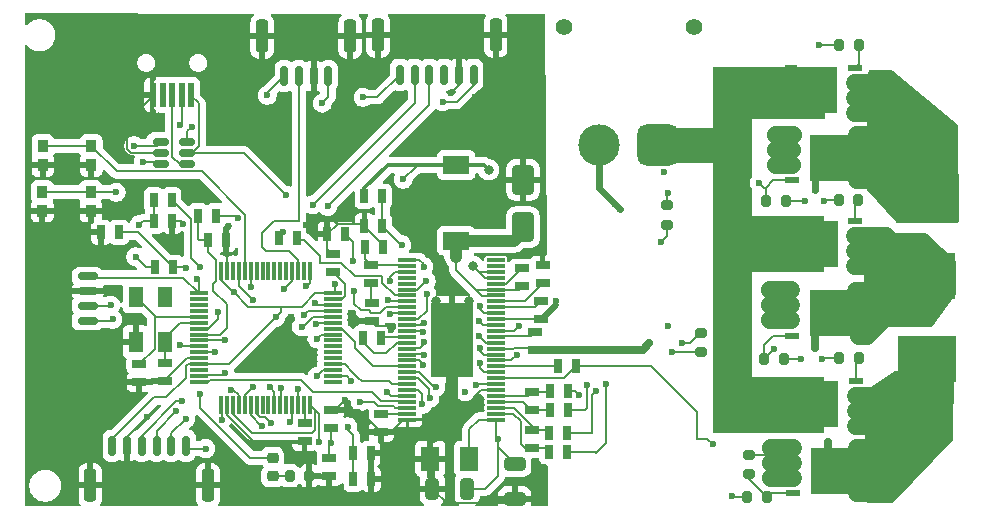
<source format=gbr>
%TF.GenerationSoftware,KiCad,Pcbnew,9.0.2*%
%TF.CreationDate,2025-10-22T09:47:40+03:00*%
%TF.ProjectId,aair_gimb_pcb,61616972-5f67-4696-9d62-5f7063622e6b,rev?*%
%TF.SameCoordinates,Original*%
%TF.FileFunction,Copper,L1,Top*%
%TF.FilePolarity,Positive*%
%FSLAX46Y46*%
G04 Gerber Fmt 4.6, Leading zero omitted, Abs format (unit mm)*
G04 Created by KiCad (PCBNEW 9.0.2) date 2025-10-22 09:47:40*
%MOMM*%
%LPD*%
G01*
G04 APERTURE LIST*
G04 Aperture macros list*
%AMRoundRect*
0 Rectangle with rounded corners*
0 $1 Rounding radius*
0 $2 $3 $4 $5 $6 $7 $8 $9 X,Y pos of 4 corners*
0 Add a 4 corners polygon primitive as box body*
4,1,4,$2,$3,$4,$5,$6,$7,$8,$9,$2,$3,0*
0 Add four circle primitives for the rounded corners*
1,1,$1+$1,$2,$3*
1,1,$1+$1,$4,$5*
1,1,$1+$1,$6,$7*
1,1,$1+$1,$8,$9*
0 Add four rect primitives between the rounded corners*
20,1,$1+$1,$2,$3,$4,$5,0*
20,1,$1+$1,$4,$5,$6,$7,0*
20,1,$1+$1,$6,$7,$8,$9,0*
20,1,$1+$1,$8,$9,$2,$3,0*%
G04 Aperture macros list end*
%TA.AperFunction,SMDPad,CuDef*%
%ADD10R,1.143000X0.635000*%
%TD*%
%TA.AperFunction,SMDPad,CuDef*%
%ADD11RoundRect,0.150000X-0.150000X-0.700000X0.150000X-0.700000X0.150000X0.700000X-0.150000X0.700000X0*%
%TD*%
%TA.AperFunction,SMDPad,CuDef*%
%ADD12RoundRect,0.250000X-0.250000X-1.150000X0.250000X-1.150000X0.250000X1.150000X-0.250000X1.150000X0*%
%TD*%
%TA.AperFunction,SMDPad,CuDef*%
%ADD13R,1.270000X0.610000*%
%TD*%
%TA.AperFunction,SMDPad,CuDef*%
%ADD14R,3.810000X3.910000*%
%TD*%
%TA.AperFunction,SMDPad,CuDef*%
%ADD15R,1.020000X0.610000*%
%TD*%
%TA.AperFunction,SMDPad,CuDef*%
%ADD16R,0.635000X1.143000*%
%TD*%
%TA.AperFunction,SMDPad,CuDef*%
%ADD17RoundRect,0.200000X0.200000X0.275000X-0.200000X0.275000X-0.200000X-0.275000X0.200000X-0.275000X0*%
%TD*%
%TA.AperFunction,SMDPad,CuDef*%
%ADD18R,2.200000X1.500000*%
%TD*%
%TA.AperFunction,SMDPad,CuDef*%
%ADD19RoundRect,0.200000X-0.200000X-0.275000X0.200000X-0.275000X0.200000X0.275000X-0.200000X0.275000X0*%
%TD*%
%TA.AperFunction,SMDPad,CuDef*%
%ADD20RoundRect,0.150000X-0.512500X-0.150000X0.512500X-0.150000X0.512500X0.150000X-0.512500X0.150000X0*%
%TD*%
%TA.AperFunction,SMDPad,CuDef*%
%ADD21RoundRect,0.200000X0.275000X-0.200000X0.275000X0.200000X-0.275000X0.200000X-0.275000X-0.200000X0*%
%TD*%
%TA.AperFunction,SMDPad,CuDef*%
%ADD22R,5.000000X4.000000*%
%TD*%
%TA.AperFunction,SMDPad,CuDef*%
%ADD23R,1.524000X2.032000*%
%TD*%
%TA.AperFunction,SMDPad,CuDef*%
%ADD24RoundRect,0.250000X0.650000X-1.000000X0.650000X1.000000X-0.650000X1.000000X-0.650000X-1.000000X0*%
%TD*%
%TA.AperFunction,SMDPad,CuDef*%
%ADD25R,0.500000X2.000000*%
%TD*%
%TA.AperFunction,SMDPad,CuDef*%
%ADD26R,2.000000X1.700000*%
%TD*%
%TA.AperFunction,SMDPad,CuDef*%
%ADD27RoundRect,0.075000X-0.700000X-0.075000X0.700000X-0.075000X0.700000X0.075000X-0.700000X0.075000X0*%
%TD*%
%TA.AperFunction,SMDPad,CuDef*%
%ADD28RoundRect,0.075000X-0.075000X-0.700000X0.075000X-0.700000X0.075000X0.700000X-0.075000X0.700000X0*%
%TD*%
%TA.AperFunction,SMDPad,CuDef*%
%ADD29R,0.900000X1.000000*%
%TD*%
%TA.AperFunction,ConnectorPad*%
%ADD30R,5.000000X4.000000*%
%TD*%
%TA.AperFunction,SMDPad,CuDef*%
%ADD31RoundRect,0.150000X0.700000X-0.150000X0.700000X0.150000X-0.700000X0.150000X-0.700000X-0.150000X0*%
%TD*%
%TA.AperFunction,SMDPad,CuDef*%
%ADD32RoundRect,0.250000X1.150000X-0.250000X1.150000X0.250000X-1.150000X0.250000X-1.150000X-0.250000X0*%
%TD*%
%TA.AperFunction,SMDPad,CuDef*%
%ADD33R,1.550000X0.300000*%
%TD*%
%TA.AperFunction,SMDPad,CuDef*%
%ADD34R,3.610000X6.350000*%
%TD*%
%TA.AperFunction,SMDPad,CuDef*%
%ADD35RoundRect,0.250000X-0.325000X-0.650000X0.325000X-0.650000X0.325000X0.650000X-0.325000X0.650000X0*%
%TD*%
%TA.AperFunction,SMDPad,CuDef*%
%ADD36RoundRect,0.250000X0.650000X-0.325000X0.650000X0.325000X-0.650000X0.325000X-0.650000X-0.325000X0*%
%TD*%
%TA.AperFunction,SMDPad,CuDef*%
%ADD37RoundRect,0.150000X0.150000X0.700000X-0.150000X0.700000X-0.150000X-0.700000X0.150000X-0.700000X0*%
%TD*%
%TA.AperFunction,SMDPad,CuDef*%
%ADD38RoundRect,0.250000X0.250000X1.150000X-0.250000X1.150000X-0.250000X-1.150000X0.250000X-1.150000X0*%
%TD*%
%TA.AperFunction,ComponentPad*%
%ADD39C,1.400000*%
%TD*%
%TA.AperFunction,ComponentPad*%
%ADD40RoundRect,0.770000X-0.980000X-0.980000X0.980000X-0.980000X0.980000X0.980000X-0.980000X0.980000X0*%
%TD*%
%TA.AperFunction,ComponentPad*%
%ADD41C,3.500000*%
%TD*%
%TA.AperFunction,SMDPad,CuDef*%
%ADD42RoundRect,0.218750X0.256250X-0.218750X0.256250X0.218750X-0.256250X0.218750X-0.256250X-0.218750X0*%
%TD*%
%TA.AperFunction,SMDPad,CuDef*%
%ADD43R,1.198880X1.800860*%
%TD*%
%TA.AperFunction,ViaPad*%
%ADD44C,0.600000*%
%TD*%
%TA.AperFunction,ViaPad*%
%ADD45C,0.800000*%
%TD*%
%TA.AperFunction,ViaPad*%
%ADD46C,1.524000*%
%TD*%
%TA.AperFunction,Conductor*%
%ADD47C,0.200000*%
%TD*%
%TA.AperFunction,Conductor*%
%ADD48C,3.000000*%
%TD*%
%TA.AperFunction,Conductor*%
%ADD49C,0.600000*%
%TD*%
%TA.AperFunction,Conductor*%
%ADD50C,1.500000*%
%TD*%
%TA.AperFunction,Conductor*%
%ADD51C,1.000000*%
%TD*%
%TA.AperFunction,Conductor*%
%ADD52C,0.650000*%
%TD*%
%TA.AperFunction,Conductor*%
%ADD53C,2.000000*%
%TD*%
%TA.AperFunction,Conductor*%
%ADD54C,0.500000*%
%TD*%
%TA.AperFunction,Conductor*%
%ADD55C,0.350000*%
%TD*%
G04 APERTURE END LIST*
D10*
%TO.P,R5,1*%
%TO.N,Net-(U1-COMP)*%
X152900000Y-81938000D03*
%TO.P,R5,2*%
%TO.N,Net-(C8-Pad2)*%
X152900000Y-83462000D03*
%TD*%
D11*
%TO.P,J5,1,Pin_1*%
%TO.N,NRST*%
X155325000Y-65800000D03*
%TO.P,J5,2,Pin_2*%
%TO.N,SWCLK*%
X156575000Y-65800000D03*
%TO.P,J5,3,Pin_3*%
%TO.N,SWDIO*%
X157825000Y-65800000D03*
%TO.P,J5,4,Pin_4*%
%TO.N,unconnected-(J5-Pin_4-Pad4)*%
X159075000Y-65800000D03*
%TO.P,J5,5,Pin_5*%
%TO.N,GND*%
X160325000Y-65800000D03*
%TO.P,J5,6,Pin_6*%
%TO.N,+3.3V*%
X161575000Y-65800000D03*
D12*
%TO.P,J5,MP*%
%TO.N,GND*%
X153475000Y-62450000D03*
X163425000Y-62450000D03*
%TD*%
D13*
%TO.P,Q1,1,S*%
%TO.N,/drv8302/H3_VS*%
X193940000Y-95545000D03*
%TO.P,Q1,2,S*%
X193940000Y-94275000D03*
%TO.P,Q1,3,S*%
X193940000Y-93005000D03*
%TO.P,Q1,4,G*%
%TO.N,Net-(Q1-G)*%
X193940000Y-91735000D03*
D14*
%TO.P,Q1,5,D*%
%TO.N,V_SUPPLY*%
X190580000Y-93640000D03*
D15*
X188475000Y-95545000D03*
X188475000Y-94275000D03*
X188475000Y-93005000D03*
X188475000Y-91735000D03*
%TD*%
D16*
%TO.P,R9,1*%
%TO.N,Net-(U1-SP1)*%
X168000000Y-94162000D03*
%TO.P,R9,2*%
%TO.N,GND*%
X169524000Y-94162000D03*
%TD*%
D17*
%TO.P,R17,1*%
%TO.N,/drv8302/M_L1*%
X187975000Y-76480000D03*
%TO.P,R17,2*%
%TO.N,Net-(Q6-G)*%
X186325000Y-76480000D03*
%TD*%
D18*
%TO.P,L1,1,1*%
%TO.N,Net-(D3-K)*%
X160100500Y-79852780D03*
%TO.P,L1,2,2*%
%TO.N,+5V*%
X160100500Y-73452780D03*
%TD*%
D17*
%TO.P,R15,1*%
%TO.N,/drv8302/M_L2*%
X187825000Y-89830000D03*
%TO.P,R15,2*%
%TO.N,Net-(Q4-G)*%
X186175000Y-89830000D03*
%TD*%
D19*
%TO.P,R2,1*%
%TO.N,Net-(D2-K)*%
X146000000Y-99750000D03*
%TO.P,R2,2*%
%TO.N,GND*%
X147650000Y-99750000D03*
%TD*%
D10*
%TO.P,R7,1*%
%TO.N,Net-(U1-BIAS)*%
X167400000Y-83474000D03*
%TO.P,R7,2*%
%TO.N,GND*%
X167400000Y-81950000D03*
%TD*%
D20*
%TO.P,U4,1,I/O1*%
%TO.N,USB_D-*%
X135062500Y-71487500D03*
%TO.P,U4,2,GND*%
%TO.N,GND*%
X135062500Y-72437500D03*
%TO.P,U4,3,I/O2*%
%TO.N,USB_CONN_D-*%
X135062500Y-73387500D03*
%TO.P,U4,4,I/O2*%
%TO.N,USB_CONN_D+*%
X137337500Y-73387500D03*
%TO.P,U4,5,VBUS*%
%TO.N,+5V*%
X137337500Y-72437500D03*
%TO.P,U4,6,I/O1*%
%TO.N,USB_D+*%
X137337500Y-71487500D03*
%TD*%
D19*
%TO.P,R12,1*%
%TO.N,/drv8302/M_H2*%
X192470000Y-76430000D03*
%TO.P,R12,2*%
%TO.N,Net-(Q3-G)*%
X194120000Y-76430000D03*
%TD*%
D21*
%TO.P,R20,1*%
%TO.N,Net-(Q6-G)*%
X177900000Y-78500000D03*
%TO.P,R20,2*%
%TO.N,/drv8302/H1_LOW*%
X177900000Y-76850000D03*
%TD*%
D13*
%TO.P,Q5,1,S*%
%TO.N,/drv8302/H1_VS*%
X193865000Y-69020000D03*
%TO.P,Q5,2,S*%
X193865000Y-67750000D03*
%TO.P,Q5,3,S*%
X193865000Y-66480000D03*
%TO.P,Q5,4,G*%
%TO.N,Net-(Q5-G)*%
X193865000Y-65210000D03*
D14*
%TO.P,Q5,5,D*%
%TO.N,V_SUPPLY*%
X190505000Y-67115000D03*
D15*
X188400000Y-69020000D03*
X188400000Y-67750000D03*
X188400000Y-66480000D03*
X188400000Y-65210000D03*
%TD*%
D10*
%TO.P,C12,1*%
%TO.N,GND*%
X149650000Y-80976000D03*
%TO.P,C12,2*%
%TO.N,Net-(U2-VCAP_2)*%
X149650000Y-82500000D03*
%TD*%
D22*
%TO.P,B,1,1*%
%TO.N,/drv8302/H2_VS*%
X199900000Y-82880000D03*
%TD*%
D11*
%TO.P,J2,1,Pin_1*%
%TO.N,UART_RX*%
X145525000Y-65900000D03*
%TO.P,J2,2,Pin_2*%
%TO.N,UART_TX*%
X146775000Y-65900000D03*
%TO.P,J2,3,Pin_3*%
%TO.N,GND*%
X148025000Y-65900000D03*
%TO.P,J2,4,Pin_4*%
%TO.N,+3.3V*%
X149275000Y-65900000D03*
D12*
%TO.P,J2,MP*%
%TO.N,GND*%
X143675000Y-62550000D03*
X151125000Y-62550000D03*
%TD*%
D10*
%TO.P,C4,1*%
%TO.N,Net-(U1-GVDD)*%
X149350000Y-98288000D03*
%TO.P,C4,2*%
%TO.N,GND*%
X149350000Y-99812000D03*
%TD*%
%TO.P,C20,1*%
%TO.N,/drv8302/H1_VS*%
X167300000Y-86500000D03*
%TO.P,C20,2*%
%TO.N,Net-(U1-BST_A)*%
X167300000Y-84976000D03*
%TD*%
D23*
%TO.P,C17,1*%
%TO.N,GND*%
X157899000Y-98300000D03*
%TO.P,C17,2*%
%TO.N,V_SUPPLY*%
X161201000Y-98300000D03*
%TD*%
D16*
%TO.P,C5,1*%
%TO.N,Net-(U1-DVDD)*%
X151326000Y-97850000D03*
%TO.P,C5,2*%
%TO.N,GND*%
X152850000Y-97850000D03*
%TD*%
%TO.P,R26,1*%
%TO.N,/Stm32f405/SENS3*%
X134526000Y-78200000D03*
%TO.P,R26,2*%
%TO.N,GND*%
X136050000Y-78200000D03*
%TD*%
D10*
%TO.P,C19,1*%
%TO.N,/drv8302/H2_VS*%
X166800000Y-89074000D03*
%TO.P,C19,2*%
%TO.N,Net-(U1-BST_B)*%
X166800000Y-87550000D03*
%TD*%
D24*
%TO.P,D3,1,K*%
%TO.N,Net-(D3-K)*%
X165750000Y-78700000D03*
%TO.P,D3,2,A*%
%TO.N,GND*%
X165750000Y-74700000D03*
%TD*%
D16*
%TO.P,R3,1*%
%TO.N,GND*%
X152326000Y-78600000D03*
%TO.P,R3,2*%
%TO.N,Net-(U1-VSENSE)*%
X153850000Y-78600000D03*
%TD*%
%TO.P,R4,1*%
%TO.N,Net-(U1-VSENSE)*%
X153850000Y-76100000D03*
%TO.P,R4,2*%
%TO.N,+5V*%
X152326000Y-76100000D03*
%TD*%
D13*
%TO.P,Q6,1,S*%
%TO.N,/drv8302/H1_LOW*%
X188565000Y-70935000D03*
%TO.P,Q6,2,S*%
X188565000Y-72205000D03*
%TO.P,Q6,3,S*%
X188565000Y-73475000D03*
%TO.P,Q6,4,G*%
%TO.N,Net-(Q6-G)*%
X188565000Y-74745000D03*
D14*
%TO.P,Q6,5,D*%
%TO.N,/drv8302/H1_VS*%
X191925000Y-72840000D03*
D15*
X194030000Y-70935000D03*
X194030000Y-72205000D03*
X194030000Y-73475000D03*
X194030000Y-74745000D03*
%TD*%
D16*
%TO.P,C7,1*%
%TO.N,GND*%
X153912000Y-80400000D03*
%TO.P,C7,2*%
%TO.N,Net-(U1-COMP)*%
X152388000Y-80400000D03*
%TD*%
D25*
%TO.P,J3,1,VBUS*%
%TO.N,+5V*%
X137650000Y-67500000D03*
%TO.P,J3,2,D-*%
%TO.N,USB_CONN_D-*%
X136850000Y-67500000D03*
%TO.P,J3,3,D+*%
%TO.N,USB_CONN_D+*%
X136050000Y-67500000D03*
%TO.P,J3,4,ID*%
%TO.N,unconnected-(J3-ID-Pad4)*%
X135250000Y-67500000D03*
%TO.P,J3,5,GND*%
%TO.N,GND*%
X134450000Y-67500000D03*
D26*
%TO.P,J3,6,Shield*%
X140500000Y-67400000D03*
X140500000Y-61950000D03*
X131600000Y-67400000D03*
X131600000Y-61950000D03*
%TD*%
D16*
%TO.P,C21,1*%
%TO.N,/drv8302/H3_VS*%
X170262000Y-90450000D03*
%TO.P,C21,2*%
%TO.N,Net-(U1-BST_C)*%
X168738000Y-90450000D03*
%TD*%
D19*
%TO.P,R14,1*%
%TO.N,/drv8302/M_L3*%
X184725000Y-101550000D03*
%TO.P,R14,2*%
%TO.N,Net-(Q2-G)*%
X186375000Y-101550000D03*
%TD*%
D10*
%TO.P,C24,1*%
%TO.N,Net-(U1-SN2)*%
X166474000Y-95912000D03*
%TO.P,C24,2*%
%TO.N,Net-(U1-SP2)*%
X166474000Y-97436000D03*
%TD*%
%TO.P,C9,1*%
%TO.N,Net-(U2-PH0)*%
X133250000Y-90288000D03*
%TO.P,C9,2*%
%TO.N,GND*%
X133250000Y-91812000D03*
%TD*%
D16*
%TO.P,R10,1*%
%TO.N,Net-(U1-SN2)*%
X167950000Y-96162000D03*
%TO.P,R10,2*%
%TO.N,/drv8302/H2_LOW*%
X169474000Y-96162000D03*
%TD*%
D27*
%TO.P,U2,1,VBAT*%
%TO.N,+3.3V*%
X138275000Y-84300000D03*
%TO.P,U2,2,PC13*%
%TO.N,unconnected-(U2-PC13-Pad2)*%
X138275000Y-84800000D03*
%TO.P,U2,3,PC14*%
%TO.N,unconnected-(U2-PC14-Pad3)*%
X138275000Y-85300000D03*
%TO.P,U2,4,PC15*%
%TO.N,unconnected-(U2-PC15-Pad4)*%
X138275000Y-85800000D03*
%TO.P,U2,5,PH0*%
%TO.N,Net-(U2-PH0)*%
X138275000Y-86300000D03*
%TO.P,U2,6,PH1*%
%TO.N,Net-(U2-PH1)*%
X138275000Y-86800000D03*
%TO.P,U2,7,NRST*%
%TO.N,NRST*%
X138275000Y-87300000D03*
%TO.P,U2,8,PC0*%
%TO.N,/Stm32f405/SENS1*%
X138275000Y-87800000D03*
%TO.P,U2,9,PC1*%
%TO.N,/Stm32f405/SENS2*%
X138275000Y-88300000D03*
%TO.P,U2,10,PC2*%
%TO.N,/Stm32f405/SENS3*%
X138275000Y-88800000D03*
%TO.P,U2,11,PC3*%
%TO.N,LED_STATUS*%
X138275000Y-89300000D03*
%TO.P,U2,12,VSSA*%
%TO.N,GND*%
X138275000Y-89800000D03*
%TO.P,U2,13,VDDA*%
%TO.N,+3.3V*%
X138275000Y-90300000D03*
%TO.P,U2,14,PA0*%
%TO.N,ADC3*%
X138275000Y-90800000D03*
%TO.P,U2,15,PA1*%
%TO.N,/Stm32f405/Current_ADC_2*%
X138275000Y-91300000D03*
%TO.P,U2,16,PA2*%
%TO.N,/Stm32f405/Current_ADC_1*%
X138275000Y-91800000D03*
D28*
%TO.P,U2,17,PA3*%
%TO.N,/Stm32f405/EN_GATE*%
X140200000Y-93725000D03*
%TO.P,U2,18,VSS*%
%TO.N,GND*%
X140700000Y-93725000D03*
%TO.P,U2,19,VDD*%
%TO.N,+3.3V*%
X141200000Y-93725000D03*
%TO.P,U2,20,PA4*%
%TO.N,SPI1_CS*%
X141700000Y-93725000D03*
%TO.P,U2,21,PA5*%
%TO.N,SPI1_SCK*%
X142200000Y-93725000D03*
%TO.P,U2,22,PA6*%
%TO.N,SPI1_MISO*%
X142700000Y-93725000D03*
%TO.P,U2,23,PA7*%
%TO.N,SPI1_MOSI*%
X143200000Y-93725000D03*
%TO.P,U2,24,PC4*%
%TO.N,unconnected-(U2-PC4-Pad24)*%
X143700000Y-93725000D03*
%TO.P,U2,25,PC5*%
%TO.N,unconnected-(U2-PC5-Pad25)*%
X144200000Y-93725000D03*
%TO.P,U2,26,PB0*%
%TO.N,/Stm32f405/M_PWM*%
X144700000Y-93725000D03*
%TO.P,U2,27,PB1*%
%TO.N,/Stm32f405/GAIN*%
X145200000Y-93725000D03*
%TO.P,U2,28,PB2*%
%TO.N,unconnected-(U2-PB2-Pad28)*%
X145700000Y-93725000D03*
%TO.P,U2,29,PB10*%
%TO.N,/Stm32f405/FAULT*%
X146200000Y-93725000D03*
%TO.P,U2,30,PB11*%
%TO.N,/Stm32f405/DC_CAL*%
X146700000Y-93725000D03*
%TO.P,U2,31,VCAP_1*%
%TO.N,Net-(U2-VCAP_1)*%
X147200000Y-93725000D03*
%TO.P,U2,32,VDD*%
%TO.N,+3.3V*%
X147700000Y-93725000D03*
D27*
%TO.P,U2,33,PB12*%
%TO.N,unconnected-(U2-PB12-Pad33)*%
X149625000Y-91800000D03*
%TO.P,U2,34,PB13*%
%TO.N,/Stm32f405/L1*%
X149625000Y-91300000D03*
%TO.P,U2,35,PB14*%
%TO.N,/Stm32f405/L2*%
X149625000Y-90800000D03*
%TO.P,U2,36,PB15*%
%TO.N,/Stm32f405/L3*%
X149625000Y-90300000D03*
%TO.P,U2,37,PC6*%
%TO.N,unconnected-(U2-PC6-Pad37)*%
X149625000Y-89800000D03*
%TO.P,U2,38,PC7*%
%TO.N,unconnected-(U2-PC7-Pad38)*%
X149625000Y-89300000D03*
%TO.P,U2,39,PC8*%
%TO.N,unconnected-(U2-PC8-Pad39)*%
X149625000Y-88800000D03*
%TO.P,U2,40,PC9*%
%TO.N,unconnected-(U2-PC9-Pad40)*%
X149625000Y-88300000D03*
%TO.P,U2,41,PA8*%
%TO.N,/Stm32f405/H1*%
X149625000Y-87800000D03*
%TO.P,U2,42,PA9*%
%TO.N,/Stm32f405/H2*%
X149625000Y-87300000D03*
%TO.P,U2,43,PA10*%
%TO.N,/Stm32f405/H3*%
X149625000Y-86800000D03*
%TO.P,U2,44,PA11*%
%TO.N,USB_D-*%
X149625000Y-86300000D03*
%TO.P,U2,45,PA12*%
%TO.N,USB_D+*%
X149625000Y-85800000D03*
%TO.P,U2,46,PA13*%
%TO.N,SWDIO*%
X149625000Y-85300000D03*
%TO.P,U2,47,VCAP_2*%
%TO.N,Net-(U2-VCAP_2)*%
X149625000Y-84800000D03*
%TO.P,U2,48,VDD*%
%TO.N,+3.3V*%
X149625000Y-84300000D03*
D28*
%TO.P,U2,49,PA14*%
%TO.N,SWCLK*%
X147700000Y-82375000D03*
%TO.P,U2,50,PA15*%
%TO.N,unconnected-(U2-PA15-Pad50)*%
X147200000Y-82375000D03*
%TO.P,U2,51,PC10*%
%TO.N,UART_TX*%
X146700000Y-82375000D03*
%TO.P,U2,52,PC11*%
%TO.N,UART_RX*%
X146200000Y-82375000D03*
%TO.P,U2,53,PC12*%
%TO.N,unconnected-(U2-PC12-Pad53)*%
X145700000Y-82375000D03*
%TO.P,U2,54,PD2*%
%TO.N,unconnected-(U2-PD2-Pad54)*%
X145200000Y-82375000D03*
%TO.P,U2,55,PB3*%
%TO.N,unconnected-(U2-PB3-Pad55)*%
X144700000Y-82375000D03*
%TO.P,U2,56,PB4*%
%TO.N,unconnected-(U2-PB4-Pad56)*%
X144200000Y-82375000D03*
%TO.P,U2,57,PB5*%
%TO.N,unconnected-(U2-PB5-Pad57)*%
X143700000Y-82375000D03*
%TO.P,U2,58,PB6*%
%TO.N,unconnected-(U2-PB6-Pad58)*%
X143200000Y-82375000D03*
%TO.P,U2,59,PB7*%
%TO.N,I2C_SDA*%
X142700000Y-82375000D03*
%TO.P,U2,60,BOOT0*%
%TO.N,Net-(U2-BOOT0)*%
X142200000Y-82375000D03*
%TO.P,U2,61,PB8*%
%TO.N,I2C_SCL*%
X141700000Y-82375000D03*
%TO.P,U2,62,PB9*%
%TO.N,unconnected-(U2-PB9-Pad62)*%
X141200000Y-82375000D03*
%TO.P,U2,63,VSS*%
%TO.N,GND*%
X140700000Y-82375000D03*
%TO.P,U2,64,VDD*%
%TO.N,+3.3V*%
X140200000Y-82375000D03*
%TD*%
D16*
%TO.P,R1,1*%
%TO.N,GND*%
X145076000Y-79600000D03*
%TO.P,R1,2*%
%TO.N,Net-(U1-DTC)*%
X146600000Y-79600000D03*
%TD*%
D13*
%TO.P,Q2,1,S*%
%TO.N,GND*%
X188600000Y-97410000D03*
%TO.P,Q2,2,S*%
X188600000Y-98680000D03*
%TO.P,Q2,3,S*%
X188600000Y-99950000D03*
%TO.P,Q2,4,G*%
%TO.N,Net-(Q2-G)*%
X188600000Y-101220000D03*
D14*
%TO.P,Q2,5,D*%
%TO.N,/drv8302/H3_VS*%
X191960000Y-99315000D03*
D15*
X194065000Y-97410000D03*
X194065000Y-98680000D03*
X194065000Y-99950000D03*
X194065000Y-101220000D03*
%TD*%
D29*
%TO.P,B1,1,1*%
%TO.N,GND*%
X129200000Y-73450000D03*
X125100000Y-73450000D03*
%TO.P,B1,2,2*%
%TO.N,Net-(U2-BOOT0)*%
X129200000Y-71850000D03*
X125100000Y-71850000D03*
%TD*%
D16*
%TO.P,R25,1*%
%TO.N,/Stm32f405/SENS2*%
X131550000Y-79150000D03*
%TO.P,R25,2*%
%TO.N,GND*%
X130026000Y-79150000D03*
%TD*%
D10*
%TO.P,C2,1*%
%TO.N,Net-(U1-AVDD)*%
X153750000Y-94526000D03*
%TO.P,C2,2*%
%TO.N,GND*%
X153750000Y-96050000D03*
%TD*%
D30*
%TO.P,A,1,1*%
%TO.N,/drv8302/H1_VS*%
X199850000Y-76100000D03*
%TD*%
D16*
%TO.P,R6,1*%
%TO.N,Net-(U1-RT_CLK)*%
X150712000Y-79300000D03*
%TO.P,R6,2*%
%TO.N,GND*%
X149188000Y-79300000D03*
%TD*%
D31*
%TO.P,J1,1,Pin_1*%
%TO.N,I2C_SCL*%
X128900000Y-86625000D03*
%TO.P,J1,2,Pin_2*%
%TO.N,I2C_SDA*%
X128900000Y-85375000D03*
%TO.P,J1,3,Pin_3*%
%TO.N,GND*%
X128900000Y-84125000D03*
%TO.P,J1,4,Pin_4*%
%TO.N,+3.3V*%
X128900000Y-82875000D03*
D32*
%TO.P,J1,MP*%
%TO.N,GND*%
X125550000Y-88475000D03*
X125550000Y-81025000D03*
%TD*%
D19*
%TO.P,R13,1*%
%TO.N,/drv8302/M_H3*%
X192505000Y-89780000D03*
%TO.P,R13,2*%
%TO.N,Net-(Q1-G)*%
X194155000Y-89780000D03*
%TD*%
D16*
%TO.P,R11,1*%
%TO.N,Net-(U1-SP2)*%
X167950000Y-97712000D03*
%TO.P,R11,2*%
%TO.N,GND*%
X169474000Y-97712000D03*
%TD*%
%TO.P,C6,1*%
%TO.N,Net-(U1-DVDD)*%
X151376000Y-100050000D03*
%TO.P,C6,2*%
%TO.N,GND*%
X152900000Y-100050000D03*
%TD*%
D33*
%TO.P,U1,1,RT_CLK*%
%TO.N,Net-(U1-RT_CLK)*%
X155953400Y-81490000D03*
%TO.P,U1,2,COMP*%
%TO.N,Net-(U1-COMP)*%
X155953400Y-81990000D03*
%TO.P,U1,3,VSENSE*%
%TO.N,Net-(U1-VSENSE)*%
X155953400Y-82490000D03*
%TO.P,U1,4,PWRGD*%
%TO.N,unconnected-(U1-PWRGD-Pad4)*%
X155953400Y-82990000D03*
%TO.P,U1,5,OCTW*%
%TO.N,unconnected-(U1-OCTW-Pad5)*%
X155953400Y-83490000D03*
%TO.P,U1,6,FAULT*%
%TO.N,/Stm32f405/FAULT*%
X155953400Y-83990000D03*
%TO.P,U1,7,DTC*%
%TO.N,Net-(U1-DTC)*%
X155953400Y-84490000D03*
%TO.P,U1,8,M_PWM*%
%TO.N,/Stm32f405/M_PWM*%
X155953400Y-84990000D03*
%TO.P,U1,9,M_OC*%
%TO.N,VCC*%
X155953400Y-85490000D03*
%TO.P,U1,10,GAIN*%
%TO.N,/Stm32f405/GAIN*%
X155953400Y-85990000D03*
%TO.P,U1,11,OC_ADJ*%
%TO.N,Net-(U1-DVDD)*%
X155953400Y-86490000D03*
%TO.P,U1,12,DC_CAL*%
%TO.N,/Stm32f405/DC_CAL*%
X155953400Y-86990000D03*
%TO.P,U1,13,GVDD*%
%TO.N,Net-(U1-GVDD)*%
X155953400Y-87490000D03*
%TO.P,U1,14,CP1*%
%TO.N,Net-(U1-CP1)*%
X155953400Y-87990000D03*
%TO.P,U1,15,CP2*%
%TO.N,Net-(U1-CP2)*%
X155953400Y-88490000D03*
%TO.P,U1,16,EN_GATE*%
%TO.N,/Stm32f405/EN_GATE*%
X155953400Y-88990000D03*
%TO.P,U1,17,INH_A*%
%TO.N,/Stm32f405/H1*%
X155953400Y-89490000D03*
%TO.P,U1,18,INL_A*%
%TO.N,/Stm32f405/L1*%
X155953400Y-89990000D03*
%TO.P,U1,19,INH_B*%
%TO.N,/Stm32f405/H2*%
X155953400Y-90490000D03*
%TO.P,U1,20,INL_B*%
%TO.N,/Stm32f405/L2*%
X155953400Y-90990000D03*
%TO.P,U1,21,INH_C*%
%TO.N,/Stm32f405/H3*%
X155953400Y-91490000D03*
%TO.P,U1,22,INL_C*%
%TO.N,/Stm32f405/L3*%
X155953400Y-91990000D03*
%TO.P,U1,23,DVDD*%
%TO.N,Net-(U1-DVDD)*%
X155953400Y-92490000D03*
%TO.P,U1,24,REF*%
%TO.N,VCC*%
X155953400Y-92990000D03*
%TO.P,U1,25,SO1*%
%TO.N,/Stm32f405/Current_ADC_1*%
X155953400Y-93490000D03*
%TO.P,U1,26,SO2*%
%TO.N,/Stm32f405/Current_ADC_2*%
X155953400Y-93990000D03*
%TO.P,U1,27,AVDD*%
%TO.N,Net-(U1-AVDD)*%
X155953400Y-94490000D03*
%TO.P,U1,28,AGND*%
%TO.N,GND*%
X155953400Y-94990000D03*
%TO.P,U1,29,PVDD1*%
%TO.N,V_SUPPLY*%
X163453400Y-94990000D03*
%TO.P,U1,30,SP2*%
%TO.N,Net-(U1-SP2)*%
X163453400Y-94490000D03*
%TO.P,U1,31,SN2*%
%TO.N,Net-(U1-SN2)*%
X163453400Y-93990000D03*
%TO.P,U1,32,SP1*%
%TO.N,Net-(U1-SP1)*%
X163453400Y-93490000D03*
%TO.P,U1,33,SN1*%
%TO.N,Net-(U1-SN1)*%
X163453400Y-92990000D03*
%TO.P,U1,34,SL_C*%
%TO.N,GND*%
X163453400Y-92490000D03*
%TO.P,U1,35,GL_C*%
%TO.N,/drv8302/M_L3*%
X163453400Y-91990000D03*
%TO.P,U1,36,SH_C*%
%TO.N,/drv8302/H3_VS*%
X163453400Y-91490000D03*
%TO.P,U1,37,GH_C*%
%TO.N,/drv8302/M_H3*%
X163453400Y-90990000D03*
%TO.P,U1,38,BST_C*%
%TO.N,Net-(U1-BST_C)*%
X163453400Y-90490000D03*
%TO.P,U1,39,SL_B*%
%TO.N,/drv8302/H2_LOW*%
X163453400Y-89990000D03*
%TO.P,U1,40,GL_B*%
%TO.N,/drv8302/M_L2*%
X163453400Y-89490000D03*
%TO.P,U1,41,SH_B*%
%TO.N,/drv8302/H2_VS*%
X163453400Y-88990000D03*
%TO.P,U1,42,GH_B*%
%TO.N,/drv8302/M_H2*%
X163453400Y-88490000D03*
%TO.P,U1,43,BST_B*%
%TO.N,Net-(U1-BST_B)*%
X163453400Y-87990000D03*
%TO.P,U1,44,SL_A*%
%TO.N,/drv8302/H1_LOW*%
X163453400Y-87490000D03*
%TO.P,U1,45,GL_A*%
%TO.N,/drv8302/M_L1*%
X163453400Y-86990000D03*
%TO.P,U1,46,SH_A*%
%TO.N,/drv8302/H1_VS*%
X163453400Y-86490000D03*
%TO.P,U1,47,GH_A*%
%TO.N,/drv8302/M_H1*%
X163453400Y-85990000D03*
%TO.P,U1,48,BST_A*%
%TO.N,Net-(U1-BST_A)*%
X163453400Y-85490000D03*
%TO.P,U1,49,BIAS*%
%TO.N,Net-(U1-BIAS)*%
X163453400Y-84990000D03*
%TO.P,U1,50,PH*%
%TO.N,Net-(D3-K)*%
X163453400Y-84490000D03*
%TO.P,U1,51,PH*%
X163453400Y-83990000D03*
%TO.P,U1,52,BST_BK*%
%TO.N,Net-(U1-BST_BK)*%
X163453400Y-83490000D03*
%TO.P,U1,53,PVDD2*%
%TO.N,V_SUPPLY*%
X163453400Y-82990000D03*
%TO.P,U1,54,PVDD2*%
X163453400Y-82490000D03*
%TO.P,U1,55,EN_BUCK*%
%TO.N,unconnected-(U1-EN_BUCK-Pad55)*%
X163453400Y-81990000D03*
%TO.P,U1,56,SS_TR*%
%TO.N,unconnected-(U1-SS_TR-Pad56)*%
X163453400Y-81490000D03*
D34*
%TO.P,U1,57,GND(POWER_PAD)*%
%TO.N,GND*%
X159703400Y-88240000D03*
%TD*%
D10*
%TO.P,C23,1*%
%TO.N,Net-(U1-SN1)*%
X166524000Y-92650000D03*
%TO.P,C23,2*%
%TO.N,Net-(U1-SP1)*%
X166524000Y-94174000D03*
%TD*%
D16*
%TO.P,R22,1*%
%TO.N,/Stm32f405/SENS2*%
X136112000Y-82100000D03*
%TO.P,R22,2*%
%TO.N,/drv8302/H2_VS*%
X134588000Y-82100000D03*
%TD*%
D13*
%TO.P,Q3,1,S*%
%TO.N,/drv8302/H2_VS*%
X193880000Y-82020000D03*
%TO.P,Q3,2,S*%
X193880000Y-80750000D03*
%TO.P,Q3,3,S*%
X193880000Y-79480000D03*
%TO.P,Q3,4,G*%
%TO.N,Net-(Q3-G)*%
X193880000Y-78210000D03*
D14*
%TO.P,Q3,5,D*%
%TO.N,V_SUPPLY*%
X190520000Y-80115000D03*
D15*
X188415000Y-82020000D03*
X188415000Y-80750000D03*
X188415000Y-79480000D03*
X188415000Y-78210000D03*
%TD*%
D10*
%TO.P,C10,1*%
%TO.N,Net-(U2-PH1)*%
X135400000Y-90238000D03*
%TO.P,C10,2*%
%TO.N,GND*%
X135400000Y-91762000D03*
%TD*%
D35*
%TO.P,C25,1*%
%TO.N,GND*%
X158075000Y-100850000D03*
%TO.P,C25,2*%
%TO.N,V_SUPPLY*%
X161025000Y-100850000D03*
%TD*%
D16*
%TO.P,R21,1*%
%TO.N,/Stm32f405/SENS1*%
X138226000Y-77750000D03*
%TO.P,R21,2*%
%TO.N,/drv8302/H1_VS*%
X139750000Y-77750000D03*
%TD*%
D10*
%TO.P,C11,1*%
%TO.N,GND*%
X147250000Y-96824000D03*
%TO.P,C11,2*%
%TO.N,Net-(U2-VCAP_1)*%
X147250000Y-95300000D03*
%TD*%
%TO.P,C18,1*%
%TO.N,Net-(D3-K)*%
X165650000Y-83712000D03*
%TO.P,C18,2*%
%TO.N,Net-(U1-BST_BK)*%
X165650000Y-82188000D03*
%TD*%
D22*
%TO.P,C,1,1*%
%TO.N,/drv8302/H3_VS*%
X199950000Y-89830000D03*
%TD*%
D10*
%TO.P,C8,1*%
%TO.N,GND*%
X152950000Y-86662000D03*
%TO.P,C8,2*%
%TO.N,Net-(C8-Pad2)*%
X152950000Y-85138000D03*
%TD*%
D21*
%TO.P,R18,1*%
%TO.N,Net-(Q4-G)*%
X180800000Y-89275000D03*
%TO.P,R18,2*%
%TO.N,/drv8302/H2_LOW*%
X180800000Y-87625000D03*
%TD*%
D29*
%TO.P,NR1,1,1*%
%TO.N,GND*%
X129150000Y-77300000D03*
X125050000Y-77300000D03*
%TO.P,NR1,2,2*%
%TO.N,NRST*%
X129150000Y-75700000D03*
X125050000Y-75700000D03*
%TD*%
D19*
%TO.P,R16,1*%
%TO.N,/drv8302/M_H1*%
X192515000Y-63240000D03*
%TO.P,R16,2*%
%TO.N,Net-(Q5-G)*%
X194165000Y-63240000D03*
%TD*%
D21*
%TO.P,R19,1*%
%TO.N,Net-(Q2-G)*%
X184850000Y-99605000D03*
%TO.P,R19,2*%
%TO.N,GND*%
X184850000Y-97955000D03*
%TD*%
D16*
%TO.P,R24,1*%
%TO.N,/Stm32f405/SENS1*%
X139050000Y-79774000D03*
%TO.P,R24,2*%
%TO.N,GND*%
X140574000Y-79774000D03*
%TD*%
%TO.P,C1,1*%
%TO.N,Net-(U1-CP1)*%
X153700000Y-88100000D03*
%TO.P,C1,2*%
%TO.N,Net-(U1-CP2)*%
X152176000Y-88100000D03*
%TD*%
D36*
%TO.P,C26,1*%
%TO.N,GND*%
X165050000Y-101725000D03*
%TO.P,C26,2*%
%TO.N,V_SUPPLY*%
X165050000Y-98775000D03*
%TD*%
D37*
%TO.P,J6,1,Pin_1*%
%TO.N,SPI1_MOSI*%
X137225000Y-97200000D03*
%TO.P,J6,2,Pin_2*%
%TO.N,SPI1_MISO*%
X135975000Y-97200000D03*
%TO.P,J6,3,Pin_3*%
%TO.N,SPI1_SCK*%
X134725000Y-97200000D03*
%TO.P,J6,4,Pin_4*%
%TO.N,SPI1_CS*%
X133475000Y-97200000D03*
%TO.P,J6,5,Pin_5*%
%TO.N,GND*%
X132225000Y-97200000D03*
%TO.P,J6,6,Pin_6*%
%TO.N,+3.3V*%
X130975000Y-97200000D03*
D38*
%TO.P,J6,MP*%
%TO.N,GND*%
X139075000Y-100550000D03*
X129125000Y-100550000D03*
%TD*%
D39*
%TO.P,xt30,*%
%TO.N,*%
X169200000Y-61725000D03*
X180200000Y-61725000D03*
D40*
%TO.P,xt30,1,Pin_1*%
%TO.N,V_SUPPLY*%
X177200000Y-71725000D03*
D41*
%TO.P,xt30,2,Pin_2*%
%TO.N,GND*%
X172200000Y-71725000D03*
%TD*%
D10*
%TO.P,C3,1*%
%TO.N,Net-(U1-GVDD)*%
X149500000Y-95712000D03*
%TO.P,C3,2*%
%TO.N,GND*%
X149500000Y-94188000D03*
%TD*%
D13*
%TO.P,Q4,1,S*%
%TO.N,/drv8302/H2_LOW*%
X188520000Y-84085000D03*
%TO.P,Q4,2,S*%
X188520000Y-85355000D03*
%TO.P,Q4,3,S*%
X188520000Y-86625000D03*
%TO.P,Q4,4,G*%
%TO.N,Net-(Q4-G)*%
X188520000Y-87895000D03*
D14*
%TO.P,Q4,5,D*%
%TO.N,/drv8302/H2_VS*%
X191880000Y-85990000D03*
D15*
X193985000Y-84085000D03*
X193985000Y-85355000D03*
X193985000Y-86625000D03*
X193985000Y-87895000D03*
%TD*%
D16*
%TO.P,R8,1*%
%TO.N,Net-(U1-SN1)*%
X168050000Y-92612000D03*
%TO.P,R8,2*%
%TO.N,/drv8302/H1_LOW*%
X169574000Y-92612000D03*
%TD*%
%TO.P,R23,1*%
%TO.N,/Stm32f405/SENS3*%
X134476000Y-76400000D03*
%TO.P,R23,2*%
%TO.N,/drv8302/H3_VS*%
X136000000Y-76400000D03*
%TD*%
D42*
%TO.P,D2,1,K*%
%TO.N,Net-(D2-K)*%
X144550000Y-99800000D03*
%TO.P,D2,2,A*%
%TO.N,LED_STATUS*%
X144550000Y-98225000D03*
%TD*%
D43*
%TO.P,X2,1,1*%
%TO.N,Net-(U2-PH0)*%
X132950320Y-84600080D03*
%TO.P,X2,2,2*%
%TO.N,Net-(U2-PH1)*%
X135449680Y-88399920D03*
%TO.P,X2,3,GND*%
%TO.N,GND*%
X132950320Y-88399920D03*
%TO.P,X2,4*%
%TO.N,N/C*%
X135449680Y-84600080D03*
%TD*%
D44*
%TO.N,V_SUPPLY*%
X163600000Y-96600000D03*
D45*
X161500000Y-82000000D03*
D44*
%TO.N,Net-(U1-GVDD)*%
X157250000Y-87600000D03*
X149500000Y-97000000D03*
%TO.N,Net-(U1-DVDD)*%
X157600000Y-84350000D03*
X157224403Y-93703105D03*
X150900000Y-95600000D03*
%TO.N,VCC*%
X154250000Y-92700000D03*
X151450000Y-84150000D03*
%TO.N,GND*%
X151325000Y-85975000D03*
D45*
X158350000Y-84950000D03*
D44*
X132800000Y-76900000D03*
X154600000Y-87390000D03*
X161650000Y-67650000D03*
X167100000Y-76950000D03*
D45*
X161200000Y-84950000D03*
D44*
X147350000Y-78500000D03*
D46*
X186750000Y-98660000D03*
D44*
X151150000Y-86800000D03*
X173575000Y-76775000D03*
X142050000Y-70550000D03*
X143150000Y-90350000D03*
X150684372Y-93300000D03*
D46*
X186785000Y-97385000D03*
D44*
X171200000Y-92100000D03*
X172750000Y-92000000D03*
X174000000Y-77200000D03*
X159650000Y-67350000D03*
X140750000Y-78650000D03*
D46*
X186750000Y-99930000D03*
X188150000Y-98660000D03*
D44*
X133950000Y-94750000D03*
D46*
X188150000Y-99930000D03*
D44*
X145450000Y-79150000D03*
X161581383Y-93737011D03*
X137000000Y-78400000D03*
D46*
X188185000Y-97385000D03*
D44*
X133300000Y-99850000D03*
D45*
X159450000Y-86650000D03*
D44*
%TO.N,/drv8302/H2_VS*%
X132950000Y-81200000D03*
X160850000Y-92650000D03*
X176450000Y-88550000D03*
X190450000Y-88900000D03*
%TO.N,/drv8302/H1_VS*%
X190450000Y-75600000D03*
X141650000Y-77900000D03*
X168560659Y-84950000D03*
%TO.N,/drv8302/H3_VS*%
X191550000Y-96900000D03*
X138400000Y-82100000D03*
X181800000Y-97100000D03*
%TO.N,LED_STATUS*%
X138400000Y-92850000D03*
X139700000Y-89300000D03*
%TO.N,USB_CONN_D-*%
X133600000Y-73150000D03*
X136700000Y-70050000D03*
D45*
%TO.N,+5V*%
X162850000Y-73850000D03*
D44*
X145700000Y-76000000D03*
X155600000Y-74650000D03*
%TO.N,SWCLK*%
X147400000Y-83700000D03*
X147950000Y-76800000D03*
%TO.N,+3.3V*%
X144800000Y-86350000D03*
X138150000Y-83100000D03*
X148750000Y-68200000D03*
X149800000Y-83500000D03*
X158950000Y-68100000D03*
X148500000Y-96900000D03*
X141250000Y-84200000D03*
%TO.N,SWDIO*%
X149200000Y-76950000D03*
X148150000Y-85150000D03*
%TO.N,NRST*%
X131300000Y-75750000D03*
X139900000Y-85900000D03*
X152200000Y-67700000D03*
%TO.N,Net-(U1-RT_CLK)*%
X157350000Y-82050000D03*
X151350000Y-81550000D03*
%TO.N,/Stm32f405/SENS2*%
X140550000Y-88250000D03*
X137250000Y-82200000D03*
%TO.N,/Stm32f405/SENS3*%
X136700000Y-88700000D03*
X133250000Y-78500000D03*
%TO.N,/Stm32f405/FAULT*%
X146000000Y-95200000D03*
X157550000Y-83251000D03*
%TO.N,/drv8302/M_L2*%
X189250000Y-89900000D03*
X162100000Y-88950000D03*
%TO.N,/Stm32f405/DC_CAL*%
X157398398Y-86813883D03*
X146700000Y-92400000D03*
%TO.N,/drv8302/M_H3*%
X191100000Y-89850000D03*
X162100000Y-90200000D03*
%TO.N,/Stm32f405/GAIN*%
X145250000Y-92300000D03*
X154500000Y-86049000D03*
%TO.N,/drv8302/M_H2*%
X162049592Y-87950000D03*
X191200000Y-76450000D03*
%TO.N,/Stm32f405/Current_ADC_2*%
X151950000Y-93501000D03*
X140500000Y-91049000D03*
%TO.N,/drv8302/M_H1*%
X162100000Y-85400000D03*
X190800000Y-63300000D03*
%TO.N,/Stm32f405/EN_GATE*%
X157398398Y-88386116D03*
X140250000Y-95000000D03*
%TO.N,/Stm32f405/M_PWM*%
X154300000Y-84849000D03*
X144300000Y-92250000D03*
%TO.N,/drv8302/H2_LOW*%
X165250000Y-89500000D03*
X178050000Y-87050000D03*
X179200000Y-88550000D03*
D46*
X188100000Y-86580000D03*
D44*
X171950000Y-92600000D03*
D46*
X186685000Y-84035000D03*
X188135000Y-84035000D03*
X186650000Y-86580000D03*
X188100000Y-85310000D03*
X186650000Y-85310000D03*
D44*
%TO.N,Net-(U1-VSENSE)*%
X155500000Y-80200000D03*
X154498928Y-83251000D03*
%TO.N,/drv8302/M_L1*%
X162008402Y-86650000D03*
X189600000Y-76500000D03*
%TO.N,/Stm32f405/L2*%
X148349265Y-91299265D03*
X158350000Y-92258817D03*
%TO.N,/drv8302/M_L3*%
X161750000Y-92100000D03*
X183450000Y-101450000D03*
D46*
%TO.N,/drv8302/H1_LOW*%
X188565000Y-72205000D03*
D44*
X178049265Y-75849265D03*
X177704897Y-74048454D03*
X165400000Y-87050000D03*
X170500000Y-92950000D03*
D46*
X187150000Y-73480000D03*
X188565000Y-73475000D03*
X188600000Y-70930000D03*
X187150000Y-72210000D03*
X187185000Y-70935000D03*
D44*
%TO.N,/Stm32f405/L1*%
X157250057Y-90350000D03*
X151213676Y-91701000D03*
%TO.N,I2C_SCL*%
X131000000Y-86500000D03*
X142900000Y-84850000D03*
%TO.N,SPI1_MOSI*%
X144408949Y-95297017D03*
X138900000Y-97450000D03*
%TO.N,SPI1_SCK*%
X142900000Y-92249000D03*
X136361765Y-94311765D03*
%TO.N,USB_D-*%
X132800000Y-71800000D03*
X147000000Y-87150000D03*
%TO.N,USB_D+*%
X137700000Y-70200000D03*
X147200000Y-86150000D03*
%TO.N,UART_RX*%
X145550000Y-83950000D03*
X144100000Y-67550000D03*
%TO.N,SPI1_MISO*%
X137200518Y-94911765D03*
X143650000Y-95550000D03*
%TO.N,SPI1_CS*%
X141056253Y-92453780D03*
X136850000Y-93450000D03*
%TO.N,I2C_SDA*%
X130850000Y-85300000D03*
X142750000Y-83800000D03*
%TO.N,/Stm32f405/H1*%
X148300000Y-88150000D03*
X157398291Y-89549999D03*
%TO.N,/Stm32f405/H3*%
X157848664Y-93202807D03*
X148250000Y-86900000D03*
%TO.N,Net-(Q4-G)*%
X187000000Y-89000000D03*
X178400000Y-89300000D03*
%TO.N,Net-(Q6-G)*%
X177450000Y-79950000D03*
X185750000Y-74950000D03*
%TD*%
D47*
%TO.N,Net-(U2-BOOT0)*%
X131338500Y-73988500D02*
X138588443Y-73988500D01*
X138588443Y-73988500D02*
X142251000Y-77651057D01*
X142200000Y-78199943D02*
X142200000Y-82375000D01*
X142251000Y-77651057D02*
X142251000Y-78148943D01*
X125100000Y-71850000D02*
X129200000Y-71850000D01*
X129200000Y-71850000D02*
X131338500Y-73988500D01*
X142251000Y-78148943D02*
X142200000Y-78199943D01*
D48*
%TO.N,V_SUPPLY*%
X177200000Y-71725000D02*
X183425000Y-71725000D01*
D47*
X163453400Y-96453400D02*
X163600000Y-96600000D01*
X162490000Y-82990000D02*
X163453400Y-82990000D01*
X163453400Y-94990000D02*
X162010000Y-94990000D01*
X163600000Y-96600000D02*
X163425000Y-96600000D01*
X161201000Y-98300000D02*
X161201000Y-95799000D01*
X165050000Y-98775000D02*
X163600000Y-97325000D01*
X161500000Y-82000000D02*
X161500000Y-82150000D01*
X162010000Y-94990000D02*
X161201000Y-95799000D01*
X163600000Y-96600000D02*
X163600000Y-99800000D01*
X163600000Y-99800000D02*
X162550000Y-100850000D01*
X161500000Y-82000000D02*
X162490000Y-82990000D01*
X163453400Y-94990000D02*
X163453400Y-96453400D01*
X161500000Y-82000000D02*
X161990000Y-82490000D01*
X161500000Y-82000000D02*
X161744440Y-82000000D01*
X161990000Y-82490000D02*
X163453400Y-82490000D01*
X162550000Y-100850000D02*
X161025000Y-100850000D01*
X163600000Y-97325000D02*
X163600000Y-96600000D01*
%TO.N,Net-(U1-CP1)*%
X155953400Y-87990000D02*
X153810000Y-87990000D01*
X153810000Y-87990000D02*
X153700000Y-88100000D01*
%TO.N,Net-(U1-CP2)*%
X152176000Y-88426000D02*
X153150000Y-89400000D01*
X153150000Y-89400000D02*
X154150000Y-89400000D01*
X152176000Y-88100000D02*
X152176000Y-88426000D01*
X155953400Y-88490000D02*
X155060000Y-88490000D01*
X155060000Y-88490000D02*
X154150000Y-89400000D01*
%TO.N,Net-(U1-AVDD)*%
X155010000Y-94490000D02*
X154974000Y-94526000D01*
X154974000Y-94526000D02*
X153750000Y-94526000D01*
X155953400Y-94490000D02*
X155010000Y-94490000D01*
X153750000Y-94526000D02*
X153921720Y-94354280D01*
%TO.N,Net-(U1-GVDD)*%
X149500000Y-95712000D02*
X149500000Y-97000000D01*
X149350000Y-97150000D02*
X149500000Y-97000000D01*
X157250000Y-87600000D02*
X157140000Y-87490000D01*
X157140000Y-87490000D02*
X155953400Y-87490000D01*
X149350000Y-98288000D02*
X149350000Y-97150000D01*
%TO.N,Net-(U1-DVDD)*%
X157224403Y-92824403D02*
X156890000Y-92490000D01*
X151326000Y-97976000D02*
X151376000Y-98026000D01*
X151326000Y-97850000D02*
X151326000Y-97976000D01*
X151326000Y-96326000D02*
X151326000Y-97850000D01*
X155953400Y-86490000D02*
X156872338Y-86490000D01*
X151376000Y-98026000D02*
X151376000Y-100050000D01*
X150900000Y-95900000D02*
X151326000Y-96326000D01*
X157597400Y-85764938D02*
X157597400Y-84352600D01*
X156872338Y-86490000D02*
X157597400Y-85764938D01*
X156890000Y-92490000D02*
X155953400Y-92490000D01*
X157224403Y-93703105D02*
X157224403Y-92824403D01*
X150900000Y-95600000D02*
X150900000Y-95900000D01*
X157597400Y-84352600D02*
X157600000Y-84350000D01*
%TO.N,Net-(U1-COMP)*%
X152900000Y-81938000D02*
X152903000Y-81941000D01*
X155904400Y-81941000D02*
X155953400Y-81990000D01*
X152388000Y-80400000D02*
X152388000Y-81426000D01*
X152388000Y-81426000D02*
X152900000Y-81938000D01*
X152900000Y-81938000D02*
X152985600Y-81852400D01*
X152903000Y-81941000D02*
X155904400Y-81941000D01*
%TO.N,Net-(C8-Pad2)*%
X152900000Y-85088000D02*
X152950000Y-85138000D01*
X152900000Y-83462000D02*
X152900000Y-85088000D01*
%TO.N,Net-(U2-PH0)*%
X134550000Y-86400240D02*
X134650240Y-86300000D01*
X132950320Y-84600080D02*
X134650240Y-86300000D01*
X134650240Y-86300000D02*
X138275000Y-86300000D01*
X133250000Y-90288000D02*
X134550000Y-88988000D01*
X134550000Y-88988000D02*
X134550000Y-86400240D01*
%TO.N,Net-(U2-PH1)*%
X135400000Y-88449600D02*
X135449680Y-88399920D01*
X135400000Y-90238000D02*
X135400000Y-88449600D01*
X135449680Y-88399920D02*
X135449680Y-88098930D01*
X135449680Y-88098930D02*
X136748610Y-86800000D01*
X136748610Y-86800000D02*
X138275000Y-86800000D01*
%TO.N,Net-(U2-VCAP_1)*%
X147250000Y-95300000D02*
X147250000Y-93775000D01*
X147250000Y-93775000D02*
X147200000Y-93725000D01*
%TO.N,Net-(U2-VCAP_2)*%
X150433824Y-84800000D02*
X149625000Y-84800000D01*
X150701000Y-83551000D02*
X150701000Y-84532824D01*
X149650000Y-82500000D02*
X150701000Y-83551000D01*
X150701000Y-84532824D02*
X150433824Y-84800000D01*
%TO.N,VCC*%
X155912400Y-85449000D02*
X155953400Y-85490000D01*
X152006500Y-85756500D02*
X152706500Y-85756500D01*
X153629000Y-85950000D02*
X154130000Y-85449000D01*
X151450000Y-84150000D02*
X151450000Y-85200000D01*
X152900000Y-85950000D02*
X153629000Y-85950000D01*
X154130000Y-85449000D02*
X155912400Y-85449000D01*
X155953400Y-92990000D02*
X154540000Y-92990000D01*
X152706500Y-85756500D02*
X152900000Y-85950000D01*
X151450000Y-85200000D02*
X152006500Y-85756500D01*
X154540000Y-92990000D02*
X154250000Y-92700000D01*
X155904400Y-85441000D02*
X155953400Y-85490000D01*
%TO.N,GND*%
X153338000Y-87050000D02*
X152950000Y-86662000D01*
X151400000Y-86050000D02*
X151325000Y-85975000D01*
X132225000Y-98775000D02*
X133300000Y-99850000D01*
X140700000Y-79900000D02*
X140700000Y-82375000D01*
X160325000Y-66675000D02*
X159650000Y-67350000D01*
X153912000Y-80186000D02*
X152326000Y-78600000D01*
X186215000Y-97955000D02*
X186785000Y-97385000D01*
X150088000Y-78400000D02*
X152126000Y-78400000D01*
X138275000Y-89800000D02*
X137282900Y-89800000D01*
X135400000Y-91682900D02*
X135400000Y-91762000D01*
X154460000Y-87250000D02*
X154318500Y-87250000D01*
X152012000Y-86662000D02*
X151400000Y-86050000D01*
X171812000Y-97712000D02*
X171900000Y-97800000D01*
X152950000Y-86662000D02*
X151288000Y-86662000D01*
X132587557Y-72437500D02*
X132199000Y-72048943D01*
X153912000Y-80400000D02*
X153912000Y-80186000D01*
X154600000Y-87390000D02*
X154460000Y-87250000D01*
X172750000Y-96950000D02*
X172750000Y-92000000D01*
X136800000Y-78200000D02*
X137000000Y-78400000D01*
X137282900Y-89800000D02*
X135400000Y-91682900D01*
X188575000Y-97385000D02*
X188600000Y-97410000D01*
X151888000Y-94188000D02*
X153750000Y-96050000D01*
X152950000Y-86662000D02*
X152012000Y-86662000D01*
X184850000Y-97955000D02*
X186215000Y-97955000D01*
X157899000Y-96649000D02*
X158098000Y-96450000D01*
X132225000Y-97200000D02*
X132225000Y-98775000D01*
X161581383Y-93118560D02*
X161581383Y-93737011D01*
X159325000Y-102100000D02*
X158075000Y-100850000D01*
X157899000Y-98300000D02*
X157899000Y-96649000D01*
X149500000Y-94188000D02*
X151888000Y-94188000D01*
D49*
X172200000Y-75400000D02*
X173575000Y-76775000D01*
D47*
X136050000Y-78200000D02*
X136050000Y-78688000D01*
D50*
X188130000Y-98680000D02*
X188150000Y-98660000D01*
D47*
X142923943Y-96824000D02*
X147250000Y-96824000D01*
X154318500Y-87250000D02*
X154318500Y-87050000D01*
X171150000Y-92150000D02*
X171200000Y-92100000D01*
D50*
X186750000Y-99930000D02*
X188580000Y-99930000D01*
D49*
X173575000Y-76775000D02*
X174000000Y-77200000D01*
D47*
X132199000Y-72048943D02*
X132199000Y-69826000D01*
X152126000Y-78400000D02*
X152326000Y-78600000D01*
X171900000Y-97800000D02*
X172750000Y-96950000D01*
X167400000Y-81950000D02*
X167400000Y-77250000D01*
X188580000Y-99930000D02*
X188600000Y-99950000D01*
X136050000Y-78200000D02*
X136800000Y-78200000D01*
X171038000Y-94162000D02*
X171150000Y-94050000D01*
X140700000Y-93725000D02*
X140700000Y-94600057D01*
X135062500Y-72437500D02*
X132587557Y-72437500D01*
D49*
X172200000Y-71725000D02*
X172200000Y-75400000D01*
D47*
X155953400Y-94990000D02*
X155611620Y-94990000D01*
X162209943Y-92490000D02*
X161581383Y-93118560D01*
X149188000Y-79300000D02*
X149188000Y-80514000D01*
X151288000Y-86662000D02*
X151150000Y-86800000D01*
X140700000Y-94600057D02*
X142923943Y-96824000D01*
X165050000Y-101725000D02*
X164675000Y-102100000D01*
X149188000Y-79300000D02*
X150088000Y-78400000D01*
X171150000Y-94050000D02*
X171150000Y-92150000D01*
D50*
X188600000Y-98680000D02*
X186770000Y-98680000D01*
D47*
X160325000Y-65800000D02*
X160325000Y-66675000D01*
X151250000Y-85900000D02*
X151250000Y-85850000D01*
X154318500Y-87050000D02*
X153338000Y-87050000D01*
D51*
X159450000Y-86650000D02*
X159750000Y-86950000D01*
D47*
X149188000Y-80514000D02*
X149650000Y-80976000D01*
X164675000Y-102100000D02*
X159325000Y-102100000D01*
D51*
X159750000Y-93250000D02*
X158098000Y-94902000D01*
D47*
X151250000Y-85900000D02*
X151325000Y-85975000D01*
X169524000Y-94162000D02*
X171038000Y-94162000D01*
X132199000Y-69826000D02*
X134450000Y-67575000D01*
X163453400Y-92490000D02*
X162209943Y-92490000D01*
D51*
X158098000Y-94902000D02*
X158098000Y-96450000D01*
D50*
X186785000Y-97385000D02*
X188575000Y-97385000D01*
D47*
X133950000Y-94750000D02*
X132225000Y-96475000D01*
X149796372Y-94188000D02*
X150684372Y-93300000D01*
X186770000Y-98680000D02*
X186750000Y-98660000D01*
D51*
X159750000Y-86950000D02*
X159750000Y-93250000D01*
D47*
X153750000Y-96050000D02*
X154551620Y-96050000D01*
X169474000Y-97712000D02*
X171812000Y-97712000D01*
X167400000Y-77250000D02*
X167100000Y-76950000D01*
X149500000Y-94188000D02*
X149796372Y-94188000D01*
X155611620Y-94990000D02*
X154551620Y-96050000D01*
X132225000Y-96475000D02*
X132225000Y-97200000D01*
X140574000Y-79774000D02*
X140700000Y-79900000D01*
%TO.N,Net-(U1-BST_BK)*%
X164348000Y-83490000D02*
X163453400Y-83490000D01*
X165650000Y-82188000D02*
X164348000Y-83490000D01*
D51*
%TO.N,Net-(D3-K)*%
X160100500Y-79852780D02*
X164997220Y-79852780D01*
D47*
X163453400Y-84490000D02*
X163404400Y-84539000D01*
X165372000Y-83990000D02*
X163453400Y-83990000D01*
D51*
X160100500Y-79852780D02*
X160100500Y-81205970D01*
D47*
X161740000Y-83990000D02*
X160100500Y-82350500D01*
D51*
X164997220Y-79852780D02*
X165950000Y-78900000D01*
D47*
X163404400Y-84539000D02*
X162289000Y-84539000D01*
X160100500Y-82350500D02*
X160100500Y-81205970D01*
X162289000Y-84539000D02*
X161740000Y-83990000D01*
X165650000Y-83712000D02*
X165372000Y-83990000D01*
X163453400Y-83990000D02*
X161740000Y-83990000D01*
D50*
%TO.N,/drv8302/H2_VS*%
X193880000Y-79480000D02*
X196500000Y-79480000D01*
D47*
X165001057Y-88899000D02*
X166625000Y-88899000D01*
D50*
X196155000Y-86625000D02*
X197425000Y-85355000D01*
X193985000Y-86625000D02*
X196155000Y-86625000D01*
D47*
X194195000Y-87895000D02*
X194200000Y-87900000D01*
X199040000Y-82020000D02*
X199900000Y-82880000D01*
X190450000Y-87420000D02*
X191880000Y-85990000D01*
D50*
X193880000Y-82020000D02*
X199040000Y-82020000D01*
X194880000Y-87900000D02*
X196155000Y-86625000D01*
D47*
X133850000Y-82100000D02*
X132950000Y-81200000D01*
X134588000Y-82100000D02*
X133850000Y-82100000D01*
D52*
X166800000Y-89074000D02*
X175926000Y-89074000D01*
D47*
X166625000Y-88899000D02*
X166800000Y-89074000D01*
D50*
X193985000Y-85355000D02*
X197425000Y-85355000D01*
D47*
X198695000Y-84085000D02*
X199900000Y-82880000D01*
D52*
X175926000Y-89074000D02*
X176450000Y-88550000D01*
D50*
X196500000Y-79480000D02*
X197770000Y-80750000D01*
X197425000Y-85355000D02*
X198695000Y-84085000D01*
X193985000Y-84085000D02*
X198695000Y-84085000D01*
D47*
X164910057Y-88990000D02*
X165001057Y-88899000D01*
D50*
X193880000Y-80750000D02*
X197770000Y-80750000D01*
D52*
X190450000Y-88900000D02*
X190450000Y-87420000D01*
D47*
X163453400Y-88990000D02*
X164910057Y-88990000D01*
X193985000Y-87895000D02*
X194195000Y-87895000D01*
D50*
X197770000Y-80750000D02*
X199900000Y-82880000D01*
X194200000Y-87900000D02*
X194880000Y-87900000D01*
D47*
%TO.N,Net-(U1-BST_B)*%
X166398740Y-87951260D02*
X163453400Y-87951260D01*
X166800000Y-87550000D02*
X166398740Y-87951260D01*
%TO.N,Net-(U1-BST_A)*%
X167300000Y-84976000D02*
X166786000Y-85490000D01*
X166786000Y-85490000D02*
X163453400Y-85490000D01*
D53*
%TO.N,/drv8302/H1_VS*%
X197295000Y-73475000D02*
X199950000Y-76130000D01*
D47*
X190450000Y-74315000D02*
X191925000Y-72840000D01*
X168560659Y-84950000D02*
X168560660Y-84950001D01*
D50*
X193865000Y-66480000D02*
X196530000Y-66480000D01*
D48*
X199950000Y-73250000D02*
X197635000Y-70935000D01*
D47*
X167300000Y-86562000D02*
X167091280Y-86353280D01*
D50*
X193865000Y-69020000D02*
X195720000Y-69020000D01*
D47*
X141500000Y-77750000D02*
X141650000Y-77900000D01*
D50*
X194030000Y-72205000D02*
X198905000Y-72205000D01*
X194030000Y-74745000D02*
X198565000Y-74745000D01*
D47*
X168560660Y-84950001D02*
X168560660Y-85301340D01*
D50*
X194030000Y-73475000D02*
X197295000Y-73475000D01*
D54*
X168560660Y-85301340D02*
X167300000Y-86562000D01*
D50*
X199950000Y-73250000D02*
X199950000Y-76130000D01*
X198905000Y-72205000D02*
X199950000Y-73250000D01*
D47*
X139750000Y-77750000D02*
X141500000Y-77750000D01*
D50*
X196200000Y-67750000D02*
X197635000Y-69185000D01*
D53*
X196530000Y-66480000D02*
X199950000Y-69900000D01*
D47*
X163494400Y-86449000D02*
X167249000Y-86449000D01*
X167249000Y-86449000D02*
X167300000Y-86500000D01*
X163453400Y-86490000D02*
X163494400Y-86449000D01*
D49*
X190450000Y-75600000D02*
X190450000Y-74315000D01*
D50*
X197635000Y-70935000D02*
X194030000Y-70935000D01*
D53*
X199950000Y-69900000D02*
X199950000Y-73250000D01*
D50*
X197635000Y-69185000D02*
X197635000Y-70935000D01*
X193865000Y-67750000D02*
X196200000Y-67750000D01*
X195720000Y-69020000D02*
X197635000Y-70935000D01*
D47*
X198565000Y-74745000D02*
X199950000Y-76130000D01*
%TO.N,/drv8302/H3_VS*%
X169260620Y-91451380D02*
X163492020Y-91451380D01*
D50*
X194065000Y-98680000D02*
X198390000Y-98680000D01*
X194065000Y-101220000D02*
X196830000Y-101220000D01*
D47*
X193940000Y-95545000D02*
X194105000Y-95545000D01*
X136000000Y-76400000D02*
X137607500Y-78007500D01*
X170262000Y-90450000D02*
X176600000Y-90450000D01*
X181350000Y-96650000D02*
X181800000Y-97100000D01*
D50*
X196775000Y-93005000D02*
X199950000Y-89830000D01*
D48*
X199950000Y-95850000D02*
X199950000Y-92500000D01*
X198390000Y-97410000D02*
X199950000Y-95850000D01*
D47*
X199950000Y-98100000D02*
X199950000Y-95850000D01*
X194105000Y-95545000D02*
X194200000Y-95450000D01*
X180500000Y-96650000D02*
X181350000Y-96650000D01*
X163492020Y-91451380D02*
X163453400Y-91490000D01*
D50*
X199950000Y-92500000D02*
X199950000Y-89830000D01*
D52*
X191550000Y-96900000D02*
X191550000Y-98905000D01*
D50*
X194065000Y-97410000D02*
X198390000Y-97410000D01*
D47*
X176600000Y-90450000D02*
X180500000Y-94350000D01*
X191550000Y-98905000D02*
X191960000Y-99315000D01*
D50*
X198390000Y-98680000D02*
X198390000Y-97410000D01*
X193940000Y-95545000D02*
X196905000Y-95545000D01*
D51*
X198100000Y-99950000D02*
X199950000Y-98100000D01*
D47*
X170262000Y-90450000D02*
X169260620Y-91451380D01*
X180500000Y-94350000D02*
X180500000Y-96650000D01*
X137607500Y-81307500D02*
X138400000Y-82100000D01*
D51*
X196830000Y-101220000D02*
X198100000Y-99950000D01*
D50*
X194065000Y-99950000D02*
X198100000Y-99950000D01*
X196905000Y-95545000D02*
X198175000Y-94275000D01*
X193940000Y-93005000D02*
X196775000Y-93005000D01*
D48*
X198175000Y-94275000D02*
X199950000Y-92500000D01*
D47*
X137607500Y-78007500D02*
X137607500Y-81307500D01*
D50*
X193940000Y-94275000D02*
X198175000Y-94275000D01*
D47*
%TO.N,Net-(U1-BST_C)*%
X168738000Y-90450000D02*
X163493400Y-90450000D01*
X163493400Y-90450000D02*
X163453400Y-90490000D01*
X168738000Y-90450000D02*
X168641780Y-90353780D01*
%TO.N,Net-(U1-SP1)*%
X166524000Y-94174000D02*
X167988000Y-94174000D01*
X165740000Y-93490000D02*
X166424000Y-94174000D01*
X163453400Y-93490000D02*
X165740000Y-93490000D01*
X167988000Y-94174000D02*
X168000000Y-94162000D01*
X166424000Y-94174000D02*
X166524000Y-94174000D01*
%TO.N,Net-(U1-SN1)*%
X166184000Y-92990000D02*
X163453400Y-92990000D01*
X168012000Y-92650000D02*
X168050000Y-92612000D01*
X166524000Y-92650000D02*
X166184000Y-92990000D01*
X166524000Y-92650000D02*
X168012000Y-92650000D01*
%TO.N,Net-(U1-SN2)*%
X163453400Y-93990000D02*
X164957910Y-93990000D01*
X167700000Y-95912000D02*
X167950000Y-96162000D01*
X164957910Y-93990000D02*
X166474000Y-95506090D01*
X166474000Y-95506090D02*
X166474000Y-95912000D01*
X166474000Y-95912000D02*
X167700000Y-95912000D01*
%TO.N,Net-(U1-SP2)*%
X164890810Y-94490000D02*
X165550000Y-95149190D01*
X165550000Y-95149190D02*
X165550000Y-97050000D01*
X166474000Y-97436000D02*
X167674000Y-97436000D01*
X163453400Y-94490000D02*
X164890810Y-94490000D01*
X165550000Y-97050000D02*
X165936000Y-97436000D01*
X165936000Y-97436000D02*
X166474000Y-97436000D01*
X167674000Y-97436000D02*
X167950000Y-97712000D01*
%TO.N,LED_STATUS*%
X144550000Y-98225000D02*
X142625057Y-98225000D01*
X144700000Y-98075000D02*
X144550000Y-98225000D01*
X142625057Y-98225000D02*
X138400000Y-93999943D01*
X139700000Y-89300000D02*
X138275000Y-89300000D01*
X138400000Y-93999943D02*
X138400000Y-92850000D01*
%TO.N,Net-(D2-K)*%
X145950000Y-99800000D02*
X146000000Y-99750000D01*
X144550000Y-99800000D02*
X145950000Y-99800000D01*
%TO.N,USB_CONN_D-*%
X136850000Y-67575000D02*
X136850000Y-69900000D01*
X133600000Y-73150000D02*
X134825000Y-73150000D01*
X134825000Y-73150000D02*
X135062500Y-73387500D01*
X136850000Y-69900000D02*
X136700000Y-70050000D01*
%TO.N,USB_CONN_D+*%
X136675001Y-73387500D02*
X137337500Y-73387500D01*
X136050000Y-67575000D02*
X136050000Y-72762499D01*
X136050000Y-72762499D02*
X136675001Y-73387500D01*
D55*
%TO.N,+5V*%
X160100500Y-73452780D02*
X156650000Y-73452780D01*
D47*
X142137500Y-72437500D02*
X145700000Y-76000000D01*
D55*
X152326000Y-75424000D02*
X152326000Y-76100000D01*
D47*
X137337500Y-72437500D02*
X142137500Y-72437500D01*
D55*
X162452780Y-73452780D02*
X162850000Y-73850000D01*
D47*
X137691968Y-72437500D02*
X138301000Y-71828468D01*
D55*
X156650000Y-73452780D02*
X154297220Y-73452780D01*
D47*
X138301000Y-68226000D02*
X137650000Y-67575000D01*
X156650000Y-73600000D02*
X156650000Y-73452780D01*
X137337500Y-72437500D02*
X137691968Y-72437500D01*
X138301000Y-71828468D02*
X138301000Y-68226000D01*
D55*
X154297220Y-73452780D02*
X152326000Y-75424000D01*
D47*
X155600000Y-74650000D02*
X156650000Y-73600000D01*
D55*
X160100500Y-73452780D02*
X162452780Y-73452780D01*
D47*
%TO.N,SWCLK*%
X147700000Y-83400000D02*
X147700000Y-82375000D01*
X147400000Y-83700000D02*
X147700000Y-83400000D01*
X156575000Y-68175000D02*
X147950000Y-76800000D01*
X156575000Y-65800000D02*
X156575000Y-68175000D01*
%TO.N,+3.3V*%
X142501000Y-85451000D02*
X145300000Y-85451000D01*
X138275000Y-90300000D02*
X140850000Y-90300000D01*
X160124999Y-68100000D02*
X158950000Y-68100000D01*
X147700000Y-93725000D02*
X148500000Y-94525000D01*
X134527500Y-93122500D02*
X135530500Y-93122500D01*
X149800000Y-84125000D02*
X149800000Y-83500000D01*
X147891000Y-96150000D02*
X148122500Y-95918500D01*
X137199000Y-90451000D02*
X137350000Y-90300000D01*
X148122500Y-94147500D02*
X147700000Y-93725000D01*
X138275000Y-84300000D02*
X138275000Y-83225000D01*
X141200000Y-94532957D02*
X142817043Y-96150000D01*
X148500000Y-94525000D02*
X148500000Y-96900000D01*
X148150057Y-84300000D02*
X149625000Y-84300000D01*
X141216176Y-84200000D02*
X140200000Y-83183824D01*
X136947500Y-82972500D02*
X138275000Y-84300000D01*
X128900000Y-82875000D02*
X128997500Y-82972500D01*
X144800000Y-86350000D02*
X145300000Y-85850000D01*
X149625000Y-84300000D02*
X149800000Y-84125000D01*
X138275000Y-83225000D02*
X138150000Y-83100000D01*
X130975000Y-97200000D02*
X130975000Y-96675000D01*
X148122500Y-95918500D02*
X148122500Y-94147500D01*
X145300000Y-85451000D02*
X146999057Y-85451000D01*
X141250000Y-84200000D02*
X142501000Y-85451000D01*
X161575000Y-66649999D02*
X160124999Y-68100000D01*
X146999057Y-85451000D02*
X148150057Y-84300000D01*
X141250000Y-84200000D02*
X141216176Y-84200000D01*
X140200000Y-83183824D02*
X140200000Y-82375000D01*
X128997500Y-82972500D02*
X136947500Y-82972500D01*
X149275000Y-67675000D02*
X148750000Y-68200000D01*
X137199000Y-91454000D02*
X137199000Y-90451000D01*
X135530500Y-93122500D02*
X137199000Y-91454000D01*
X149275000Y-65900000D02*
X149275000Y-67675000D01*
X140850000Y-90300000D02*
X144800000Y-86350000D01*
X145300000Y-85850000D02*
X145300000Y-85451000D01*
X137350000Y-90300000D02*
X138275000Y-90300000D01*
X161575000Y-65800000D02*
X161575000Y-66649999D01*
X142817043Y-96150000D02*
X147891000Y-96150000D01*
X141200000Y-93725000D02*
X141200000Y-94532957D01*
X130975000Y-96675000D02*
X134527500Y-93122500D01*
%TO.N,SWDIO*%
X157825000Y-68325000D02*
X149200000Y-76950000D01*
X148150000Y-85150000D02*
X148300000Y-85300000D01*
X148300000Y-85300000D02*
X149625000Y-85300000D01*
X157825000Y-65800000D02*
X157825000Y-68325000D01*
%TO.N,NRST*%
X153425000Y-67700000D02*
X152200000Y-67700000D01*
X155325000Y-65800000D02*
X153425000Y-67700000D01*
X131250000Y-75700000D02*
X129150000Y-75700000D01*
X125050000Y-75700000D02*
X129150000Y-75700000D01*
X139900000Y-86483824D02*
X139900000Y-85900000D01*
X131300000Y-75750000D02*
X131250000Y-75700000D01*
X139083824Y-87300000D02*
X139900000Y-86483824D01*
X138275000Y-87300000D02*
X139083824Y-87300000D01*
%TO.N,Net-(U1-RT_CLK)*%
X156980400Y-81490000D02*
X157350000Y-81859600D01*
X155953400Y-81490000D02*
X156980400Y-81490000D01*
X150712000Y-79300000D02*
X151350000Y-79938000D01*
X151350000Y-79938000D02*
X151350000Y-81550000D01*
X157350000Y-81859600D02*
X157350000Y-82050000D01*
%TO.N,Net-(U1-BIAS)*%
X167400000Y-83474000D02*
X165884000Y-84990000D01*
X165884000Y-84990000D02*
X163453400Y-84990000D01*
%TO.N,/Stm32f405/SENS1*%
X138226000Y-77750000D02*
X138226000Y-79712000D01*
X140650000Y-87250000D02*
X140100000Y-87800000D01*
X139749000Y-81517176D02*
X139749000Y-83232824D01*
X139050000Y-79774000D02*
X138288000Y-79774000D01*
X140100000Y-87800000D02*
X138275000Y-87800000D01*
X138226000Y-79712000D02*
X138288000Y-79774000D01*
X139500000Y-84100000D02*
X140650000Y-85250000D01*
X140650000Y-85250000D02*
X140650000Y-87250000D01*
X139500000Y-83481824D02*
X139500000Y-84100000D01*
X139050000Y-79774000D02*
X139050000Y-80818176D01*
X139050000Y-80818176D02*
X139749000Y-81517176D01*
X139749000Y-83232824D02*
X139500000Y-83481824D01*
%TO.N,/Stm32f405/SENS2*%
X139650000Y-88300000D02*
X138275000Y-88300000D01*
X136112000Y-82100000D02*
X137150000Y-82100000D01*
X140550000Y-88250000D02*
X139700000Y-88250000D01*
X139700000Y-88250000D02*
X139650000Y-88300000D01*
X137150000Y-82100000D02*
X137250000Y-82200000D01*
X133162000Y-79150000D02*
X131550000Y-79150000D01*
X136112000Y-82100000D02*
X133162000Y-79150000D01*
%TO.N,/Stm32f405/SENS3*%
X136800000Y-88800000D02*
X138275000Y-88800000D01*
X134526000Y-78200000D02*
X133550000Y-78200000D01*
X134476000Y-76400000D02*
X134476000Y-78150000D01*
X136700000Y-88700000D02*
X136800000Y-88800000D01*
X134476000Y-78150000D02*
X134526000Y-78200000D01*
X133550000Y-78200000D02*
X133250000Y-78500000D01*
%TO.N,Net-(Q1-G)*%
X193940000Y-89995000D02*
X194155000Y-89780000D01*
X193940000Y-91735000D02*
X193940000Y-89995000D01*
%TO.N,/Stm32f405/FAULT*%
X146200000Y-95000000D02*
X146200000Y-93725000D01*
X156811000Y-83990000D02*
X155953400Y-83990000D01*
X146000000Y-95200000D02*
X146200000Y-95000000D01*
X157550000Y-83251000D02*
X156811000Y-83990000D01*
%TO.N,/drv8302/M_L2*%
X162426400Y-89490000D02*
X163453400Y-89490000D01*
X162100000Y-89163600D02*
X162426400Y-89490000D01*
X162100000Y-88950000D02*
X162100000Y-89163600D01*
X187825000Y-89830000D02*
X189180000Y-89830000D01*
X189180000Y-89830000D02*
X189250000Y-89900000D01*
%TO.N,/Stm32f405/DC_CAL*%
X146700000Y-92400000D02*
X146700000Y-93725000D01*
X157236117Y-86813883D02*
X157060000Y-86990000D01*
X157398398Y-86813883D02*
X157236117Y-86813883D01*
X157060000Y-86990000D02*
X155953400Y-86990000D01*
%TO.N,/drv8302/M_H3*%
X191170000Y-89780000D02*
X191100000Y-89850000D01*
X162426400Y-90990000D02*
X163453400Y-90990000D01*
X162100000Y-90663600D02*
X162426400Y-90990000D01*
X162100000Y-90200000D02*
X162100000Y-90663600D01*
X192505000Y-89780000D02*
X191170000Y-89780000D01*
%TO.N,Net-(U1-DTC)*%
X153843500Y-82843500D02*
X153843500Y-83450350D01*
X154883150Y-84490000D02*
X153843500Y-83450350D01*
X151484500Y-82843500D02*
X153843500Y-82843500D01*
X155953400Y-84490000D02*
X154883150Y-84490000D01*
X148600000Y-81150000D02*
X148600000Y-81700000D01*
X148600000Y-81700000D02*
X150341000Y-81700000D01*
X146712000Y-79750000D02*
X147200000Y-79750000D01*
X147200000Y-79750000D02*
X148600000Y-81150000D01*
X150341000Y-81700000D02*
X151484500Y-82843500D01*
%TO.N,/Stm32f405/Current_ADC_1*%
X146932824Y-91649000D02*
X139234824Y-91649000D01*
X139083824Y-91800000D02*
X138275000Y-91800000D01*
X147983824Y-92700000D02*
X146932824Y-91649000D01*
X153752900Y-93452900D02*
X153002000Y-92702000D01*
X152482900Y-92700000D02*
X147983824Y-92700000D01*
X152484900Y-92702000D02*
X152482900Y-92700000D01*
X155916300Y-93452900D02*
X153752900Y-93452900D01*
X139234824Y-91649000D02*
X139083824Y-91800000D01*
X153002000Y-92702000D02*
X152484900Y-92702000D01*
X155953400Y-93490000D02*
X155916300Y-93452900D01*
%TO.N,/Stm32f405/GAIN*%
X145250000Y-92300000D02*
X145250000Y-93675000D01*
X145250000Y-93675000D02*
X145200000Y-93725000D01*
X155913400Y-85950000D02*
X155953400Y-85990000D01*
X154599000Y-85950000D02*
X155913400Y-85950000D01*
X154500000Y-86049000D02*
X154599000Y-85950000D01*
%TO.N,/drv8302/M_H2*%
X162589592Y-88490000D02*
X162049592Y-87950000D01*
X162049592Y-87950000D02*
X162050000Y-87950000D01*
X163453400Y-88490000D02*
X162589592Y-88490000D01*
X191220000Y-76430000D02*
X191200000Y-76450000D01*
X192470000Y-76430000D02*
X191220000Y-76430000D01*
%TO.N,/Stm32f405/Current_ADC_2*%
X139016724Y-91300000D02*
X138275000Y-91300000D01*
X139068724Y-91248000D02*
X139016724Y-91300000D01*
X153151000Y-93501000D02*
X153503900Y-93853900D01*
X154926400Y-93990000D02*
X154790300Y-93853900D01*
X154790300Y-93853900D02*
X153503900Y-93853900D01*
X151950000Y-93501000D02*
X153151000Y-93501000D01*
X140301000Y-91248000D02*
X139068724Y-91248000D01*
X155953400Y-93990000D02*
X154926400Y-93990000D01*
X140500000Y-91049000D02*
X140301000Y-91248000D01*
%TO.N,/Stm32f405/L3*%
X152100000Y-91750000D02*
X151814676Y-91464676D01*
X151462619Y-91100000D02*
X151450000Y-91100000D01*
X154685183Y-91990000D02*
X154445183Y-91750000D01*
X155953400Y-91990000D02*
X154685183Y-91990000D01*
X151814676Y-91464676D02*
X151814676Y-91452057D01*
X151450000Y-91100000D02*
X150650000Y-90300000D01*
X150650000Y-90300000D02*
X149625000Y-90300000D01*
X151814676Y-91452057D02*
X151462619Y-91100000D01*
X154445183Y-91750000D02*
X152100000Y-91750000D01*
%TO.N,/drv8302/M_H1*%
X162100000Y-85400000D02*
X162100000Y-85663600D01*
X192515000Y-63240000D02*
X190860000Y-63240000D01*
X190860000Y-63240000D02*
X190800000Y-63300000D01*
X162100000Y-85663600D02*
X162426400Y-85990000D01*
X162426400Y-85990000D02*
X163453400Y-85990000D01*
%TO.N,/Stm32f405/EN_GATE*%
X157398398Y-88386116D02*
X157320400Y-88464114D01*
X156002400Y-88941000D02*
X155953400Y-88990000D01*
X140250000Y-93775000D02*
X140200000Y-93725000D01*
X157029400Y-88941000D02*
X156002400Y-88941000D01*
X157398398Y-88386116D02*
X157398398Y-88572002D01*
X140250000Y-95000000D02*
X140250000Y-93775000D01*
X157398398Y-88572002D02*
X157029400Y-88941000D01*
%TO.N,/Stm32f405/M_PWM*%
X155953400Y-84990000D02*
X154441000Y-84990000D01*
X144300000Y-92250000D02*
X144700000Y-92650000D01*
X156559000Y-84941000D02*
X156510000Y-84990000D01*
X156510000Y-84990000D02*
X155953400Y-84990000D01*
X154441000Y-84990000D02*
X154300000Y-84849000D01*
X144700000Y-92650000D02*
X144700000Y-93725000D01*
D50*
%TO.N,/drv8302/H2_LOW*%
X186685000Y-84035000D02*
X188470000Y-84035000D01*
D47*
X179850000Y-88500000D02*
X179800000Y-88550000D01*
X163453400Y-89990000D02*
X164760000Y-89990000D01*
D50*
X186650000Y-85310000D02*
X188475000Y-85310000D01*
X186650000Y-86580000D02*
X188475000Y-86580000D01*
D47*
X188475000Y-85310000D02*
X188520000Y-85355000D01*
X179800000Y-88550000D02*
X179200000Y-88550000D01*
X171600000Y-96150000D02*
X171600000Y-92950000D01*
X180725000Y-87625000D02*
X179850000Y-88500000D01*
X188475000Y-86580000D02*
X188520000Y-86625000D01*
X180800000Y-87625000D02*
X180725000Y-87625000D01*
X169486000Y-96150000D02*
X171600000Y-96150000D01*
X169474000Y-96162000D02*
X169486000Y-96150000D01*
X171600000Y-92950000D02*
X171950000Y-92600000D01*
X188470000Y-84035000D02*
X188520000Y-84085000D01*
X164760000Y-89990000D02*
X165250000Y-89500000D01*
%TO.N,Net-(U1-VSENSE)*%
X153850000Y-78600000D02*
X155450000Y-80200000D01*
X155450000Y-80200000D02*
X155500000Y-80200000D01*
X153850000Y-76100000D02*
X153850000Y-78600000D01*
X154498928Y-82917472D02*
X154926400Y-82490000D01*
X154498928Y-83251000D02*
X154498928Y-82917472D01*
X154926400Y-82490000D02*
X155953400Y-82490000D01*
%TO.N,/drv8302/M_L1*%
X189580000Y-76480000D02*
X189600000Y-76500000D01*
X162008402Y-86650000D02*
X162348402Y-86990000D01*
X162348402Y-86990000D02*
X163453400Y-86990000D01*
X187975000Y-76480000D02*
X189580000Y-76480000D01*
%TO.N,Net-(Q2-G)*%
X184850000Y-100025000D02*
X186375000Y-101550000D01*
X186705000Y-101220000D02*
X186375000Y-101550000D01*
X188600000Y-101220000D02*
X186705000Y-101220000D01*
X184850000Y-99605000D02*
X184850000Y-100025000D01*
%TO.N,/Stm32f405/L2*%
X158088400Y-92150000D02*
X156928400Y-90990000D01*
X149625000Y-90800000D02*
X148816176Y-90800000D01*
X148816176Y-90800000D02*
X148349265Y-91266911D01*
X156928400Y-90990000D02*
X155953400Y-90990000D01*
X158311437Y-92150000D02*
X158088400Y-92150000D01*
X148349265Y-91266911D02*
X148349265Y-91299265D01*
X158350000Y-92258817D02*
X158350000Y-92188563D01*
X158350000Y-92188563D02*
X158311437Y-92150000D01*
%TO.N,/drv8302/M_L3*%
X184725000Y-101550000D02*
X183550000Y-101550000D01*
X161750000Y-92100000D02*
X161860000Y-91990000D01*
X161860000Y-91990000D02*
X163453400Y-91990000D01*
X183550000Y-101550000D02*
X183450000Y-101450000D01*
%TO.N,/drv8302/H1_LOW*%
X163453400Y-87490000D02*
X164960000Y-87490000D01*
X169574000Y-92612000D02*
X170162000Y-92612000D01*
X178049265Y-75849265D02*
X177900000Y-75998530D01*
D50*
X187185000Y-70935000D02*
X188595000Y-70935000D01*
D47*
X170162000Y-92612000D02*
X170500000Y-92950000D01*
D50*
X187150000Y-72210000D02*
X188560000Y-72210000D01*
D47*
X188595000Y-70935000D02*
X188600000Y-70930000D01*
X177900000Y-75998530D02*
X177900000Y-76850000D01*
X164960000Y-87490000D02*
X165400000Y-87050000D01*
X188560000Y-72210000D02*
X188565000Y-72205000D01*
D50*
X187150000Y-73480000D02*
X188560000Y-73480000D01*
D47*
X188560000Y-73480000D02*
X188565000Y-73475000D01*
%TO.N,/Stm32f405/L1*%
X157250057Y-90259657D02*
X156980400Y-89990000D01*
X150811261Y-91300000D02*
X149625000Y-91300000D01*
X156980400Y-89990000D02*
X155953400Y-89990000D01*
X157250057Y-90350000D02*
X157250057Y-90259657D01*
X151212261Y-91701000D02*
X150811261Y-91300000D01*
X151213676Y-91701000D02*
X151212261Y-91701000D01*
%TO.N,I2C_SCL*%
X142900000Y-84850000D02*
X141700000Y-83650000D01*
X130875000Y-86625000D02*
X131000000Y-86500000D01*
X128900000Y-86625000D02*
X130875000Y-86625000D01*
X141700000Y-83650000D02*
X141700000Y-82375000D01*
%TO.N,SPI1_MOSI*%
X138900000Y-97450000D02*
X137500000Y-97450000D01*
X143912932Y-94801000D02*
X143467176Y-94801000D01*
X137250000Y-97200000D02*
X137225000Y-97200000D01*
X143467176Y-94801000D02*
X143200000Y-94533824D01*
X144408949Y-95297017D02*
X143912932Y-94801000D01*
X137500000Y-97450000D02*
X137250000Y-97200000D01*
X143200000Y-94533824D02*
X143200000Y-93725000D01*
%TO.N,/Stm32f405/H2*%
X150433824Y-87300000D02*
X149625000Y-87300000D01*
X151557500Y-88423676D02*
X150433824Y-87300000D01*
X151557500Y-88972500D02*
X151557500Y-88423676D01*
X155953400Y-90490000D02*
X153075000Y-90490000D01*
X153075000Y-90490000D02*
X151557500Y-88972500D01*
%TO.N,SPI1_SCK*%
X142867176Y-92249000D02*
X142200000Y-92916176D01*
X142900000Y-92249000D02*
X142867176Y-92249000D01*
X134725000Y-95948530D02*
X136361765Y-94311765D01*
X142200000Y-92916176D02*
X142200000Y-93725000D01*
X134725000Y-97200000D02*
X134725000Y-95948530D01*
%TO.N,UART_TX*%
X146775000Y-78196000D02*
X144654000Y-78196000D01*
X143650000Y-80400000D02*
X143950000Y-80700000D01*
X144654000Y-78196000D02*
X143650000Y-79200000D01*
X146700000Y-81500000D02*
X146700000Y-82375000D01*
X143650000Y-79200000D02*
X143650000Y-80400000D01*
X146775000Y-65900000D02*
X146775000Y-78196000D01*
X143950000Y-80700000D02*
X145900000Y-80700000D01*
X145900000Y-80700000D02*
X146700000Y-81500000D01*
%TO.N,USB_D-*%
X135062500Y-71487500D02*
X134750000Y-71800000D01*
X148000000Y-86300000D02*
X149625000Y-86300000D01*
X134750000Y-71800000D02*
X132800000Y-71800000D01*
X147150000Y-87150000D02*
X148000000Y-86300000D01*
X147000000Y-87150000D02*
X147150000Y-87150000D01*
%TO.N,USB_D+*%
X147550000Y-85800000D02*
X149625000Y-85800000D01*
X147200000Y-86150000D02*
X147550000Y-85800000D01*
X137337500Y-71487500D02*
X137337500Y-70562500D01*
X137337500Y-70562500D02*
X137700000Y-70200000D01*
%TO.N,UART_RX*%
X146200000Y-83300000D02*
X146200000Y-82375000D01*
X145550000Y-83950000D02*
X146200000Y-83300000D01*
X144100000Y-67325000D02*
X144100000Y-67550000D01*
X145525000Y-65900000D02*
X144100000Y-67325000D01*
%TO.N,SPI1_MISO*%
X142700000Y-94650000D02*
X142700000Y-93725000D01*
X135975000Y-96137283D02*
X137200518Y-94911765D01*
X135975000Y-97200000D02*
X135975000Y-96137283D01*
X143600000Y-95550000D02*
X142700000Y-94650000D01*
X143650000Y-95550000D02*
X143600000Y-95550000D01*
%TO.N,SPI1_CS*%
X141237604Y-92453780D02*
X141700000Y-92916176D01*
X141056253Y-92453780D02*
X141237604Y-92453780D01*
X141700000Y-92916176D02*
X141700000Y-93725000D01*
X133475000Y-97200000D02*
X133475000Y-96350001D01*
X133475000Y-96350001D02*
X136375001Y-93450000D01*
X136375001Y-93450000D02*
X136850000Y-93450000D01*
%TO.N,I2C_SDA*%
X142750000Y-83800000D02*
X142750000Y-82425000D01*
X128900000Y-85375000D02*
X130775000Y-85375000D01*
X130775000Y-85375000D02*
X130850000Y-85300000D01*
X142750000Y-82425000D02*
X142700000Y-82375000D01*
%TO.N,/Stm32f405/H1*%
X148650000Y-87800000D02*
X149625000Y-87800000D01*
X157398291Y-89549999D02*
X157300692Y-89452400D01*
X157300692Y-89452400D02*
X156587357Y-89452400D01*
X157299999Y-89549999D02*
X157398291Y-89549999D01*
X148300000Y-88150000D02*
X148650000Y-87800000D01*
%TO.N,/Stm32f405/H3*%
X157848664Y-93202807D02*
X157749000Y-93103143D01*
X148250000Y-86900000D02*
X148350000Y-86800000D01*
X157749000Y-93103143D02*
X157749000Y-92390000D01*
X157749000Y-92390000D02*
X156849000Y-91490000D01*
X148350000Y-86800000D02*
X149625000Y-86800000D01*
X156849000Y-91490000D02*
X155953400Y-91490000D01*
%TO.N,Net-(Q3-G)*%
X193880000Y-78210000D02*
X193880000Y-76670000D01*
X193880000Y-76670000D02*
X194120000Y-76430000D01*
%TO.N,Net-(Q4-G)*%
X186175000Y-88655000D02*
X186175000Y-89830000D01*
X188520000Y-87895000D02*
X186935000Y-87895000D01*
X180800000Y-89275000D02*
X178425000Y-89275000D01*
X178425000Y-89275000D02*
X178400000Y-89300000D01*
X186935000Y-87895000D02*
X186175000Y-88655000D01*
X187000000Y-89005000D02*
X186175000Y-89830000D01*
X187000000Y-89000000D02*
X187000000Y-89005000D01*
%TO.N,Net-(Q5-G)*%
X194165000Y-64910000D02*
X193865000Y-65210000D01*
X194165000Y-63240000D02*
X194165000Y-64910000D01*
%TO.N,Net-(Q6-G)*%
X186935000Y-74745000D02*
X186325000Y-75355000D01*
X186155000Y-75355000D02*
X186325000Y-75355000D01*
X185750000Y-74950000D02*
X186155000Y-75355000D01*
X177450000Y-79925000D02*
X177900000Y-79475000D01*
X188565000Y-74745000D02*
X186935000Y-74745000D01*
X177900000Y-79475000D02*
X177900000Y-78500000D01*
X186325000Y-75355000D02*
X186325000Y-76480000D01*
X177450000Y-79950000D02*
X177450000Y-79925000D01*
%TD*%
%TA.AperFunction,Conductor*%
%TO.N,V_SUPPLY*%
G36*
X191213811Y-65149685D02*
G01*
X191259566Y-65202489D01*
X191270770Y-65253225D01*
X191297025Y-69454186D01*
X191277759Y-69521347D01*
X191225242Y-69567431D01*
X191172019Y-69578957D01*
X185317915Y-69531362D01*
X185150446Y-69530001D01*
X185150445Y-69530001D01*
X185144268Y-74378222D01*
X185124498Y-74445236D01*
X185123370Y-74446955D01*
X185040609Y-74570814D01*
X185040602Y-74570827D01*
X184980264Y-74716498D01*
X184980261Y-74716510D01*
X184949500Y-74871153D01*
X184949500Y-75028846D01*
X184980261Y-75183489D01*
X184980264Y-75183501D01*
X185040602Y-75329172D01*
X185040609Y-75329185D01*
X185121916Y-75450869D01*
X185142794Y-75517547D01*
X185142814Y-75519918D01*
X185140000Y-77730000D01*
X191136000Y-77730000D01*
X191203039Y-77749685D01*
X191248794Y-77802489D01*
X191260000Y-77854000D01*
X191260000Y-82356000D01*
X191240315Y-82423039D01*
X191187511Y-82468794D01*
X191136000Y-82480000D01*
X185140000Y-82480000D01*
X185140000Y-91380000D01*
X191136000Y-91380000D01*
X191203039Y-91399685D01*
X191248794Y-91452489D01*
X191260000Y-91504000D01*
X191260000Y-96006000D01*
X191240315Y-96073039D01*
X191187511Y-96118794D01*
X191136000Y-96130000D01*
X188341471Y-96130000D01*
X188322074Y-96128473D01*
X188284361Y-96122500D01*
X188085639Y-96122500D01*
X188047926Y-96128473D01*
X188028529Y-96130000D01*
X186941471Y-96130000D01*
X186922074Y-96128473D01*
X186884361Y-96122500D01*
X186685639Y-96122500D01*
X186647926Y-96128473D01*
X186628529Y-96130000D01*
X181924000Y-96130000D01*
X181856961Y-96110315D01*
X181811206Y-96057511D01*
X181800000Y-96006000D01*
X181800000Y-65254000D01*
X181819685Y-65186961D01*
X181872489Y-65141206D01*
X181924000Y-65130000D01*
X191146772Y-65130000D01*
X191213811Y-65149685D01*
G37*
%TD.AperFunction*%
%TD*%
%TA.AperFunction,Conductor*%
%TO.N,/drv8302/H2_VS*%
G36*
X199868556Y-79219685D02*
G01*
X199885624Y-79232884D01*
X199984333Y-79324000D01*
X202410107Y-81563176D01*
X202446016Y-81623111D01*
X202450000Y-81654291D01*
X202450000Y-84309406D01*
X202430315Y-84376445D01*
X202425994Y-84382735D01*
X200397159Y-87149329D01*
X200341641Y-87191749D01*
X200297165Y-87200000D01*
X194828039Y-87200000D01*
X194761000Y-87180315D01*
X194715245Y-87127511D01*
X194704043Y-87077051D01*
X194650004Y-80700471D01*
X194650000Y-80699420D01*
X194650000Y-79324000D01*
X194669685Y-79256961D01*
X194722489Y-79211206D01*
X194774000Y-79200000D01*
X199801517Y-79200000D01*
X199868556Y-79219685D01*
G37*
%TD.AperFunction*%
%TD*%
%TA.AperFunction,Conductor*%
%TO.N,/drv8302/H1_VS*%
G36*
X197027145Y-65432753D02*
G01*
X197040719Y-65442700D01*
X202560274Y-70095310D01*
X202598845Y-70153568D01*
X202604355Y-70189810D01*
X202624472Y-78225690D01*
X202604955Y-78292778D01*
X202552266Y-78338665D01*
X202500472Y-78350000D01*
X197388601Y-78350000D01*
X197321562Y-78330315D01*
X197294570Y-78306834D01*
X194911411Y-75534587D01*
X194882636Y-75470918D01*
X194881444Y-75454389D01*
X194832691Y-65947654D01*
X194852030Y-65880519D01*
X194857422Y-65872712D01*
X194943793Y-65757335D01*
X194943792Y-65757335D01*
X194943796Y-65757331D01*
X194994091Y-65622483D01*
X195000500Y-65562873D01*
X195000499Y-65549797D01*
X195020179Y-65482760D01*
X195072981Y-65437002D01*
X195123667Y-65425796D01*
X196959979Y-65413517D01*
X197027145Y-65432753D01*
G37*
%TD.AperFunction*%
%TD*%
%TA.AperFunction,Conductor*%
%TO.N,/drv8302/H3_VS*%
G36*
X202135794Y-90573611D02*
G01*
X202184660Y-90623550D01*
X202199186Y-90682552D01*
X202162718Y-96626802D01*
X202142622Y-96693719D01*
X202128386Y-96711692D01*
X197042482Y-102035997D01*
X196981941Y-102070877D01*
X196954328Y-102074337D01*
X194972898Y-102098501D01*
X194905624Y-102079635D01*
X194859228Y-102027393D01*
X194847413Y-101977120D01*
X194651424Y-92667676D01*
X194669694Y-92600240D01*
X194706154Y-92562203D01*
X197221980Y-90868859D01*
X197283713Y-90847956D01*
X202067690Y-90558018D01*
X202135794Y-90573611D01*
G37*
%TD.AperFunction*%
%TD*%
%TA.AperFunction,Conductor*%
%TO.N,GND*%
G36*
X135020442Y-93742685D02*
G01*
X135066197Y-93795489D01*
X135076141Y-93864647D01*
X135047116Y-93928203D01*
X135041084Y-93934681D01*
X133106266Y-95869499D01*
X133104062Y-95871702D01*
X133071176Y-95894048D01*
X133071316Y-95894285D01*
X133067551Y-95896511D01*
X133065658Y-95897798D01*
X133064605Y-95898253D01*
X132916420Y-95985890D01*
X132915329Y-95984045D01*
X132905408Y-95987939D01*
X132887478Y-96000105D01*
X132873526Y-96000452D01*
X132860537Y-96005551D01*
X132839290Y-96001306D01*
X132817630Y-96001846D01*
X132801175Y-95993690D01*
X132792021Y-95991862D01*
X132785170Y-95987989D01*
X132749704Y-95966426D01*
X132726669Y-95941144D01*
X132703318Y-95916134D01*
X132703177Y-95915359D01*
X132702647Y-95914778D01*
X132696930Y-95881017D01*
X132690815Y-95847393D01*
X132691114Y-95846666D01*
X132690983Y-95845889D01*
X132704436Y-95814373D01*
X132717461Y-95782803D01*
X132718325Y-95781838D01*
X132718415Y-95781630D01*
X132718665Y-95781459D01*
X132726421Y-95772813D01*
X134739917Y-93759319D01*
X134801240Y-93725834D01*
X134827598Y-93723000D01*
X134953403Y-93723000D01*
X135020442Y-93742685D01*
G37*
%TD.AperFunction*%
%TA.AperFunction,Conductor*%
G36*
X146342539Y-86071185D02*
G01*
X146388294Y-86123989D01*
X146399500Y-86175500D01*
X146399500Y-86228846D01*
X146430260Y-86383488D01*
X146430261Y-86383489D01*
X146430263Y-86383497D01*
X146458354Y-86451316D01*
X146465822Y-86520784D01*
X146434546Y-86583263D01*
X146431474Y-86586446D01*
X146378214Y-86639706D01*
X146378210Y-86639711D01*
X146290609Y-86770814D01*
X146290602Y-86770827D01*
X146230264Y-86916498D01*
X146230261Y-86916510D01*
X146199500Y-87071153D01*
X146199500Y-87228846D01*
X146230261Y-87383489D01*
X146230264Y-87383501D01*
X146290602Y-87529172D01*
X146290609Y-87529185D01*
X146378210Y-87660288D01*
X146378213Y-87660292D01*
X146489707Y-87771786D01*
X146489711Y-87771789D01*
X146620814Y-87859390D01*
X146620827Y-87859397D01*
X146755967Y-87915373D01*
X146766503Y-87919737D01*
X146921153Y-87950499D01*
X146921156Y-87950500D01*
X146921158Y-87950500D01*
X147078844Y-87950500D01*
X147078845Y-87950499D01*
X147233497Y-87919737D01*
X147285933Y-87898017D01*
X147341880Y-87874844D01*
X147411349Y-87867375D01*
X147473828Y-87898650D01*
X147509480Y-87958739D01*
X147510949Y-88013596D01*
X147499500Y-88071153D01*
X147499500Y-88228846D01*
X147530261Y-88383489D01*
X147530264Y-88383501D01*
X147590602Y-88529172D01*
X147590609Y-88529185D01*
X147678210Y-88660288D01*
X147678213Y-88660292D01*
X147789707Y-88771786D01*
X147789711Y-88771789D01*
X147920814Y-88859390D01*
X147920827Y-88859397D01*
X148003023Y-88893443D01*
X148066503Y-88919737D01*
X148221153Y-88950499D01*
X148221156Y-88950500D01*
X148221158Y-88950500D01*
X148239278Y-88950500D01*
X148306317Y-88970185D01*
X148352072Y-89022989D01*
X148362217Y-89090686D01*
X148349500Y-89187272D01*
X148349500Y-89412727D01*
X148357006Y-89469737D01*
X148361575Y-89504442D01*
X148365374Y-89533292D01*
X148362399Y-89533683D01*
X148362399Y-89566316D01*
X148365374Y-89566708D01*
X148349500Y-89687272D01*
X148349500Y-89912727D01*
X148365374Y-90033292D01*
X148362399Y-90033683D01*
X148362399Y-90066316D01*
X148365374Y-90066708D01*
X148349500Y-90187272D01*
X148349500Y-90366078D01*
X148340855Y-90395517D01*
X148334331Y-90425508D01*
X148330576Y-90430522D01*
X148329815Y-90433117D01*
X148313183Y-90453756D01*
X148294213Y-90472727D01*
X148232889Y-90506210D01*
X148230726Y-90506660D01*
X148115773Y-90529526D01*
X148115763Y-90529529D01*
X147970092Y-90589867D01*
X147970079Y-90589874D01*
X147838976Y-90677475D01*
X147838972Y-90677478D01*
X147727478Y-90788972D01*
X147727475Y-90788976D01*
X147639874Y-90920079D01*
X147639867Y-90920092D01*
X147579529Y-91065763D01*
X147579526Y-91065773D01*
X147561623Y-91155776D01*
X147529237Y-91217687D01*
X147468521Y-91252261D01*
X147398752Y-91248520D01*
X147366330Y-91231323D01*
X147358879Y-91225819D01*
X147301540Y-91168480D01*
X147214728Y-91118360D01*
X147164609Y-91089423D01*
X147011881Y-91048499D01*
X146853767Y-91048499D01*
X146846171Y-91048499D01*
X146846155Y-91048500D01*
X141417848Y-91048500D01*
X141387416Y-91039564D01*
X141356543Y-91032285D01*
X141354134Y-91029791D01*
X141350809Y-91028815D01*
X141330043Y-91004850D01*
X141308002Y-90982031D01*
X141306442Y-90977612D01*
X141305054Y-90976011D01*
X141296243Y-90948753D01*
X141295959Y-90947330D01*
X141269737Y-90815503D01*
X141269603Y-90815180D01*
X141268350Y-90808896D01*
X141270927Y-90779925D01*
X141270650Y-90750847D01*
X141274026Y-90745093D01*
X141274542Y-90739301D01*
X141286376Y-90724050D01*
X141302275Y-90696961D01*
X141340722Y-90658514D01*
X141340729Y-90658504D01*
X144814664Y-87184571D01*
X144875985Y-87151088D01*
X144878152Y-87150637D01*
X144878841Y-87150500D01*
X144878842Y-87150500D01*
X145033497Y-87119737D01*
X145179179Y-87059394D01*
X145310289Y-86971789D01*
X145421789Y-86860289D01*
X145509394Y-86729179D01*
X145569737Y-86583497D01*
X145599334Y-86434704D01*
X145600638Y-86428151D01*
X145633023Y-86366240D01*
X145634510Y-86364724D01*
X145780520Y-86218716D01*
X145841265Y-86113500D01*
X145891832Y-86065285D01*
X145948653Y-86051500D01*
X146275500Y-86051500D01*
X146342539Y-86071185D01*
G37*
%TD.AperFunction*%
%TA.AperFunction,Conductor*%
G36*
X154192947Y-86788269D02*
G01*
X154266503Y-86818737D01*
X154376888Y-86840694D01*
X154421153Y-86849499D01*
X154421156Y-86849500D01*
X154421158Y-86849500D01*
X154578844Y-86849500D01*
X154578845Y-86849499D01*
X154733497Y-86818737D01*
X154806448Y-86788519D01*
X154875917Y-86781051D01*
X154938396Y-86812326D01*
X154974048Y-86872415D01*
X154977900Y-86903081D01*
X154977900Y-87159747D01*
X154989051Y-87215810D01*
X154989051Y-87224147D01*
X154990939Y-87228946D01*
X154989051Y-87264190D01*
X154983979Y-87289690D01*
X154951594Y-87351601D01*
X154890879Y-87386176D01*
X154862361Y-87389500D01*
X154585931Y-87389500D01*
X154518892Y-87369815D01*
X154473137Y-87317011D01*
X154469748Y-87308831D01*
X154461296Y-87286169D01*
X154461293Y-87286164D01*
X154375047Y-87170955D01*
X154375044Y-87170952D01*
X154259835Y-87084706D01*
X154259828Y-87084702D01*
X154135788Y-87038439D01*
X154135787Y-87038438D01*
X154124983Y-87034409D01*
X154120863Y-87033966D01*
X154109902Y-87030681D01*
X154089766Y-87017581D01*
X154067585Y-87008364D01*
X154061011Y-86998873D01*
X154051336Y-86992579D01*
X154041479Y-86970674D01*
X154027802Y-86950927D01*
X154025119Y-86934316D01*
X154022666Y-86928863D01*
X154023422Y-86923803D01*
X154021500Y-86911900D01*
X154021500Y-86902832D01*
X154031800Y-86867753D01*
X154032995Y-86859761D01*
X154034727Y-86857783D01*
X154041185Y-86835793D01*
X154093989Y-86790038D01*
X154163147Y-86780094D01*
X154192947Y-86788269D01*
G37*
%TD.AperFunction*%
%TA.AperFunction,Conductor*%
G36*
X151105703Y-85705384D02*
G01*
X151112181Y-85711416D01*
X151521639Y-86120874D01*
X151521649Y-86120885D01*
X151525979Y-86125215D01*
X151525980Y-86125216D01*
X151637784Y-86237020D01*
X151709130Y-86278211D01*
X151774715Y-86316077D01*
X151798616Y-86322481D01*
X151809749Y-86328022D01*
X151826618Y-86343655D01*
X151846253Y-86355623D01*
X151851756Y-86366952D01*
X151860996Y-86375515D01*
X151866734Y-86397784D01*
X151869049Y-86402549D01*
X151878500Y-86412000D01*
X152465980Y-86412000D01*
X152481467Y-86416149D01*
X152495213Y-86415495D01*
X152527979Y-86428612D01*
X152531284Y-86430520D01*
X152600565Y-86470519D01*
X152668215Y-86509577D01*
X152820942Y-86550500D01*
X152820943Y-86550500D01*
X152826000Y-86550500D01*
X152834685Y-86553050D01*
X152843647Y-86551762D01*
X152867687Y-86562740D01*
X152893039Y-86570185D01*
X152898966Y-86577025D01*
X152907203Y-86580787D01*
X152921492Y-86603021D01*
X152938794Y-86622989D01*
X152941081Y-86633503D01*
X152944977Y-86639565D01*
X152950000Y-86674500D01*
X152950000Y-86788000D01*
X152930315Y-86855039D01*
X152877511Y-86900794D01*
X152826000Y-86912000D01*
X151878500Y-86912000D01*
X151877385Y-86913114D01*
X151858815Y-86976358D01*
X151806011Y-87022113D01*
X151767757Y-87032608D01*
X151751019Y-87034407D01*
X151616171Y-87084702D01*
X151616164Y-87084706D01*
X151500955Y-87170952D01*
X151438181Y-87254806D01*
X151382246Y-87296677D01*
X151312555Y-87301660D01*
X151251234Y-87268175D01*
X150936819Y-86953760D01*
X150903334Y-86892437D01*
X150900500Y-86866079D01*
X150900500Y-86687286D01*
X150900500Y-86687280D01*
X150885687Y-86574764D01*
X150885686Y-86574763D01*
X150884626Y-86566705D01*
X150887689Y-86566301D01*
X150887689Y-86533698D01*
X150884626Y-86533295D01*
X150887276Y-86513165D01*
X150900500Y-86412720D01*
X150900500Y-86187280D01*
X150885687Y-86074764D01*
X150885686Y-86074763D01*
X150884626Y-86066705D01*
X150887689Y-86066301D01*
X150887689Y-86033698D01*
X150884626Y-86033295D01*
X150888876Y-86001010D01*
X150900500Y-85912720D01*
X150900500Y-85799097D01*
X150920185Y-85732058D01*
X150972989Y-85686303D01*
X151042147Y-85676359D01*
X151105703Y-85705384D01*
G37*
%TD.AperFunction*%
%TA.AperFunction,Conductor*%
G36*
X140952673Y-78359512D02*
G01*
X140983779Y-78366996D01*
X140987147Y-78369634D01*
X140989021Y-78370185D01*
X140993632Y-78374714D01*
X141011563Y-78388761D01*
X141019060Y-78396594D01*
X141028211Y-78410289D01*
X141120454Y-78502532D01*
X141121414Y-78503535D01*
X141136887Y-78533409D01*
X141152999Y-78562916D01*
X141152898Y-78564322D01*
X141153548Y-78565577D01*
X141150414Y-78599059D01*
X141148015Y-78632608D01*
X141147168Y-78633738D01*
X141147037Y-78635143D01*
X141126291Y-78661625D01*
X141106143Y-78688541D01*
X141104822Y-78689033D01*
X141103951Y-78690146D01*
X141072172Y-78701211D01*
X141040679Y-78712958D01*
X141039299Y-78712657D01*
X141037967Y-78713122D01*
X141003329Y-78709953D01*
X140998881Y-78708902D01*
X140939344Y-78702500D01*
X140824000Y-78702500D01*
X140824000Y-80845500D01*
X140939328Y-80845500D01*
X140939344Y-80845499D01*
X140998872Y-80839098D01*
X140998879Y-80839096D01*
X141133586Y-80788854D01*
X141133593Y-80788850D01*
X141248687Y-80702690D01*
X141248690Y-80702687D01*
X141334850Y-80587593D01*
X141334854Y-80587586D01*
X141359318Y-80521996D01*
X141401189Y-80466062D01*
X141466653Y-80441645D01*
X141534926Y-80456497D01*
X141584332Y-80505902D01*
X141599500Y-80565329D01*
X141599500Y-80989146D01*
X141599333Y-80989713D01*
X141599495Y-80990283D01*
X141589497Y-81023209D01*
X141579815Y-81056185D01*
X141579368Y-81056572D01*
X141579196Y-81057139D01*
X141552964Y-81079451D01*
X141527011Y-81101940D01*
X141526275Y-81102152D01*
X141525975Y-81102408D01*
X141499773Y-81109802D01*
X141492021Y-81112041D01*
X141491994Y-81112044D01*
X141474764Y-81114313D01*
X141474592Y-81114383D01*
X141466521Y-81115469D01*
X141446477Y-81112399D01*
X141433684Y-81112399D01*
X141433292Y-81115374D01*
X141425237Y-81114313D01*
X141425236Y-81114313D01*
X141389612Y-81109623D01*
X141312727Y-81099500D01*
X141312720Y-81099500D01*
X141087280Y-81099500D01*
X141087272Y-81099500D01*
X140985265Y-81112930D01*
X140985263Y-81112930D01*
X140974764Y-81114313D01*
X140834767Y-81172302D01*
X140775486Y-81217789D01*
X140710319Y-81242984D01*
X140641874Y-81228946D01*
X140624515Y-81217790D01*
X140598512Y-81197838D01*
X140557310Y-81141410D01*
X140551120Y-81105894D01*
X140549999Y-81104911D01*
X140467270Y-81115804D01*
X140441290Y-81116478D01*
X140427901Y-81115417D01*
X140425236Y-81114313D01*
X140312720Y-81099500D01*
X140227013Y-81099500D01*
X140222129Y-81099113D01*
X140193882Y-81088330D01*
X140164884Y-81079815D01*
X140158858Y-81074959D01*
X140156853Y-81074194D01*
X140155310Y-81072100D01*
X140144242Y-81063181D01*
X140138242Y-81057181D01*
X140120834Y-81025301D01*
X140115412Y-81017941D01*
X140115226Y-81015031D01*
X140104757Y-80995858D01*
X140109741Y-80926166D01*
X140151613Y-80870233D01*
X140217077Y-80845816D01*
X140225923Y-80845500D01*
X140324000Y-80845500D01*
X140324000Y-78816758D01*
X140343685Y-78749719D01*
X140373686Y-78717493D01*
X140425046Y-78679046D01*
X140511296Y-78563831D01*
X140523680Y-78530627D01*
X140560777Y-78431167D01*
X140602648Y-78375233D01*
X140668112Y-78350816D01*
X140676959Y-78350500D01*
X140921982Y-78350500D01*
X140952673Y-78359512D01*
G37*
%TD.AperFunction*%
%TA.AperFunction,Conductor*%
G36*
X136243039Y-78219685D02*
G01*
X136288794Y-78272489D01*
X136300000Y-78324000D01*
X136300000Y-79271500D01*
X136415328Y-79271500D01*
X136415344Y-79271499D01*
X136474872Y-79265098D01*
X136474879Y-79265096D01*
X136609586Y-79214854D01*
X136609593Y-79214850D01*
X136724687Y-79128690D01*
X136724690Y-79128687D01*
X136783734Y-79049816D01*
X136839667Y-79007945D01*
X136909359Y-79002961D01*
X136970682Y-79036447D01*
X137004166Y-79097770D01*
X137007000Y-79124127D01*
X137007000Y-81092218D01*
X136987315Y-81159257D01*
X136934511Y-81205012D01*
X136865353Y-81214956D01*
X136801797Y-81185931D01*
X136793510Y-81177031D01*
X136793317Y-81177225D01*
X136787044Y-81170952D01*
X136671835Y-81084706D01*
X136671828Y-81084702D01*
X136536982Y-81034408D01*
X136536983Y-81034408D01*
X136477383Y-81028001D01*
X136477381Y-81028000D01*
X136477373Y-81028000D01*
X136477365Y-81028000D01*
X135940597Y-81028000D01*
X135873558Y-81008315D01*
X135852916Y-80991681D01*
X134344915Y-79483680D01*
X134311430Y-79422357D01*
X134316414Y-79352665D01*
X134358286Y-79296732D01*
X134423750Y-79272315D01*
X134432578Y-79271999D01*
X134891372Y-79271999D01*
X134950983Y-79265591D01*
X135085831Y-79215296D01*
X135138324Y-79176000D01*
X135208145Y-79123732D01*
X135208998Y-79124871D01*
X135261999Y-79095931D01*
X135331691Y-79100915D01*
X135367700Y-79124057D01*
X135368212Y-79123375D01*
X135490406Y-79214850D01*
X135490413Y-79214854D01*
X135625120Y-79265096D01*
X135625127Y-79265098D01*
X135684655Y-79271499D01*
X135684672Y-79271500D01*
X135800000Y-79271500D01*
X135800000Y-78324000D01*
X135819685Y-78256961D01*
X135872489Y-78211206D01*
X135924000Y-78200000D01*
X136176000Y-78200000D01*
X136243039Y-78219685D01*
G37*
%TD.AperFunction*%
%TA.AperFunction,Conductor*%
G36*
X151427334Y-75674413D02*
G01*
X151483267Y-75716285D01*
X151507684Y-75781749D01*
X151508000Y-75790595D01*
X151508000Y-76719370D01*
X151508001Y-76719376D01*
X151514408Y-76778983D01*
X151564702Y-76913828D01*
X151564706Y-76913835D01*
X151650952Y-77029044D01*
X151650955Y-77029047D01*
X151766164Y-77115293D01*
X151766171Y-77115297D01*
X151807276Y-77130628D01*
X151901017Y-77165591D01*
X151960627Y-77172000D01*
X152691372Y-77171999D01*
X152750983Y-77165591D01*
X152885831Y-77115296D01*
X153001046Y-77029046D01*
X153001046Y-77029045D01*
X153002097Y-77028259D01*
X153002394Y-77027745D01*
X153003650Y-77027096D01*
X153008145Y-77023732D01*
X153008709Y-77024485D01*
X153032224Y-77012351D01*
X153061642Y-76996288D01*
X153063144Y-76996395D01*
X153064484Y-76995704D01*
X153097878Y-76998879D01*
X153131334Y-77001272D01*
X153133025Y-77002221D01*
X153134040Y-77002318D01*
X153138867Y-77005500D01*
X153164613Y-77019953D01*
X153173195Y-77026696D01*
X153174954Y-77029046D01*
X153200987Y-77048534D01*
X153202113Y-77049419D01*
X153221578Y-77076730D01*
X153241682Y-77103587D01*
X153242008Y-77105397D01*
X153242664Y-77106317D01*
X153242841Y-77110014D01*
X153249500Y-77146920D01*
X153249500Y-77553078D01*
X153229815Y-77620117D01*
X153199813Y-77652343D01*
X153167856Y-77676267D01*
X153167003Y-77675128D01*
X153113990Y-77704070D01*
X153044299Y-77699080D01*
X153008299Y-77675942D01*
X153007788Y-77676625D01*
X152885593Y-77585149D01*
X152885586Y-77585145D01*
X152750879Y-77534903D01*
X152750872Y-77534901D01*
X152691344Y-77528500D01*
X152576000Y-77528500D01*
X152576000Y-78476000D01*
X152556315Y-78543039D01*
X152503511Y-78588794D01*
X152452000Y-78600000D01*
X152200000Y-78600000D01*
X152132961Y-78580315D01*
X152087206Y-78527511D01*
X152076000Y-78476000D01*
X152076000Y-77528500D01*
X151960655Y-77528500D01*
X151901127Y-77534901D01*
X151901120Y-77534903D01*
X151766413Y-77585145D01*
X151766406Y-77585149D01*
X151651312Y-77671309D01*
X151651309Y-77671312D01*
X151565149Y-77786406D01*
X151565145Y-77786413D01*
X151514903Y-77921120D01*
X151514901Y-77921127D01*
X151508500Y-77980655D01*
X151508500Y-78214152D01*
X151488815Y-78281191D01*
X151436011Y-78326946D01*
X151366853Y-78336890D01*
X151310189Y-78313419D01*
X151271830Y-78284703D01*
X151271828Y-78284702D01*
X151136986Y-78234410D01*
X151136985Y-78234409D01*
X151136983Y-78234409D01*
X151077373Y-78228000D01*
X151077363Y-78228000D01*
X150346629Y-78228000D01*
X150346623Y-78228001D01*
X150287016Y-78234408D01*
X150152171Y-78284702D01*
X150152164Y-78284706D01*
X150029855Y-78376268D01*
X150029001Y-78375128D01*
X149976001Y-78404069D01*
X149906309Y-78399085D01*
X149870299Y-78375942D01*
X149869788Y-78376625D01*
X149747593Y-78285149D01*
X149747586Y-78285145D01*
X149612879Y-78234903D01*
X149612872Y-78234901D01*
X149553344Y-78228500D01*
X149438000Y-78228500D01*
X149438000Y-79176000D01*
X149418315Y-79243039D01*
X149365511Y-79288794D01*
X149314000Y-79300000D01*
X149188000Y-79300000D01*
X149188000Y-79426000D01*
X149168315Y-79493039D01*
X149115511Y-79538794D01*
X149064000Y-79550000D01*
X148370500Y-79550000D01*
X148370500Y-79771903D01*
X148350815Y-79838942D01*
X148298011Y-79884697D01*
X148228853Y-79894641D01*
X148165297Y-79865616D01*
X148158819Y-79859584D01*
X147687590Y-79388355D01*
X147687588Y-79388352D01*
X147568717Y-79269481D01*
X147568712Y-79269477D01*
X147479999Y-79218259D01*
X147431783Y-79167692D01*
X147417999Y-79110872D01*
X147417999Y-78980629D01*
X147417998Y-78980623D01*
X147416664Y-78968215D01*
X147411591Y-78921017D01*
X147411094Y-78919685D01*
X147361297Y-78786171D01*
X147361296Y-78786170D01*
X147361296Y-78786169D01*
X147335464Y-78751661D01*
X147288580Y-78689033D01*
X147282308Y-78680655D01*
X148370500Y-78680655D01*
X148370500Y-79050000D01*
X148938000Y-79050000D01*
X148938000Y-78228500D01*
X148822655Y-78228500D01*
X148763127Y-78234901D01*
X148763120Y-78234903D01*
X148628413Y-78285145D01*
X148628406Y-78285149D01*
X148513312Y-78371309D01*
X148513309Y-78371312D01*
X148427149Y-78486406D01*
X148427145Y-78486413D01*
X148376903Y-78621120D01*
X148376901Y-78621127D01*
X148370500Y-78680655D01*
X147282308Y-78680655D01*
X147278408Y-78675445D01*
X147253991Y-78609983D01*
X147268842Y-78541709D01*
X147270249Y-78539203D01*
X147334577Y-78427784D01*
X147375500Y-78275057D01*
X147375500Y-77610872D01*
X147395185Y-77543833D01*
X147447989Y-77498078D01*
X147517147Y-77488134D01*
X147565391Y-77506623D01*
X147565446Y-77506521D01*
X147566258Y-77506955D01*
X147568398Y-77507775D01*
X147569611Y-77508586D01*
X147570819Y-77509393D01*
X147570827Y-77509397D01*
X147662103Y-77547204D01*
X147716503Y-77569737D01*
X147864542Y-77599184D01*
X147871153Y-77600499D01*
X147871156Y-77600500D01*
X147871158Y-77600500D01*
X148028844Y-77600500D01*
X148028845Y-77600499D01*
X148183497Y-77569737D01*
X148329179Y-77509394D01*
X148329184Y-77509390D01*
X148329187Y-77509389D01*
X148385143Y-77472000D01*
X148423284Y-77446514D01*
X148489960Y-77425636D01*
X148557341Y-77444120D01*
X148579856Y-77461935D01*
X148689707Y-77571786D01*
X148689711Y-77571789D01*
X148820814Y-77659390D01*
X148820827Y-77659397D01*
X148956228Y-77715481D01*
X148966503Y-77719737D01*
X149121153Y-77750499D01*
X149121156Y-77750500D01*
X149121158Y-77750500D01*
X149278844Y-77750500D01*
X149278845Y-77750499D01*
X149433497Y-77719737D01*
X149551263Y-77670957D01*
X149579172Y-77659397D01*
X149579172Y-77659396D01*
X149579179Y-77659394D01*
X149710289Y-77571789D01*
X149821789Y-77460289D01*
X149909394Y-77329179D01*
X149910305Y-77326981D01*
X149949919Y-77231342D01*
X149969737Y-77183497D01*
X149992111Y-77071017D01*
X150000638Y-77028150D01*
X150033023Y-76966239D01*
X150034519Y-76964715D01*
X151296321Y-75702912D01*
X151357642Y-75669429D01*
X151427334Y-75674413D01*
G37*
%TD.AperFunction*%
%TA.AperFunction,Conductor*%
G36*
X159717345Y-67000021D02*
G01*
X159745714Y-67002536D01*
X159754237Y-67007380D01*
X159757945Y-67008120D01*
X159766706Y-67013749D01*
X159766729Y-67013712D01*
X159914802Y-67101281D01*
X159992162Y-67123756D01*
X159996164Y-67126312D01*
X160000901Y-67126651D01*
X160025328Y-67144936D01*
X160051048Y-67161362D01*
X160053033Y-67165675D01*
X160056835Y-67168522D01*
X160067498Y-67197112D01*
X160080255Y-67224834D01*
X160079592Y-67229536D01*
X160081252Y-67233986D01*
X160074767Y-67263795D01*
X160070510Y-67294021D01*
X160067129Y-67298904D01*
X160066400Y-67302259D01*
X160045250Y-67330513D01*
X159912581Y-67463182D01*
X159851261Y-67496666D01*
X159824902Y-67499500D01*
X159529766Y-67499500D01*
X159462727Y-67479815D01*
X159460875Y-67478602D01*
X159329185Y-67390609D01*
X159329173Y-67390603D01*
X159309916Y-67382626D01*
X159255513Y-67338784D01*
X159233450Y-67272489D01*
X159250731Y-67204790D01*
X159301869Y-67157181D01*
X159322777Y-67148989D01*
X159327563Y-67147598D01*
X159327569Y-67147598D01*
X159485398Y-67101744D01*
X159626865Y-67018081D01*
X159626864Y-67018081D01*
X159633580Y-67014110D01*
X159634673Y-67015959D01*
X159650894Y-67009587D01*
X159676117Y-66996367D01*
X159682997Y-66996976D01*
X159689425Y-66994452D01*
X159717345Y-67000021D01*
G37*
%TD.AperFunction*%
%TA.AperFunction,Conductor*%
G36*
X142842899Y-60622219D02*
G01*
X142909913Y-60641979D01*
X142955609Y-60694834D01*
X142965475Y-60764003D01*
X142936379Y-60827527D01*
X142930439Y-60833900D01*
X142832682Y-60931657D01*
X142740643Y-61080875D01*
X142740641Y-61080880D01*
X142685494Y-61247302D01*
X142685493Y-61247309D01*
X142675000Y-61350013D01*
X142675000Y-62300000D01*
X144674999Y-62300000D01*
X144674999Y-61350028D01*
X144674998Y-61350013D01*
X144664505Y-61247302D01*
X144609358Y-61080880D01*
X144609356Y-61080875D01*
X144517315Y-60931654D01*
X144421427Y-60835766D01*
X144387942Y-60774443D01*
X144392926Y-60704751D01*
X144434798Y-60648818D01*
X144500262Y-60624401D01*
X144509219Y-60624085D01*
X150284567Y-60630553D01*
X150351580Y-60650312D01*
X150397276Y-60703167D01*
X150407142Y-60772336D01*
X150378046Y-60835860D01*
X150372106Y-60842233D01*
X150282682Y-60931657D01*
X150190643Y-61080875D01*
X150190641Y-61080880D01*
X150135494Y-61247302D01*
X150135493Y-61247309D01*
X150125000Y-61350013D01*
X150125000Y-62300000D01*
X152124999Y-62300000D01*
X152124999Y-61350028D01*
X152124998Y-61350013D01*
X152114505Y-61247302D01*
X152059358Y-61080880D01*
X152059356Y-61080875D01*
X151967315Y-60931654D01*
X151879779Y-60844118D01*
X151846294Y-60782795D01*
X151851278Y-60713103D01*
X151893150Y-60657170D01*
X151958614Y-60632753D01*
X151967566Y-60632438D01*
X152533719Y-60633072D01*
X152600733Y-60652831D01*
X152646429Y-60705686D01*
X152656295Y-60774855D01*
X152634910Y-60824543D01*
X152636475Y-60825509D01*
X152540643Y-60980875D01*
X152540641Y-60980880D01*
X152485494Y-61147302D01*
X152485493Y-61147309D01*
X152475000Y-61250013D01*
X152475000Y-62200000D01*
X154474999Y-62200000D01*
X154474999Y-61250028D01*
X154474998Y-61250013D01*
X154464505Y-61147302D01*
X154409358Y-60980880D01*
X154409356Y-60980875D01*
X154313525Y-60825509D01*
X154315954Y-60824010D01*
X154294687Y-60771323D01*
X154307713Y-60702678D01*
X154355784Y-60651973D01*
X154418228Y-60635182D01*
X162476271Y-60644206D01*
X162543284Y-60663965D01*
X162588980Y-60716820D01*
X162598846Y-60785989D01*
X162581667Y-60833301D01*
X162490645Y-60980871D01*
X162490641Y-60980880D01*
X162435494Y-61147302D01*
X162435493Y-61147309D01*
X162425000Y-61250013D01*
X162425000Y-62200000D01*
X164424999Y-62200000D01*
X164424999Y-61250028D01*
X164424998Y-61250013D01*
X164414505Y-61147302D01*
X164359358Y-60980880D01*
X164359356Y-60980875D01*
X164269644Y-60835429D01*
X164251204Y-60768036D01*
X164272127Y-60701373D01*
X164325769Y-60656603D01*
X164375317Y-60646332D01*
X167526729Y-60649861D01*
X167593743Y-60669621D01*
X167639439Y-60722476D01*
X167650586Y-60773271D01*
X167746827Y-81007910D01*
X167727461Y-81075043D01*
X167674875Y-81121048D01*
X167657665Y-81124834D01*
X167650000Y-81132500D01*
X167650000Y-81826000D01*
X167630315Y-81893039D01*
X167577511Y-81938794D01*
X167526000Y-81950000D01*
X167274000Y-81950000D01*
X167206961Y-81930315D01*
X167161206Y-81877511D01*
X167150000Y-81826000D01*
X167150000Y-81132500D01*
X166780655Y-81132500D01*
X166721127Y-81138901D01*
X166721120Y-81138903D01*
X166586413Y-81189145D01*
X166586406Y-81189149D01*
X166471312Y-81275309D01*
X166432979Y-81326515D01*
X166377044Y-81368386D01*
X166320460Y-81375492D01*
X166269373Y-81370000D01*
X166269364Y-81370000D01*
X165030629Y-81370000D01*
X165030623Y-81370001D01*
X164971016Y-81376408D01*
X164836171Y-81426702D01*
X164836164Y-81426706D01*
X164720955Y-81512952D01*
X164652166Y-81604842D01*
X164596232Y-81646712D01*
X164526540Y-81651696D01*
X164465218Y-81618210D01*
X164431733Y-81556887D01*
X164428900Y-81530530D01*
X164428900Y-81320249D01*
X164428899Y-81320247D01*
X164417268Y-81261770D01*
X164417267Y-81261769D01*
X164372952Y-81195447D01*
X164306630Y-81151132D01*
X164306629Y-81151131D01*
X164248152Y-81139500D01*
X164248148Y-81139500D01*
X162658652Y-81139500D01*
X162658647Y-81139500D01*
X162600170Y-81151131D01*
X162600169Y-81151132D01*
X162533847Y-81195447D01*
X162489532Y-81261769D01*
X162489531Y-81261770D01*
X162477900Y-81320247D01*
X162477900Y-81433899D01*
X162458215Y-81500938D01*
X162405411Y-81546693D01*
X162336253Y-81556637D01*
X162272697Y-81527612D01*
X162250798Y-81502790D01*
X162199464Y-81425965D01*
X162199461Y-81425961D01*
X162074038Y-81300538D01*
X162074034Y-81300535D01*
X161926553Y-81201990D01*
X161926540Y-81201983D01*
X161762667Y-81134106D01*
X161762659Y-81134104D01*
X161664342Y-81114547D01*
X161663320Y-81114012D01*
X161662168Y-81114095D01*
X161632424Y-81097851D01*
X161602431Y-81082162D01*
X161601859Y-81081159D01*
X161600847Y-81080606D01*
X161584623Y-81050889D01*
X161567857Y-81021446D01*
X161567918Y-81020292D01*
X161567366Y-81019280D01*
X161569784Y-80985490D01*
X161571598Y-80951676D01*
X161572299Y-80950363D01*
X161572355Y-80949589D01*
X161589272Y-80918613D01*
X161600989Y-80902963D01*
X161656925Y-80861095D01*
X161700251Y-80853280D01*
X165095763Y-80853280D01*
X165141926Y-80844096D01*
X165235424Y-80825499D01*
X165289056Y-80814831D01*
X165372510Y-80780263D01*
X165471134Y-80739412D01*
X165635002Y-80629919D01*
X165774359Y-80490562D01*
X165774359Y-80490560D01*
X165778102Y-80486818D01*
X165839425Y-80453333D01*
X165865784Y-80450499D01*
X166450002Y-80450499D01*
X166450008Y-80450499D01*
X166552797Y-80439999D01*
X166719334Y-80384814D01*
X166868656Y-80292712D01*
X166992712Y-80168656D01*
X167084814Y-80019334D01*
X167139999Y-79852797D01*
X167150500Y-79750009D01*
X167150499Y-77649992D01*
X167145025Y-77596409D01*
X167139999Y-77547203D01*
X167139998Y-77547200D01*
X167135923Y-77534903D01*
X167084814Y-77380666D01*
X166992712Y-77231344D01*
X166868656Y-77107288D01*
X166771972Y-77047653D01*
X166719336Y-77015187D01*
X166719331Y-77015185D01*
X166717862Y-77014698D01*
X166552797Y-76960001D01*
X166552795Y-76960000D01*
X166450010Y-76949500D01*
X165049998Y-76949500D01*
X165049981Y-76949501D01*
X164947203Y-76960000D01*
X164947200Y-76960001D01*
X164780668Y-77015185D01*
X164780663Y-77015187D01*
X164631342Y-77107289D01*
X164507289Y-77231342D01*
X164415187Y-77380663D01*
X164415185Y-77380668D01*
X164388256Y-77461935D01*
X164360001Y-77547203D01*
X164360001Y-77547204D01*
X164360000Y-77547204D01*
X164349500Y-77649983D01*
X164349500Y-77649991D01*
X164349500Y-78249085D01*
X164349501Y-78728280D01*
X164329817Y-78795319D01*
X164277013Y-78841074D01*
X164225501Y-78852280D01*
X161700251Y-78852280D01*
X161633212Y-78832595D01*
X161600985Y-78802592D01*
X161558048Y-78745237D01*
X161558046Y-78745234D01*
X161558042Y-78745231D01*
X161442835Y-78658986D01*
X161442828Y-78658982D01*
X161307982Y-78608688D01*
X161307983Y-78608688D01*
X161248383Y-78602281D01*
X161248381Y-78602280D01*
X161248373Y-78602280D01*
X161248364Y-78602280D01*
X158952629Y-78602280D01*
X158952623Y-78602281D01*
X158893016Y-78608688D01*
X158758171Y-78658982D01*
X158758164Y-78658986D01*
X158642955Y-78745232D01*
X158642952Y-78745235D01*
X158556706Y-78860444D01*
X158556702Y-78860451D01*
X158506408Y-78995297D01*
X158500001Y-79054896D01*
X158500000Y-79054915D01*
X158500000Y-80650650D01*
X158500001Y-80650656D01*
X158506408Y-80710263D01*
X158556702Y-80845108D01*
X158556706Y-80845115D01*
X158642952Y-80960324D01*
X158642955Y-80960327D01*
X158758164Y-81046573D01*
X158758171Y-81046577D01*
X158790849Y-81058765D01*
X158893017Y-81096871D01*
X158952627Y-81103280D01*
X158975997Y-81103279D01*
X159043036Y-81122961D01*
X159088792Y-81175763D01*
X159100000Y-81227279D01*
X159100000Y-81304511D01*
X159100000Y-81304513D01*
X159099999Y-81304513D01*
X159138447Y-81497799D01*
X159138450Y-81497809D01*
X159213864Y-81679877D01*
X159213871Y-81679890D01*
X159323360Y-81843751D01*
X159323363Y-81843755D01*
X159463681Y-81984073D01*
X159478384Y-82011000D01*
X159494977Y-82036819D01*
X159495868Y-82043019D01*
X159497166Y-82045396D01*
X159500000Y-82071754D01*
X159500000Y-82263830D01*
X159499999Y-82263848D01*
X159499999Y-82429554D01*
X159499998Y-82429554D01*
X159540923Y-82582286D01*
X159540924Y-82582287D01*
X159563439Y-82621284D01*
X159616220Y-82712704D01*
X159619981Y-82719217D01*
X159738849Y-82838085D01*
X159738855Y-82838090D01*
X161254084Y-84353319D01*
X161287569Y-84414642D01*
X161282585Y-84484334D01*
X161240713Y-84540267D01*
X161175249Y-84564684D01*
X161166403Y-84565000D01*
X159953400Y-84565000D01*
X159953400Y-91915000D01*
X160153559Y-91915000D01*
X160220598Y-91934685D01*
X160266353Y-91987489D01*
X160276297Y-92056647D01*
X160247272Y-92120203D01*
X160241240Y-92126681D01*
X160228213Y-92139707D01*
X160228210Y-92139711D01*
X160140609Y-92270814D01*
X160140602Y-92270827D01*
X160080264Y-92416498D01*
X160080261Y-92416510D01*
X160049500Y-92571153D01*
X160049500Y-92728846D01*
X160080261Y-92883489D01*
X160080264Y-92883501D01*
X160140602Y-93029172D01*
X160140609Y-93029185D01*
X160228210Y-93160288D01*
X160228213Y-93160292D01*
X160339707Y-93271786D01*
X160339711Y-93271789D01*
X160470814Y-93359390D01*
X160470827Y-93359397D01*
X160616498Y-93419735D01*
X160616503Y-93419737D01*
X160771153Y-93450499D01*
X160771156Y-93450500D01*
X160771158Y-93450500D01*
X160928844Y-93450500D01*
X160928845Y-93450499D01*
X161083497Y-93419737D01*
X161229179Y-93359394D01*
X161360289Y-93271789D01*
X161471789Y-93160289D01*
X161559394Y-93029179D01*
X161559397Y-93029172D01*
X161580987Y-92977048D01*
X161624827Y-92922644D01*
X161691121Y-92900579D01*
X161695548Y-92900500D01*
X161828844Y-92900500D01*
X161828845Y-92900499D01*
X161983497Y-92869737D01*
X162080243Y-92829663D01*
X162149710Y-92822195D01*
X162212190Y-92853470D01*
X162229209Y-92875379D01*
X162229731Y-92874989D01*
X162321209Y-92997187D01*
X162321212Y-92997190D01*
X162429350Y-93078143D01*
X162445853Y-93100189D01*
X162464964Y-93120029D01*
X162467784Y-93129486D01*
X162471221Y-93134077D01*
X162476677Y-93153323D01*
X162477900Y-93159499D01*
X162477900Y-93159748D01*
X162488838Y-93214738D01*
X162488918Y-93215141D01*
X162489051Y-93215810D01*
X162489051Y-93215812D01*
X162489071Y-93215914D01*
X162489051Y-93216135D01*
X162489051Y-93264190D01*
X162477900Y-93320252D01*
X162477900Y-93659747D01*
X162489051Y-93715810D01*
X162489051Y-93764190D01*
X162477900Y-93820252D01*
X162477900Y-94159747D01*
X162489051Y-94215810D01*
X162489051Y-94224147D01*
X162490939Y-94228946D01*
X162489051Y-94264190D01*
X162483979Y-94289690D01*
X162451594Y-94351601D01*
X162390879Y-94386176D01*
X162362361Y-94389500D01*
X162096670Y-94389500D01*
X162096654Y-94389499D01*
X162089058Y-94389499D01*
X161930943Y-94389499D01*
X161854579Y-94409961D01*
X161778214Y-94430423D01*
X161778209Y-94430426D01*
X161641290Y-94509475D01*
X161641282Y-94509481D01*
X160720481Y-95430282D01*
X160720477Y-95430287D01*
X160677184Y-95505275D01*
X160677184Y-95505276D01*
X160641423Y-95567214D01*
X160631850Y-95602942D01*
X160600499Y-95719943D01*
X160600499Y-95719945D01*
X160600499Y-95888046D01*
X160600500Y-95888059D01*
X160600500Y-96659500D01*
X160580815Y-96726539D01*
X160528011Y-96772294D01*
X160476501Y-96783500D01*
X160391130Y-96783500D01*
X160391123Y-96783501D01*
X160331516Y-96789908D01*
X160196671Y-96840202D01*
X160196664Y-96840206D01*
X160081455Y-96926452D01*
X160081452Y-96926455D01*
X159995206Y-97041664D01*
X159995202Y-97041671D01*
X159944908Y-97176517D01*
X159939571Y-97226163D01*
X159938501Y-97236123D01*
X159938500Y-97236135D01*
X159938500Y-99363870D01*
X159938501Y-99363876D01*
X159944908Y-99423483D01*
X159995202Y-99558328D01*
X159995206Y-99558335D01*
X160064580Y-99651006D01*
X160088998Y-99716470D01*
X160074147Y-99784743D01*
X160070853Y-99790413D01*
X160015190Y-99880659D01*
X160015185Y-99880668D01*
X160000059Y-99926315D01*
X159960001Y-100047203D01*
X159960001Y-100047204D01*
X159960000Y-100047204D01*
X159949500Y-100149983D01*
X159949500Y-101550001D01*
X159949501Y-101550018D01*
X159960000Y-101652796D01*
X159960001Y-101652799D01*
X160015115Y-101819119D01*
X160015186Y-101819334D01*
X160107096Y-101968345D01*
X160107289Y-101968657D01*
X160231344Y-102092712D01*
X160275522Y-102119961D01*
X160322247Y-102171909D01*
X160333470Y-102240871D01*
X160305627Y-102304953D01*
X160247558Y-102343810D01*
X160210426Y-102349500D01*
X158888622Y-102349500D01*
X158821583Y-102329815D01*
X158775828Y-102277011D01*
X158765884Y-102207853D01*
X158794909Y-102144297D01*
X158823525Y-102119961D01*
X158868345Y-102092315D01*
X158992315Y-101968345D01*
X159084356Y-101819124D01*
X159084358Y-101819119D01*
X159139505Y-101652697D01*
X159139506Y-101652690D01*
X159149999Y-101549986D01*
X159150000Y-101549973D01*
X159150000Y-101100000D01*
X157000001Y-101100000D01*
X157000001Y-101549986D01*
X157010494Y-101652697D01*
X157065641Y-101819119D01*
X157065643Y-101819124D01*
X157157684Y-101968345D01*
X157281654Y-102092315D01*
X157326475Y-102119961D01*
X157373199Y-102171909D01*
X157384422Y-102240872D01*
X157356578Y-102304954D01*
X157298510Y-102343810D01*
X157261378Y-102349500D01*
X140027754Y-102349500D01*
X139960715Y-102329815D01*
X139914960Y-102277011D01*
X139905016Y-102207853D01*
X139922215Y-102160403D01*
X140009356Y-102019124D01*
X140009358Y-102019119D01*
X140064505Y-101852697D01*
X140064506Y-101852690D01*
X140074999Y-101749986D01*
X140075000Y-101749973D01*
X140075000Y-100800000D01*
X138075001Y-100800000D01*
X138075001Y-101749986D01*
X138085494Y-101852697D01*
X138140641Y-102019119D01*
X138140643Y-102019124D01*
X138227785Y-102160403D01*
X138246225Y-102227796D01*
X138225302Y-102294459D01*
X138171660Y-102339229D01*
X138122246Y-102349500D01*
X130077754Y-102349500D01*
X130010715Y-102329815D01*
X129964960Y-102277011D01*
X129955016Y-102207853D01*
X129972215Y-102160403D01*
X130059356Y-102019124D01*
X130059358Y-102019119D01*
X130114505Y-101852697D01*
X130114506Y-101852690D01*
X130124999Y-101749986D01*
X130125000Y-101749973D01*
X130125000Y-100800000D01*
X128125001Y-100800000D01*
X128125001Y-101749986D01*
X128135494Y-101852697D01*
X128190641Y-102019119D01*
X128190643Y-102019124D01*
X128277785Y-102160403D01*
X128296225Y-102227796D01*
X128275302Y-102294459D01*
X128221660Y-102339229D01*
X128172246Y-102349500D01*
X123674500Y-102349500D01*
X123607461Y-102329815D01*
X123561706Y-102277011D01*
X123550500Y-102225500D01*
X123550500Y-100493713D01*
X123949500Y-100493713D01*
X123949500Y-100706286D01*
X123974452Y-100863831D01*
X123982754Y-100916243D01*
X124047526Y-101115591D01*
X124048444Y-101118414D01*
X124144951Y-101307820D01*
X124269890Y-101479786D01*
X124420213Y-101630109D01*
X124592179Y-101755048D01*
X124592181Y-101755049D01*
X124592184Y-101755051D01*
X124781588Y-101851557D01*
X124983757Y-101917246D01*
X125193713Y-101950500D01*
X125193714Y-101950500D01*
X125406286Y-101950500D01*
X125406287Y-101950500D01*
X125616243Y-101917246D01*
X125818412Y-101851557D01*
X126007816Y-101755051D01*
X126148558Y-101652797D01*
X126179786Y-101630109D01*
X126179788Y-101630106D01*
X126179792Y-101630104D01*
X126330104Y-101479792D01*
X126330106Y-101479788D01*
X126330109Y-101479786D01*
X126455048Y-101307820D01*
X126455047Y-101307820D01*
X126455051Y-101307816D01*
X126551557Y-101118412D01*
X126617246Y-100916243D01*
X126650500Y-100706287D01*
X126650500Y-100493713D01*
X126617246Y-100283757D01*
X126551557Y-100081588D01*
X126455051Y-99892184D01*
X126455049Y-99892181D01*
X126455048Y-99892179D01*
X126330109Y-99720213D01*
X126179792Y-99569896D01*
X126168924Y-99562000D01*
X126010889Y-99447181D01*
X126010888Y-99447180D01*
X126010887Y-99447180D01*
X126007818Y-99444950D01*
X125821493Y-99350013D01*
X128125000Y-99350013D01*
X128125000Y-100300000D01*
X128875000Y-100300000D01*
X129375000Y-100300000D01*
X130124999Y-100300000D01*
X130124999Y-99350029D01*
X130124998Y-99350013D01*
X138075000Y-99350013D01*
X138075000Y-100300000D01*
X138825000Y-100300000D01*
X139325000Y-100300000D01*
X140074999Y-100300000D01*
X140074999Y-99350028D01*
X140074998Y-99350013D01*
X140064505Y-99247302D01*
X140009358Y-99080880D01*
X140009356Y-99080875D01*
X139917315Y-98931654D01*
X139793345Y-98807684D01*
X139644124Y-98715643D01*
X139644119Y-98715641D01*
X139477697Y-98660494D01*
X139477690Y-98660493D01*
X139374986Y-98650000D01*
X139325000Y-98650000D01*
X139325000Y-100300000D01*
X138825000Y-100300000D01*
X138825000Y-98650000D01*
X138824999Y-98649999D01*
X138775029Y-98650000D01*
X138775011Y-98650001D01*
X138672302Y-98660494D01*
X138505880Y-98715641D01*
X138505875Y-98715643D01*
X138356654Y-98807684D01*
X138232684Y-98931654D01*
X138140643Y-99080875D01*
X138140641Y-99080880D01*
X138085494Y-99247302D01*
X138085493Y-99247309D01*
X138075000Y-99350013D01*
X130124998Y-99350013D01*
X130124998Y-99350012D01*
X130114505Y-99247302D01*
X130059358Y-99080880D01*
X130059356Y-99080875D01*
X129967315Y-98931654D01*
X129843345Y-98807684D01*
X129694124Y-98715643D01*
X129694119Y-98715641D01*
X129527697Y-98660494D01*
X129527690Y-98660493D01*
X129424986Y-98650000D01*
X129375000Y-98650000D01*
X129375000Y-100300000D01*
X128875000Y-100300000D01*
X128875000Y-98650000D01*
X128874999Y-98649999D01*
X128825029Y-98650000D01*
X128825011Y-98650001D01*
X128722302Y-98660494D01*
X128555880Y-98715641D01*
X128555875Y-98715643D01*
X128406654Y-98807684D01*
X128282684Y-98931654D01*
X128190643Y-99080875D01*
X128190641Y-99080880D01*
X128135494Y-99247302D01*
X128135493Y-99247309D01*
X128125000Y-99350013D01*
X125821493Y-99350013D01*
X125818414Y-99348444D01*
X125818413Y-99348443D01*
X125818412Y-99348443D01*
X125616243Y-99282754D01*
X125616241Y-99282753D01*
X125616240Y-99282753D01*
X125427103Y-99252797D01*
X125406287Y-99249500D01*
X125193713Y-99249500D01*
X125172897Y-99252797D01*
X124983760Y-99282753D01*
X124781585Y-99348444D01*
X124592179Y-99444951D01*
X124420213Y-99569890D01*
X124269890Y-99720213D01*
X124144951Y-99892179D01*
X124048444Y-100081585D01*
X123982753Y-100283760D01*
X123949500Y-100493713D01*
X123550500Y-100493713D01*
X123550500Y-92177344D01*
X132178500Y-92177344D01*
X132184901Y-92236872D01*
X132184903Y-92236879D01*
X132235145Y-92371586D01*
X132235149Y-92371593D01*
X132321309Y-92486687D01*
X132321312Y-92486690D01*
X132436406Y-92572850D01*
X132436413Y-92572854D01*
X132571120Y-92623096D01*
X132571127Y-92623098D01*
X132630655Y-92629499D01*
X132630672Y-92629500D01*
X133000000Y-92629500D01*
X133000000Y-92062000D01*
X132178500Y-92062000D01*
X132178500Y-92177344D01*
X123550500Y-92177344D01*
X123550500Y-87451645D01*
X131850880Y-87451645D01*
X131850880Y-88149920D01*
X132700320Y-88149920D01*
X132700320Y-86999490D01*
X132303035Y-86999490D01*
X132243507Y-87005891D01*
X132243500Y-87005893D01*
X132108793Y-87056135D01*
X132108786Y-87056139D01*
X131993692Y-87142299D01*
X131993689Y-87142302D01*
X131907529Y-87257396D01*
X131907525Y-87257403D01*
X131857283Y-87392110D01*
X131857281Y-87392117D01*
X131850880Y-87451645D01*
X123550500Y-87451645D01*
X123550500Y-79769344D01*
X129208500Y-79769344D01*
X129214901Y-79828872D01*
X129214903Y-79828879D01*
X129265145Y-79963586D01*
X129265149Y-79963593D01*
X129351309Y-80078687D01*
X129351312Y-80078690D01*
X129466406Y-80164850D01*
X129466413Y-80164854D01*
X129601120Y-80215096D01*
X129601127Y-80215098D01*
X129660655Y-80221499D01*
X129660672Y-80221500D01*
X129776000Y-80221500D01*
X129776000Y-79400000D01*
X129208500Y-79400000D01*
X129208500Y-79769344D01*
X123550500Y-79769344D01*
X123550500Y-77847844D01*
X124100000Y-77847844D01*
X124106401Y-77907372D01*
X124106403Y-77907379D01*
X124156645Y-78042086D01*
X124156649Y-78042093D01*
X124242809Y-78157187D01*
X124242812Y-78157190D01*
X124357906Y-78243350D01*
X124357913Y-78243354D01*
X124492620Y-78293596D01*
X124492627Y-78293598D01*
X124552155Y-78299999D01*
X124552172Y-78300000D01*
X124800000Y-78300000D01*
X125300000Y-78300000D01*
X125547828Y-78300000D01*
X125547844Y-78299999D01*
X125607372Y-78293598D01*
X125607379Y-78293596D01*
X125742086Y-78243354D01*
X125742093Y-78243350D01*
X125857187Y-78157190D01*
X125857190Y-78157187D01*
X125943350Y-78042093D01*
X125943354Y-78042086D01*
X125993596Y-77907379D01*
X125993598Y-77907372D01*
X125999999Y-77847844D01*
X128200000Y-77847844D01*
X128206401Y-77907372D01*
X128206403Y-77907379D01*
X128256645Y-78042086D01*
X128256649Y-78042093D01*
X128342809Y-78157187D01*
X128342812Y-78157190D01*
X128457906Y-78243350D01*
X128457913Y-78243354D01*
X128592620Y-78293596D01*
X128592627Y-78293598D01*
X128652155Y-78299999D01*
X128652172Y-78300000D01*
X128900000Y-78300000D01*
X128900000Y-77550000D01*
X128200000Y-77550000D01*
X128200000Y-77847844D01*
X125999999Y-77847844D01*
X126000000Y-77847827D01*
X126000000Y-77550000D01*
X125300000Y-77550000D01*
X125300000Y-78300000D01*
X124800000Y-78300000D01*
X124800000Y-77550000D01*
X124100000Y-77550000D01*
X124100000Y-77847844D01*
X123550500Y-77847844D01*
X123550500Y-75152135D01*
X124099500Y-75152135D01*
X124099500Y-76247870D01*
X124099501Y-76247876D01*
X124105908Y-76307483D01*
X124159303Y-76450641D01*
X124157733Y-76451226D01*
X124170383Y-76509367D01*
X124158687Y-76549206D01*
X124159746Y-76549601D01*
X124106403Y-76692620D01*
X124106401Y-76692627D01*
X124100000Y-76752155D01*
X124100000Y-77050000D01*
X126000000Y-77050000D01*
X126000000Y-76752172D01*
X125999999Y-76752155D01*
X125993598Y-76692627D01*
X125993597Y-76692623D01*
X125940253Y-76549602D01*
X125941767Y-76549037D01*
X125936882Y-76525083D01*
X125929616Y-76491674D01*
X125929853Y-76490615D01*
X125929742Y-76490069D01*
X125930664Y-76487000D01*
X125937693Y-76455683D01*
X125941878Y-76444892D01*
X125943796Y-76442331D01*
X125966893Y-76380403D01*
X125967183Y-76379657D01*
X125987993Y-76352598D01*
X126008479Y-76325233D01*
X126009266Y-76324939D01*
X126009779Y-76324273D01*
X126041939Y-76312752D01*
X126073943Y-76300816D01*
X126075409Y-76300763D01*
X126075556Y-76300711D01*
X126075733Y-76300752D01*
X126082790Y-76300500D01*
X128117209Y-76300500D01*
X128184248Y-76320185D01*
X128230003Y-76372989D01*
X128233391Y-76381167D01*
X128259303Y-76450641D01*
X128257733Y-76451226D01*
X128270383Y-76509367D01*
X128258687Y-76549206D01*
X128259746Y-76549601D01*
X128206403Y-76692620D01*
X128206401Y-76692627D01*
X128200000Y-76752155D01*
X128200000Y-77050000D01*
X130100000Y-77050000D01*
X130100000Y-76752172D01*
X130099999Y-76752155D01*
X130093598Y-76692627D01*
X130093597Y-76692623D01*
X130040253Y-76549602D01*
X130041767Y-76549037D01*
X130036882Y-76525083D01*
X130029616Y-76491674D01*
X130029853Y-76490615D01*
X130029742Y-76490069D01*
X130030664Y-76487000D01*
X130037693Y-76455683D01*
X130041878Y-76444892D01*
X130043796Y-76442331D01*
X130066893Y-76380403D01*
X130067183Y-76379657D01*
X130087993Y-76352598D01*
X130108479Y-76325233D01*
X130109266Y-76324939D01*
X130109779Y-76324273D01*
X130141939Y-76312752D01*
X130173943Y-76300816D01*
X130175409Y-76300763D01*
X130175556Y-76300711D01*
X130175733Y-76300752D01*
X130182790Y-76300500D01*
X130667060Y-76300500D01*
X130734099Y-76320185D01*
X130754742Y-76336820D01*
X130789707Y-76371786D01*
X130789711Y-76371789D01*
X130920814Y-76459390D01*
X130920827Y-76459397D01*
X131066498Y-76519735D01*
X131066503Y-76519737D01*
X131221153Y-76550499D01*
X131221156Y-76550500D01*
X131221158Y-76550500D01*
X131378844Y-76550500D01*
X131378845Y-76550499D01*
X131533497Y-76519737D01*
X131679179Y-76459394D01*
X131810289Y-76371789D01*
X131921789Y-76260289D01*
X132009394Y-76129179D01*
X132069737Y-75983497D01*
X132100500Y-75828842D01*
X132100500Y-75671158D01*
X132100500Y-75671155D01*
X132100499Y-75671153D01*
X132083595Y-75586171D01*
X132069737Y-75516503D01*
X132064439Y-75503712D01*
X132009397Y-75370827D01*
X132009390Y-75370814D01*
X131921789Y-75239711D01*
X131921786Y-75239707D01*
X131810292Y-75128213D01*
X131810288Y-75128210D01*
X131679185Y-75040609D01*
X131679172Y-75040602D01*
X131533501Y-74980264D01*
X131533489Y-74980261D01*
X131378845Y-74949500D01*
X131378842Y-74949500D01*
X131221158Y-74949500D01*
X131221155Y-74949500D01*
X131066510Y-74980261D01*
X131066498Y-74980264D01*
X130920827Y-75040602D01*
X130920820Y-75040606D01*
X130891928Y-75059911D01*
X130863955Y-75078602D01*
X130797279Y-75099480D01*
X130795065Y-75099500D01*
X130182791Y-75099500D01*
X130115752Y-75079815D01*
X130069997Y-75027011D01*
X130066609Y-75018833D01*
X130043797Y-74957671D01*
X130043793Y-74957664D01*
X129957547Y-74842455D01*
X129957544Y-74842452D01*
X129842335Y-74756206D01*
X129842328Y-74756202D01*
X129707482Y-74705908D01*
X129707483Y-74705908D01*
X129647883Y-74699501D01*
X129647881Y-74699500D01*
X129647873Y-74699500D01*
X129647864Y-74699500D01*
X128652129Y-74699500D01*
X128652123Y-74699501D01*
X128592516Y-74705908D01*
X128457671Y-74756202D01*
X128457664Y-74756206D01*
X128342455Y-74842452D01*
X128342452Y-74842455D01*
X128256206Y-74957664D01*
X128256202Y-74957671D01*
X128233391Y-75018833D01*
X128191520Y-75074767D01*
X128126056Y-75099184D01*
X128117209Y-75099500D01*
X126082791Y-75099500D01*
X126015752Y-75079815D01*
X125969997Y-75027011D01*
X125966609Y-75018833D01*
X125943797Y-74957671D01*
X125943793Y-74957664D01*
X125857547Y-74842455D01*
X125857544Y-74842452D01*
X125742335Y-74756206D01*
X125742328Y-74756202D01*
X125607482Y-74705908D01*
X125607483Y-74705908D01*
X125547883Y-74699501D01*
X125547881Y-74699500D01*
X125547873Y-74699500D01*
X125547864Y-74699500D01*
X124552129Y-74699500D01*
X124552123Y-74699501D01*
X124492516Y-74705908D01*
X124357671Y-74756202D01*
X124357664Y-74756206D01*
X124242455Y-74842452D01*
X124242452Y-74842455D01*
X124156206Y-74957664D01*
X124156202Y-74957671D01*
X124105908Y-75092517D01*
X124099501Y-75152116D01*
X124099500Y-75152135D01*
X123550500Y-75152135D01*
X123550500Y-73997844D01*
X124150000Y-73997844D01*
X124156401Y-74057372D01*
X124156403Y-74057379D01*
X124206645Y-74192086D01*
X124206649Y-74192093D01*
X124292809Y-74307187D01*
X124292812Y-74307190D01*
X124407906Y-74393350D01*
X124407913Y-74393354D01*
X124542620Y-74443596D01*
X124542627Y-74443598D01*
X124602155Y-74449999D01*
X124602172Y-74450000D01*
X124850000Y-74450000D01*
X125350000Y-74450000D01*
X125597828Y-74450000D01*
X125597844Y-74449999D01*
X125657372Y-74443598D01*
X125657379Y-74443596D01*
X125792086Y-74393354D01*
X125792093Y-74393350D01*
X125907187Y-74307190D01*
X125907190Y-74307187D01*
X125993350Y-74192093D01*
X125993354Y-74192086D01*
X126043596Y-74057379D01*
X126043598Y-74057372D01*
X126049999Y-73997844D01*
X128250000Y-73997844D01*
X128256401Y-74057372D01*
X128256403Y-74057379D01*
X128306645Y-74192086D01*
X128306649Y-74192093D01*
X128392809Y-74307187D01*
X128392812Y-74307190D01*
X128507906Y-74393350D01*
X128507913Y-74393354D01*
X128642620Y-74443596D01*
X128642627Y-74443598D01*
X128702155Y-74449999D01*
X128702172Y-74450000D01*
X128950000Y-74450000D01*
X128950000Y-73700000D01*
X128250000Y-73700000D01*
X128250000Y-73997844D01*
X126049999Y-73997844D01*
X126050000Y-73997827D01*
X126050000Y-73700000D01*
X125350000Y-73700000D01*
X125350000Y-74450000D01*
X124850000Y-74450000D01*
X124850000Y-73700000D01*
X124150000Y-73700000D01*
X124150000Y-73997844D01*
X123550500Y-73997844D01*
X123550500Y-71302135D01*
X124149500Y-71302135D01*
X124149500Y-72397870D01*
X124149501Y-72397876D01*
X124155908Y-72457483D01*
X124209303Y-72600641D01*
X124207733Y-72601226D01*
X124220383Y-72659367D01*
X124208687Y-72699206D01*
X124209746Y-72699601D01*
X124156403Y-72842620D01*
X124156401Y-72842627D01*
X124150000Y-72902155D01*
X124150000Y-73200000D01*
X126050000Y-73200000D01*
X126050000Y-72902172D01*
X126049999Y-72902155D01*
X126043598Y-72842627D01*
X126043597Y-72842623D01*
X125990253Y-72699602D01*
X125991767Y-72699037D01*
X125986882Y-72675083D01*
X125979616Y-72641674D01*
X125979853Y-72640615D01*
X125979742Y-72640069D01*
X125980664Y-72637000D01*
X125987693Y-72605683D01*
X125991878Y-72594892D01*
X125993796Y-72592331D01*
X126016893Y-72530403D01*
X126017183Y-72529657D01*
X126037993Y-72502598D01*
X126058479Y-72475233D01*
X126059266Y-72474939D01*
X126059779Y-72474273D01*
X126091939Y-72462752D01*
X126123943Y-72450816D01*
X126125409Y-72450763D01*
X126125556Y-72450711D01*
X126125733Y-72450752D01*
X126132790Y-72450500D01*
X128167209Y-72450500D01*
X128234248Y-72470185D01*
X128280003Y-72522989D01*
X128283391Y-72531167D01*
X128309303Y-72600641D01*
X128307733Y-72601226D01*
X128320383Y-72659367D01*
X128308687Y-72699206D01*
X128309746Y-72699601D01*
X128256403Y-72842620D01*
X128256401Y-72842627D01*
X128250000Y-72902155D01*
X128250000Y-73200000D01*
X129076000Y-73200000D01*
X129143039Y-73219685D01*
X129188794Y-73272489D01*
X129200000Y-73324000D01*
X129200000Y-73450000D01*
X129326000Y-73450000D01*
X129393039Y-73469685D01*
X129438794Y-73522489D01*
X129450000Y-73574000D01*
X129450000Y-74450000D01*
X129697828Y-74450000D01*
X129697844Y-74449999D01*
X129757372Y-74443598D01*
X129757379Y-74443596D01*
X129892086Y-74393354D01*
X129892093Y-74393350D01*
X130007187Y-74307190D01*
X130007190Y-74307187D01*
X130093350Y-74192093D01*
X130093354Y-74192086D01*
X130143596Y-74057379D01*
X130143598Y-74057372D01*
X130149999Y-73997844D01*
X130150000Y-73997827D01*
X130150000Y-73948597D01*
X130169685Y-73881558D01*
X130222489Y-73835803D01*
X130291647Y-73825859D01*
X130355203Y-73854884D01*
X130361671Y-73860907D01*
X130969784Y-74469020D01*
X130969786Y-74469021D01*
X130969790Y-74469024D01*
X131106709Y-74548073D01*
X131106716Y-74548077D01*
X131259443Y-74589001D01*
X131259445Y-74589001D01*
X131425154Y-74589001D01*
X131425170Y-74589000D01*
X138288346Y-74589000D01*
X138355385Y-74608685D01*
X138376027Y-74625319D01*
X140217909Y-76467202D01*
X140251394Y-76528525D01*
X140246410Y-76598217D01*
X140204538Y-76654150D01*
X140139074Y-76678567D01*
X140116983Y-76678173D01*
X140115373Y-76678000D01*
X140115363Y-76678000D01*
X139384629Y-76678000D01*
X139384623Y-76678001D01*
X139325016Y-76684408D01*
X139190171Y-76734702D01*
X139190164Y-76734706D01*
X139067855Y-76826268D01*
X139066915Y-76825013D01*
X139014358Y-76853712D01*
X138944666Y-76848728D01*
X138908656Y-76825585D01*
X138908145Y-76826268D01*
X138785835Y-76734706D01*
X138785828Y-76734702D01*
X138650986Y-76684410D01*
X138650985Y-76684409D01*
X138650983Y-76684409D01*
X138591373Y-76678000D01*
X138591363Y-76678000D01*
X137860629Y-76678000D01*
X137860623Y-76678001D01*
X137801016Y-76684408D01*
X137666171Y-76734702D01*
X137666164Y-76734706D01*
X137550955Y-76820952D01*
X137550953Y-76820954D01*
X137516511Y-76866962D01*
X137460577Y-76908832D01*
X137390885Y-76913815D01*
X137329565Y-76880330D01*
X136854318Y-76405083D01*
X136820833Y-76343760D01*
X136817999Y-76317402D01*
X136817999Y-75780629D01*
X136817998Y-75780623D01*
X136817997Y-75780616D01*
X136811591Y-75721017D01*
X136761296Y-75586169D01*
X136761295Y-75586168D01*
X136761293Y-75586164D01*
X136675047Y-75470955D01*
X136675044Y-75470952D01*
X136559835Y-75384706D01*
X136559828Y-75384702D01*
X136424986Y-75334410D01*
X136424985Y-75334409D01*
X136424983Y-75334409D01*
X136365373Y-75328000D01*
X136365363Y-75328000D01*
X135634629Y-75328000D01*
X135634623Y-75328001D01*
X135575016Y-75334408D01*
X135440171Y-75384702D01*
X135440164Y-75384706D01*
X135317855Y-75476268D01*
X135316915Y-75475013D01*
X135264358Y-75503712D01*
X135194666Y-75498728D01*
X135158656Y-75475585D01*
X135158145Y-75476268D01*
X135035835Y-75384706D01*
X135035828Y-75384702D01*
X134900986Y-75334410D01*
X134900985Y-75334409D01*
X134900983Y-75334409D01*
X134841373Y-75328000D01*
X134841363Y-75328000D01*
X134110629Y-75328000D01*
X134110623Y-75328001D01*
X134051016Y-75334408D01*
X133916171Y-75384702D01*
X133916164Y-75384706D01*
X133800955Y-75470952D01*
X133800952Y-75470955D01*
X133714706Y-75586164D01*
X133714702Y-75586171D01*
X133664408Y-75721017D01*
X133661294Y-75749986D01*
X133658001Y-75780623D01*
X133658000Y-75780635D01*
X133658000Y-77019370D01*
X133658001Y-77019376D01*
X133664408Y-77078983D01*
X133714702Y-77213828D01*
X133714706Y-77213835D01*
X133750401Y-77261517D01*
X133753564Y-77269997D01*
X133759967Y-77276400D01*
X133765584Y-77302224D01*
X133774819Y-77326981D01*
X133773287Y-77337633D01*
X133774819Y-77344673D01*
X133767317Y-77379161D01*
X133715223Y-77518833D01*
X133673352Y-77574767D01*
X133607888Y-77599184D01*
X133599041Y-77599500D01*
X133470943Y-77599500D01*
X133318215Y-77640423D01*
X133292300Y-77655385D01*
X133285355Y-77659395D01*
X133285354Y-77659394D01*
X133244667Y-77682886D01*
X133182666Y-77699500D01*
X133171155Y-77699500D01*
X133016510Y-77730261D01*
X133016498Y-77730264D01*
X132870827Y-77790602D01*
X132870814Y-77790609D01*
X132739711Y-77878210D01*
X132739707Y-77878213D01*
X132628213Y-77989707D01*
X132628210Y-77989711D01*
X132540609Y-78120814D01*
X132540604Y-78120824D01*
X132484827Y-78255482D01*
X132440986Y-78309885D01*
X132374692Y-78331950D01*
X132306992Y-78314671D01*
X132271000Y-78282341D01*
X132225046Y-78220954D01*
X132197055Y-78200000D01*
X132109835Y-78134706D01*
X132109828Y-78134702D01*
X131974986Y-78084410D01*
X131974985Y-78084409D01*
X131974983Y-78084409D01*
X131915373Y-78078000D01*
X131915363Y-78078000D01*
X131184629Y-78078000D01*
X131184623Y-78078001D01*
X131125016Y-78084408D01*
X130990171Y-78134702D01*
X130990164Y-78134706D01*
X130867855Y-78226268D01*
X130867001Y-78225128D01*
X130814001Y-78254069D01*
X130744309Y-78249085D01*
X130708299Y-78225942D01*
X130707788Y-78226625D01*
X130585593Y-78135149D01*
X130585586Y-78135145D01*
X130450879Y-78084903D01*
X130450872Y-78084901D01*
X130391344Y-78078500D01*
X130208366Y-78078500D01*
X130141327Y-78058815D01*
X130095572Y-78006011D01*
X130085628Y-77936853D01*
X130092185Y-77911165D01*
X130093596Y-77907380D01*
X130093598Y-77907372D01*
X130099999Y-77847844D01*
X130100000Y-77847827D01*
X130100000Y-77550000D01*
X129400000Y-77550000D01*
X129400000Y-78306000D01*
X129380315Y-78373039D01*
X129327511Y-78418794D01*
X129276000Y-78430000D01*
X129230239Y-78430000D01*
X129214903Y-78471117D01*
X129214901Y-78471127D01*
X129208500Y-78530655D01*
X129208500Y-78900000D01*
X129902000Y-78900000D01*
X129969039Y-78919685D01*
X130014794Y-78972489D01*
X130026000Y-79024000D01*
X130026000Y-79150000D01*
X130152000Y-79150000D01*
X130219039Y-79169685D01*
X130264794Y-79222489D01*
X130276000Y-79274000D01*
X130276000Y-80221500D01*
X130391328Y-80221500D01*
X130391344Y-80221499D01*
X130450872Y-80215098D01*
X130450879Y-80215096D01*
X130585586Y-80164854D01*
X130585593Y-80164850D01*
X130707788Y-80073375D01*
X130708727Y-80074629D01*
X130761285Y-80045931D01*
X130830977Y-80050915D01*
X130867408Y-80074328D01*
X130867855Y-80073732D01*
X130990164Y-80165293D01*
X130990171Y-80165297D01*
X130999180Y-80168657D01*
X131125017Y-80215591D01*
X131184627Y-80222000D01*
X131915372Y-80221999D01*
X131974983Y-80215591D01*
X132109831Y-80165296D01*
X132225046Y-80079046D01*
X132311296Y-79963831D01*
X132357877Y-79838942D01*
X132360777Y-79831167D01*
X132402648Y-79775233D01*
X132468112Y-79750816D01*
X132476959Y-79750500D01*
X132861903Y-79750500D01*
X132928942Y-79770185D01*
X132949584Y-79786819D01*
X133441806Y-80279041D01*
X133475291Y-80340364D01*
X133470307Y-80410056D01*
X133428435Y-80465989D01*
X133362971Y-80490406D01*
X133306673Y-80481283D01*
X133183501Y-80430264D01*
X133183489Y-80430261D01*
X133028845Y-80399500D01*
X133028842Y-80399500D01*
X132871158Y-80399500D01*
X132871155Y-80399500D01*
X132716510Y-80430261D01*
X132716498Y-80430264D01*
X132570827Y-80490602D01*
X132570814Y-80490609D01*
X132439711Y-80578210D01*
X132439707Y-80578213D01*
X132328213Y-80689707D01*
X132328210Y-80689711D01*
X132240609Y-80820814D01*
X132240602Y-80820827D01*
X132180264Y-80966498D01*
X132180261Y-80966510D01*
X132149500Y-81121153D01*
X132149500Y-81278846D01*
X132180261Y-81433489D01*
X132180264Y-81433501D01*
X132240602Y-81579172D01*
X132240609Y-81579185D01*
X132328210Y-81710288D01*
X132328213Y-81710292D01*
X132439707Y-81821786D01*
X132439711Y-81821789D01*
X132570814Y-81909390D01*
X132570827Y-81909397D01*
X132641799Y-81938794D01*
X132716503Y-81969737D01*
X132781147Y-81982595D01*
X132871849Y-82000638D01*
X132888605Y-82009402D01*
X132907085Y-82013423D01*
X132932123Y-82032167D01*
X132933760Y-82033023D01*
X132935339Y-82034574D01*
X133061084Y-82160319D01*
X133094569Y-82221642D01*
X133089585Y-82291334D01*
X133047713Y-82347267D01*
X132982249Y-82371684D01*
X132973403Y-82372000D01*
X130216732Y-82372000D01*
X130149693Y-82352315D01*
X130123711Y-82328537D01*
X130123598Y-82328651D01*
X130121039Y-82326092D01*
X130118753Y-82324000D01*
X130118082Y-82323135D01*
X130001870Y-82206923D01*
X130001862Y-82206917D01*
X129860396Y-82123255D01*
X129860393Y-82123254D01*
X129702573Y-82077402D01*
X129702567Y-82077401D01*
X129665701Y-82074500D01*
X129665694Y-82074500D01*
X128134306Y-82074500D01*
X128134298Y-82074500D01*
X128097432Y-82077401D01*
X128097426Y-82077402D01*
X127939606Y-82123254D01*
X127939603Y-82123255D01*
X127798137Y-82206917D01*
X127798129Y-82206923D01*
X127681923Y-82323129D01*
X127681917Y-82323137D01*
X127598255Y-82464603D01*
X127598254Y-82464606D01*
X127552402Y-82622426D01*
X127552401Y-82622432D01*
X127549500Y-82659298D01*
X127549500Y-83090701D01*
X127552401Y-83127567D01*
X127552402Y-83127573D01*
X127598254Y-83285393D01*
X127598255Y-83285396D01*
X127598256Y-83285398D01*
X127615804Y-83315070D01*
X127685890Y-83433580D01*
X127684045Y-83434670D01*
X127705551Y-83489463D01*
X127691862Y-83557979D01*
X127686252Y-83566707D01*
X127686288Y-83566729D01*
X127598718Y-83714801D01*
X127552899Y-83872513D01*
X127552704Y-83874998D01*
X127552705Y-83875000D01*
X130247295Y-83875000D01*
X130247295Y-83874998D01*
X130247100Y-83872511D01*
X130247099Y-83872505D01*
X130206161Y-83731595D01*
X130206360Y-83661725D01*
X130244302Y-83603055D01*
X130307941Y-83574212D01*
X130325237Y-83573000D01*
X131726380Y-83573000D01*
X131793419Y-83592685D01*
X131839174Y-83645489D01*
X131850380Y-83697000D01*
X131850380Y-84999936D01*
X131830695Y-85066975D01*
X131777891Y-85112730D01*
X131708733Y-85122674D01*
X131645177Y-85093649D01*
X131611819Y-85047388D01*
X131606142Y-85033683D01*
X131587888Y-84989612D01*
X131559397Y-84920826D01*
X131559390Y-84920814D01*
X131471789Y-84789711D01*
X131471786Y-84789707D01*
X131360292Y-84678213D01*
X131360288Y-84678210D01*
X131229185Y-84590609D01*
X131229172Y-84590602D01*
X131083501Y-84530264D01*
X131083489Y-84530261D01*
X130928845Y-84499500D01*
X130928842Y-84499500D01*
X130771158Y-84499500D01*
X130771155Y-84499500D01*
X130616510Y-84530261D01*
X130616498Y-84530264D01*
X130470827Y-84590602D01*
X130470816Y-84590608D01*
X130399265Y-84638417D01*
X130332587Y-84659294D01*
X130265207Y-84640809D01*
X130218518Y-84588830D01*
X130207342Y-84519860D01*
X130211299Y-84500719D01*
X130247099Y-84377494D01*
X130247100Y-84377488D01*
X130247295Y-84375001D01*
X130247295Y-84375000D01*
X127552705Y-84375000D01*
X127552704Y-84375001D01*
X127552899Y-84377486D01*
X127598718Y-84535198D01*
X127686288Y-84683271D01*
X127684285Y-84684455D01*
X127705551Y-84738645D01*
X127691860Y-84807160D01*
X127685671Y-84816788D01*
X127598255Y-84964603D01*
X127598254Y-84964606D01*
X127552402Y-85122426D01*
X127552401Y-85122432D01*
X127549500Y-85159298D01*
X127549500Y-85590701D01*
X127552401Y-85627567D01*
X127552402Y-85627573D01*
X127598254Y-85785393D01*
X127598255Y-85785396D01*
X127598256Y-85785398D01*
X127615402Y-85814390D01*
X127685890Y-85933580D01*
X127683919Y-85934745D01*
X127705232Y-85989058D01*
X127691540Y-86057573D01*
X127685864Y-86066404D01*
X127685890Y-86066420D01*
X127598255Y-86214603D01*
X127598254Y-86214606D01*
X127552402Y-86372426D01*
X127552401Y-86372432D01*
X127549500Y-86409298D01*
X127549500Y-86840701D01*
X127552401Y-86877567D01*
X127552402Y-86877573D01*
X127598254Y-87035393D01*
X127598255Y-87035396D01*
X127598256Y-87035398D01*
X127605342Y-87047380D01*
X127681917Y-87176862D01*
X127681923Y-87176870D01*
X127798129Y-87293076D01*
X127798133Y-87293079D01*
X127798135Y-87293081D01*
X127939602Y-87376744D01*
X127962818Y-87383489D01*
X128097426Y-87422597D01*
X128097429Y-87422597D01*
X128097431Y-87422598D01*
X128134306Y-87425500D01*
X128134314Y-87425500D01*
X129665686Y-87425500D01*
X129665694Y-87425500D01*
X129702569Y-87422598D01*
X129702571Y-87422597D01*
X129702573Y-87422597D01*
X129778630Y-87400500D01*
X129860398Y-87376744D01*
X130001865Y-87293081D01*
X130040311Y-87254634D01*
X130048562Y-87248720D01*
X130072340Y-87240406D01*
X130094448Y-87228334D01*
X130112384Y-87226405D01*
X130114517Y-87225660D01*
X130116006Y-87226016D01*
X130120808Y-87225500D01*
X130635040Y-87225500D01*
X130682492Y-87234939D01*
X130747266Y-87261769D01*
X130766503Y-87269737D01*
X130901939Y-87296677D01*
X130921153Y-87300499D01*
X130921156Y-87300500D01*
X130921158Y-87300500D01*
X131078844Y-87300500D01*
X131078845Y-87300499D01*
X131233497Y-87269737D01*
X131346166Y-87223067D01*
X131379172Y-87209397D01*
X131379172Y-87209396D01*
X131379179Y-87209394D01*
X131510289Y-87121789D01*
X131621789Y-87010289D01*
X131709394Y-86879179D01*
X131769737Y-86733497D01*
X131800500Y-86578842D01*
X131800500Y-86421158D01*
X131800500Y-86421155D01*
X131800499Y-86421153D01*
X131790808Y-86372432D01*
X131769737Y-86266503D01*
X131754139Y-86228846D01*
X131709397Y-86120827D01*
X131709390Y-86120814D01*
X131621789Y-85989711D01*
X131621786Y-85989707D01*
X131531962Y-85899883D01*
X131520349Y-85878616D01*
X131505125Y-85859759D01*
X131503904Y-85848498D01*
X131498477Y-85838560D01*
X131500205Y-85814390D01*
X131497593Y-85790297D01*
X131502863Y-85777228D01*
X131503461Y-85768868D01*
X131508708Y-85756799D01*
X131512194Y-85749818D01*
X131559394Y-85679179D01*
X131617340Y-85539281D01*
X131619289Y-85535381D01*
X131640215Y-85512863D01*
X131659503Y-85488928D01*
X131663782Y-85487503D01*
X131666853Y-85484200D01*
X131696627Y-85476571D01*
X131725797Y-85466863D01*
X131730167Y-85467978D01*
X131734537Y-85466859D01*
X131763715Y-85476540D01*
X131793497Y-85484142D01*
X131796569Y-85487442D01*
X131800851Y-85488863D01*
X131820161Y-85512781D01*
X131841108Y-85535279D01*
X131842698Y-85540695D01*
X131844742Y-85543227D01*
X131845503Y-85550248D01*
X131853514Y-85577530D01*
X131856788Y-85607993D01*
X131907082Y-85742838D01*
X131907086Y-85742845D01*
X131993332Y-85858054D01*
X131993335Y-85858057D01*
X132108544Y-85944303D01*
X132108551Y-85944307D01*
X132243397Y-85994601D01*
X132243396Y-85994601D01*
X132250324Y-85995345D01*
X132303007Y-86001010D01*
X133450652Y-86001009D01*
X133517691Y-86020694D01*
X133538333Y-86037328D01*
X133913181Y-86412176D01*
X133946666Y-86473499D01*
X133949500Y-86499857D01*
X133949500Y-86936343D01*
X133929815Y-87003382D01*
X133877011Y-87049137D01*
X133807853Y-87059081D01*
X133782167Y-87052525D01*
X133657140Y-87005893D01*
X133657132Y-87005891D01*
X133597604Y-86999490D01*
X133200320Y-86999490D01*
X133200320Y-88275920D01*
X133180635Y-88342959D01*
X133127831Y-88388714D01*
X133076320Y-88399920D01*
X132950320Y-88399920D01*
X132950320Y-88525920D01*
X132930635Y-88592959D01*
X132877831Y-88638714D01*
X132826320Y-88649920D01*
X131850880Y-88649920D01*
X131850880Y-89348194D01*
X131857281Y-89407722D01*
X131857283Y-89407729D01*
X131907525Y-89542436D01*
X131907529Y-89542443D01*
X131993689Y-89657537D01*
X131993692Y-89657540D01*
X132108786Y-89743700D01*
X132116576Y-89747954D01*
X132115204Y-89750465D01*
X132159502Y-89783621D01*
X132183923Y-89849084D01*
X132183530Y-89871192D01*
X132178000Y-89922627D01*
X132178000Y-89922631D01*
X132178000Y-89922632D01*
X132178000Y-90653370D01*
X132178001Y-90653376D01*
X132184408Y-90712983D01*
X132234702Y-90847828D01*
X132234706Y-90847835D01*
X132326268Y-90970145D01*
X132325128Y-90970998D01*
X132354069Y-91023999D01*
X132349085Y-91093691D01*
X132325942Y-91129700D01*
X132326625Y-91130212D01*
X132235149Y-91252406D01*
X132235145Y-91252413D01*
X132184903Y-91387120D01*
X132184901Y-91387127D01*
X132178500Y-91446655D01*
X132178500Y-91562000D01*
X134198500Y-91562000D01*
X134212181Y-91548319D01*
X134273504Y-91514834D01*
X134299862Y-91512000D01*
X135276000Y-91512000D01*
X135343039Y-91531685D01*
X135388794Y-91584489D01*
X135400000Y-91636000D01*
X135400000Y-91888000D01*
X135380315Y-91955039D01*
X135327511Y-92000794D01*
X135276000Y-92012000D01*
X134451500Y-92012000D01*
X134437819Y-92025681D01*
X134376496Y-92059166D01*
X134350138Y-92062000D01*
X133500000Y-92062000D01*
X133500000Y-92629500D01*
X133871902Y-92629500D01*
X133938941Y-92649185D01*
X133984696Y-92701989D01*
X133994640Y-92771147D01*
X133965615Y-92834703D01*
X133959583Y-92841181D01*
X130987584Y-95813181D01*
X130926261Y-95846666D01*
X130899903Y-95849500D01*
X130759298Y-95849500D01*
X130722432Y-95852401D01*
X130722426Y-95852402D01*
X130564606Y-95898254D01*
X130564603Y-95898255D01*
X130423137Y-95981917D01*
X130423129Y-95981923D01*
X130306923Y-96098129D01*
X130306917Y-96098137D01*
X130223255Y-96239603D01*
X130223254Y-96239606D01*
X130177402Y-96397426D01*
X130177401Y-96397432D01*
X130174500Y-96434298D01*
X130174500Y-97965701D01*
X130177401Y-98002567D01*
X130177402Y-98002573D01*
X130223254Y-98160393D01*
X130223255Y-98160396D01*
X130306917Y-98301862D01*
X130306923Y-98301870D01*
X130423129Y-98418076D01*
X130423133Y-98418079D01*
X130423135Y-98418081D01*
X130564602Y-98501744D01*
X130606224Y-98513836D01*
X130722426Y-98547597D01*
X130722429Y-98547597D01*
X130722431Y-98547598D01*
X130759306Y-98550500D01*
X130759314Y-98550500D01*
X131190686Y-98550500D01*
X131190694Y-98550500D01*
X131227569Y-98547598D01*
X131227571Y-98547597D01*
X131227573Y-98547597D01*
X131269191Y-98535505D01*
X131385398Y-98501744D01*
X131510048Y-98428026D01*
X131533580Y-98414110D01*
X131534673Y-98415959D01*
X131589425Y-98394452D01*
X131657945Y-98408120D01*
X131666706Y-98413749D01*
X131666729Y-98413712D01*
X131814801Y-98501281D01*
X131972514Y-98547100D01*
X131972511Y-98547100D01*
X131974998Y-98547295D01*
X131975000Y-98547295D01*
X131975000Y-97324000D01*
X131994685Y-97256961D01*
X132047489Y-97211206D01*
X132099000Y-97200000D01*
X132351000Y-97200000D01*
X132418039Y-97219685D01*
X132463794Y-97272489D01*
X132475000Y-97324000D01*
X132475000Y-98547295D01*
X132475001Y-98547295D01*
X132477486Y-98547100D01*
X132635198Y-98501281D01*
X132783271Y-98413712D01*
X132784459Y-98415721D01*
X132838602Y-98394452D01*
X132907121Y-98408119D01*
X132916743Y-98414301D01*
X132954446Y-98436598D01*
X133064602Y-98501744D01*
X133106224Y-98513836D01*
X133222426Y-98547597D01*
X133222429Y-98547597D01*
X133222431Y-98547598D01*
X133259306Y-98550500D01*
X133259314Y-98550500D01*
X133690686Y-98550500D01*
X133690694Y-98550500D01*
X133727569Y-98547598D01*
X133727571Y-98547597D01*
X133727573Y-98547597D01*
X133769191Y-98535505D01*
X133885398Y-98501744D01*
X134010048Y-98428026D01*
X134033580Y-98414110D01*
X134034747Y-98416083D01*
X134089035Y-98394769D01*
X134157553Y-98408448D01*
X134166404Y-98414136D01*
X134166420Y-98414110D01*
X134207034Y-98438128D01*
X134314602Y-98501744D01*
X134356224Y-98513836D01*
X134472426Y-98547597D01*
X134472429Y-98547597D01*
X134472431Y-98547598D01*
X134509306Y-98550500D01*
X134509314Y-98550500D01*
X134940686Y-98550500D01*
X134940694Y-98550500D01*
X134977569Y-98547598D01*
X134977571Y-98547597D01*
X134977573Y-98547597D01*
X135019191Y-98535505D01*
X135135398Y-98501744D01*
X135260048Y-98428026D01*
X135283580Y-98414110D01*
X135284747Y-98416083D01*
X135339035Y-98394769D01*
X135407553Y-98408448D01*
X135416404Y-98414136D01*
X135416420Y-98414110D01*
X135457034Y-98438128D01*
X135564602Y-98501744D01*
X135606224Y-98513836D01*
X135722426Y-98547597D01*
X135722429Y-98547597D01*
X135722431Y-98547598D01*
X135759306Y-98550500D01*
X135759314Y-98550500D01*
X136190686Y-98550500D01*
X136190694Y-98550500D01*
X136227569Y-98547598D01*
X136227571Y-98547597D01*
X136227573Y-98547597D01*
X136269191Y-98535505D01*
X136385398Y-98501744D01*
X136510048Y-98428026D01*
X136533580Y-98414110D01*
X136534747Y-98416083D01*
X136589035Y-98394769D01*
X136657553Y-98408448D01*
X136666404Y-98414136D01*
X136666420Y-98414110D01*
X136707034Y-98438128D01*
X136814602Y-98501744D01*
X136856224Y-98513836D01*
X136972426Y-98547597D01*
X136972429Y-98547597D01*
X136972431Y-98547598D01*
X137009306Y-98550500D01*
X137009314Y-98550500D01*
X137440686Y-98550500D01*
X137440694Y-98550500D01*
X137477569Y-98547598D01*
X137477571Y-98547597D01*
X137477573Y-98547597D01*
X137519191Y-98535505D01*
X137635398Y-98501744D01*
X137776865Y-98418081D01*
X137893081Y-98301865D01*
X137976744Y-98160398D01*
X137982697Y-98139906D01*
X137997011Y-98117491D01*
X138008061Y-98093297D01*
X138015526Y-98088499D01*
X138020303Y-98081020D01*
X138044465Y-98069901D01*
X138066839Y-98055523D01*
X138079745Y-98053667D01*
X138083775Y-98051813D01*
X138101774Y-98050500D01*
X138320234Y-98050500D01*
X138387273Y-98070185D01*
X138389125Y-98071398D01*
X138520814Y-98159390D01*
X138520827Y-98159397D01*
X138666498Y-98219735D01*
X138666503Y-98219737D01*
X138817870Y-98249846D01*
X138821153Y-98250499D01*
X138821156Y-98250500D01*
X138821158Y-98250500D01*
X138978844Y-98250500D01*
X138978845Y-98250499D01*
X139133497Y-98219737D01*
X139279179Y-98159394D01*
X139410289Y-98071789D01*
X139521789Y-97960289D01*
X139609394Y-97829179D01*
X139669737Y-97683497D01*
X139700500Y-97528842D01*
X139700500Y-97371158D01*
X139700500Y-97371155D01*
X139700499Y-97371153D01*
X139687961Y-97308123D01*
X139669737Y-97216503D01*
X139662901Y-97200000D01*
X139609397Y-97070827D01*
X139609390Y-97070814D01*
X139521789Y-96939711D01*
X139521786Y-96939707D01*
X139410292Y-96828213D01*
X139410288Y-96828210D01*
X139279185Y-96740609D01*
X139279172Y-96740602D01*
X139133501Y-96680264D01*
X139133489Y-96680261D01*
X138978845Y-96649500D01*
X138978842Y-96649500D01*
X138821158Y-96649500D01*
X138821155Y-96649500D01*
X138666510Y-96680261D01*
X138666498Y-96680264D01*
X138520827Y-96740602D01*
X138520814Y-96740609D01*
X138389125Y-96828602D01*
X138371078Y-96834252D01*
X138355169Y-96844477D01*
X138324207Y-96848928D01*
X138322447Y-96849480D01*
X138320234Y-96849500D01*
X138149500Y-96849500D01*
X138082461Y-96829815D01*
X138036706Y-96777011D01*
X138025500Y-96725500D01*
X138025500Y-96434313D01*
X138025499Y-96434298D01*
X138022598Y-96397432D01*
X138022597Y-96397426D01*
X137976745Y-96239606D01*
X137976744Y-96239603D01*
X137976744Y-96239602D01*
X137893081Y-96098135D01*
X137893079Y-96098133D01*
X137893076Y-96098129D01*
X137776870Y-95981923D01*
X137776862Y-95981917D01*
X137635396Y-95898255D01*
X137635393Y-95898253D01*
X137548549Y-95873023D01*
X137489663Y-95835417D01*
X137460457Y-95771944D01*
X137470203Y-95702757D01*
X137515807Y-95649823D01*
X137535684Y-95639389D01*
X137579697Y-95621159D01*
X137710807Y-95533554D01*
X137822307Y-95422054D01*
X137909912Y-95290944D01*
X137970255Y-95145262D01*
X138001018Y-94990607D01*
X138001018Y-94832923D01*
X138001018Y-94832920D01*
X137985733Y-94756082D01*
X137991960Y-94686491D01*
X138034822Y-94631313D01*
X138100712Y-94608068D01*
X138168709Y-94624135D01*
X138195031Y-94644209D01*
X142140196Y-98589374D01*
X142140206Y-98589385D01*
X142144536Y-98593715D01*
X142144537Y-98593716D01*
X142256341Y-98705520D01*
X142294061Y-98727297D01*
X142343152Y-98755639D01*
X142343154Y-98755641D01*
X142381169Y-98777589D01*
X142393272Y-98784577D01*
X142546000Y-98825501D01*
X142546003Y-98825501D01*
X142711710Y-98825501D01*
X142711726Y-98825500D01*
X143614945Y-98825500D01*
X143681984Y-98845185D01*
X143708341Y-98867933D01*
X143715094Y-98875665D01*
X143725719Y-98892891D01*
X143760610Y-98927782D01*
X143763362Y-98930933D01*
X143776316Y-98959008D01*
X143791132Y-98986142D01*
X143790823Y-98990451D01*
X143792634Y-98994375D01*
X143788353Y-99024991D01*
X143786148Y-99055834D01*
X143783456Y-99060022D01*
X143782960Y-99063572D01*
X143775889Y-99071796D01*
X143757647Y-99100181D01*
X143725719Y-99132108D01*
X143725716Y-99132112D01*
X143637455Y-99275204D01*
X143637451Y-99275213D01*
X143584564Y-99434815D01*
X143584564Y-99434816D01*
X143584563Y-99434816D01*
X143574500Y-99533318D01*
X143574500Y-100066681D01*
X143584563Y-100165183D01*
X143637450Y-100324784D01*
X143637455Y-100324795D01*
X143725716Y-100467887D01*
X143725719Y-100467891D01*
X143844608Y-100586780D01*
X143844612Y-100586783D01*
X143987704Y-100675044D01*
X143987707Y-100675045D01*
X143987713Y-100675049D01*
X144147315Y-100727936D01*
X144245826Y-100738000D01*
X144245831Y-100738000D01*
X144854169Y-100738000D01*
X144854174Y-100738000D01*
X144952685Y-100727936D01*
X145112287Y-100675049D01*
X145250271Y-100589938D01*
X145317663Y-100571498D01*
X145379516Y-100589359D01*
X145510394Y-100668478D01*
X145672804Y-100719086D01*
X145743384Y-100725500D01*
X145743387Y-100725500D01*
X146256613Y-100725500D01*
X146256616Y-100725500D01*
X146327196Y-100719086D01*
X146489606Y-100668478D01*
X146635185Y-100580472D01*
X146737673Y-100477983D01*
X146798994Y-100444499D01*
X146868685Y-100449483D01*
X146913034Y-100477984D01*
X147015122Y-100580072D01*
X147160604Y-100668019D01*
X147160603Y-100668019D01*
X147322894Y-100718590D01*
X147322893Y-100718590D01*
X147393408Y-100724998D01*
X147393426Y-100724999D01*
X147900000Y-100724999D01*
X147906581Y-100724999D01*
X147977102Y-100718591D01*
X147977107Y-100718590D01*
X148139396Y-100668018D01*
X148284877Y-100580072D01*
X148284877Y-100580071D01*
X148320713Y-100544236D01*
X148382035Y-100510750D01*
X148451727Y-100515734D01*
X148482706Y-100532650D01*
X148536406Y-100572850D01*
X148536413Y-100572854D01*
X148671120Y-100623096D01*
X148671127Y-100623098D01*
X148730655Y-100629499D01*
X148730672Y-100629500D01*
X149100000Y-100629500D01*
X149100000Y-100062000D01*
X148261862Y-100062000D01*
X148194823Y-100042315D01*
X148174181Y-100025681D01*
X148148500Y-100000000D01*
X147900000Y-100000000D01*
X147900000Y-100724999D01*
X147393426Y-100724999D01*
X147399999Y-100724998D01*
X147400000Y-100724998D01*
X147400000Y-98775000D01*
X147399999Y-98774999D01*
X147393436Y-98775000D01*
X147393417Y-98775001D01*
X147322897Y-98781408D01*
X147322892Y-98781409D01*
X147160603Y-98831981D01*
X147015122Y-98919927D01*
X147015121Y-98919928D01*
X146913035Y-99022015D01*
X146851712Y-99055500D01*
X146782020Y-99050516D01*
X146737673Y-99022015D01*
X146635188Y-98919530D01*
X146489606Y-98831522D01*
X146327196Y-98780914D01*
X146327194Y-98780913D01*
X146327192Y-98780913D01*
X146277778Y-98776423D01*
X146256616Y-98774500D01*
X145743384Y-98774500D01*
X145697310Y-98778687D01*
X145672803Y-98780914D01*
X145657390Y-98785717D01*
X145587530Y-98786867D01*
X145528138Y-98750065D01*
X145498071Y-98686995D01*
X145502797Y-98628326D01*
X145515436Y-98590185D01*
X145525500Y-98491674D01*
X145525500Y-97958326D01*
X145515436Y-97859815D01*
X145462549Y-97700213D01*
X145462545Y-97700207D01*
X145462544Y-97700204D01*
X145374283Y-97557112D01*
X145374280Y-97557108D01*
X145255391Y-97438219D01*
X145255387Y-97438216D01*
X145112295Y-97349955D01*
X145112289Y-97349952D01*
X145112287Y-97349951D01*
X144952685Y-97297064D01*
X144952683Y-97297063D01*
X144854181Y-97287000D01*
X144854174Y-97287000D01*
X144245826Y-97287000D01*
X144245818Y-97287000D01*
X144147316Y-97297063D01*
X144147315Y-97297064D01*
X144068219Y-97323273D01*
X143987715Y-97349950D01*
X143987704Y-97349955D01*
X143844612Y-97438216D01*
X143844608Y-97438219D01*
X143725719Y-97557108D01*
X143725716Y-97557112D01*
X143720483Y-97565597D01*
X143668535Y-97612322D01*
X143614945Y-97624500D01*
X142925154Y-97624500D01*
X142858115Y-97604815D01*
X142837473Y-97588181D01*
X142438636Y-97189344D01*
X146178500Y-97189344D01*
X146184901Y-97248872D01*
X146184903Y-97248879D01*
X146235145Y-97383586D01*
X146235149Y-97383593D01*
X146321309Y-97498687D01*
X146321312Y-97498690D01*
X146436406Y-97584850D01*
X146436413Y-97584854D01*
X146571120Y-97635096D01*
X146571127Y-97635098D01*
X146630655Y-97641499D01*
X146630672Y-97641500D01*
X147000000Y-97641500D01*
X147000000Y-97074000D01*
X146178500Y-97074000D01*
X146178500Y-97189344D01*
X142438636Y-97189344D01*
X140898803Y-95649511D01*
X140883891Y-95622202D01*
X140867254Y-95595892D01*
X140867284Y-95591788D01*
X140865318Y-95588188D01*
X140867537Y-95557146D01*
X140867766Y-95526024D01*
X140870120Y-95521035D01*
X140870302Y-95518496D01*
X140882663Y-95494028D01*
X140883040Y-95493449D01*
X140959394Y-95379179D01*
X140962388Y-95371950D01*
X140968705Y-95362278D01*
X140986823Y-95346808D01*
X141001767Y-95328251D01*
X141012910Y-95324537D01*
X141021843Y-95316911D01*
X141045449Y-95313693D01*
X141068052Y-95306161D01*
X141079433Y-95309061D01*
X141091072Y-95307475D01*
X141112671Y-95317531D01*
X141135758Y-95323414D01*
X141151404Y-95335564D01*
X141154414Y-95336965D01*
X141155576Y-95338803D01*
X141160207Y-95342399D01*
X142332182Y-96514374D01*
X142332192Y-96514385D01*
X142336522Y-96518715D01*
X142336523Y-96518716D01*
X142448327Y-96630520D01*
X142522418Y-96673296D01*
X142585258Y-96709577D01*
X142737986Y-96750500D01*
X147126000Y-96750500D01*
X147193039Y-96770185D01*
X147210744Y-96790617D01*
X147213681Y-96787681D01*
X147250000Y-96824000D01*
X147376000Y-96824000D01*
X147443039Y-96843685D01*
X147488794Y-96896489D01*
X147500000Y-96948000D01*
X147500000Y-97641500D01*
X147869328Y-97641500D01*
X147869344Y-97641499D01*
X147928872Y-97635098D01*
X147928876Y-97635097D01*
X148017822Y-97601922D01*
X148046630Y-97599861D01*
X148075074Y-97594888D01*
X148082755Y-97597278D01*
X148087513Y-97596938D01*
X148109225Y-97603800D01*
X148117923Y-97607458D01*
X148120821Y-97609394D01*
X148234310Y-97656402D01*
X148234528Y-97656494D01*
X148261421Y-97678406D01*
X148288315Y-97700078D01*
X148288424Y-97700407D01*
X148288694Y-97700627D01*
X148299445Y-97733520D01*
X148310380Y-97766372D01*
X148310315Y-97766772D01*
X148310402Y-97767039D01*
X148310058Y-97768353D01*
X148302642Y-97814129D01*
X148285084Y-97861206D01*
X148284409Y-97863017D01*
X148278000Y-97922627D01*
X148278000Y-97922634D01*
X148278000Y-97922635D01*
X148278000Y-98653370D01*
X148278001Y-98653376D01*
X148282477Y-98695014D01*
X148270070Y-98763774D01*
X148222458Y-98814910D01*
X148154759Y-98832188D01*
X148122297Y-98826653D01*
X147977101Y-98781408D01*
X147906572Y-98775000D01*
X147900000Y-98775000D01*
X147900000Y-99500000D01*
X148566638Y-99500000D01*
X148633677Y-99519685D01*
X148654319Y-99536319D01*
X148680000Y-99562000D01*
X149226000Y-99562000D01*
X149293039Y-99581685D01*
X149338794Y-99634489D01*
X149350000Y-99686000D01*
X149350000Y-99812000D01*
X149476000Y-99812000D01*
X149543039Y-99831685D01*
X149588794Y-99884489D01*
X149600000Y-99936000D01*
X149600000Y-100629500D01*
X149969328Y-100629500D01*
X149969344Y-100629499D01*
X150028872Y-100623098D01*
X150028879Y-100623096D01*
X150163586Y-100572854D01*
X150163593Y-100572850D01*
X150278687Y-100486690D01*
X150278688Y-100486689D01*
X150334733Y-100411823D01*
X150390666Y-100369951D01*
X150460358Y-100364967D01*
X150521681Y-100398452D01*
X150555166Y-100459775D01*
X150558000Y-100486132D01*
X150558000Y-100669369D01*
X150558001Y-100669376D01*
X150564408Y-100728983D01*
X150614702Y-100863828D01*
X150614706Y-100863835D01*
X150700952Y-100979044D01*
X150700955Y-100979047D01*
X150816164Y-101065293D01*
X150816171Y-101065297D01*
X150857938Y-101080875D01*
X150951017Y-101115591D01*
X151010627Y-101122000D01*
X151741372Y-101121999D01*
X151800983Y-101115591D01*
X151935831Y-101065296D01*
X152051046Y-100979046D01*
X152051045Y-100979046D01*
X152058145Y-100973732D01*
X152058998Y-100974871D01*
X152111999Y-100945931D01*
X152181691Y-100950915D01*
X152217700Y-100974057D01*
X152218212Y-100973375D01*
X152340406Y-101064850D01*
X152340413Y-101064854D01*
X152475120Y-101115096D01*
X152475127Y-101115098D01*
X152534655Y-101121499D01*
X152534672Y-101121500D01*
X152650000Y-101121500D01*
X153150000Y-101121500D01*
X153265328Y-101121500D01*
X153265344Y-101121499D01*
X153324872Y-101115098D01*
X153324879Y-101115096D01*
X153459586Y-101064854D01*
X153459593Y-101064850D01*
X153574687Y-100978690D01*
X153574690Y-100978687D01*
X153660850Y-100863593D01*
X153660854Y-100863586D01*
X153711096Y-100728879D01*
X153711098Y-100728872D01*
X153717499Y-100669344D01*
X153717500Y-100669327D01*
X153717500Y-100300000D01*
X153150000Y-100300000D01*
X153150000Y-101121500D01*
X152650000Y-101121500D01*
X152650000Y-99051500D01*
X152636319Y-99037819D01*
X152602834Y-98976496D01*
X152600000Y-98950138D01*
X152600000Y-98848500D01*
X153100000Y-98848500D01*
X153113681Y-98862181D01*
X153147166Y-98923504D01*
X153150000Y-98949862D01*
X153150000Y-99800000D01*
X153717500Y-99800000D01*
X153717500Y-99430672D01*
X153717499Y-99430655D01*
X153711098Y-99371127D01*
X153711096Y-99371120D01*
X153708382Y-99363844D01*
X156637000Y-99363844D01*
X156643401Y-99423372D01*
X156643403Y-99423379D01*
X156693645Y-99558086D01*
X156693649Y-99558093D01*
X156779809Y-99673187D01*
X156779812Y-99673190D01*
X156894906Y-99759350D01*
X156894915Y-99759355D01*
X156970741Y-99787636D01*
X157026675Y-99829507D01*
X157051093Y-99894971D01*
X157045115Y-99942821D01*
X157010495Y-100047298D01*
X157010493Y-100047309D01*
X157000000Y-100150013D01*
X157000000Y-100600000D01*
X157825000Y-100600000D01*
X157825000Y-99946000D01*
X157773000Y-99946000D01*
X157705961Y-99926315D01*
X157660206Y-99873511D01*
X157649000Y-99822000D01*
X157649000Y-99320000D01*
X158149000Y-99320000D01*
X158201000Y-99320000D01*
X158268039Y-99339685D01*
X158313794Y-99392489D01*
X158325000Y-99444000D01*
X158325000Y-100600000D01*
X159149999Y-100600000D01*
X159149999Y-100150028D01*
X159149998Y-100150013D01*
X159139505Y-100047302D01*
X159084358Y-99880880D01*
X159084356Y-99880875D01*
X159028542Y-99790387D01*
X159010102Y-99722995D01*
X159031024Y-99656331D01*
X159034815Y-99650978D01*
X159104352Y-99558089D01*
X159104354Y-99558086D01*
X159154596Y-99423379D01*
X159154598Y-99423372D01*
X159160999Y-99363844D01*
X159161000Y-99363827D01*
X159161000Y-98550000D01*
X158149000Y-98550000D01*
X158149000Y-99320000D01*
X157649000Y-99320000D01*
X157649000Y-98550000D01*
X156637000Y-98550000D01*
X156637000Y-99363844D01*
X153708382Y-99363844D01*
X153660854Y-99236413D01*
X153660850Y-99236406D01*
X153574690Y-99121312D01*
X153453449Y-99030550D01*
X153411579Y-98974616D01*
X153406595Y-98904924D01*
X153440081Y-98843602D01*
X153453451Y-98832017D01*
X153524689Y-98778688D01*
X153524690Y-98778687D01*
X153610850Y-98663593D01*
X153610854Y-98663586D01*
X153661096Y-98528879D01*
X153661098Y-98528873D01*
X153665774Y-98485386D01*
X153665774Y-98485384D01*
X153667499Y-98469330D01*
X153667500Y-98469327D01*
X153667500Y-98100000D01*
X153100000Y-98100000D01*
X153100000Y-98848500D01*
X152600000Y-98848500D01*
X152600000Y-97974000D01*
X152619685Y-97906961D01*
X152672489Y-97861206D01*
X152724000Y-97850000D01*
X152850000Y-97850000D01*
X152850000Y-97724000D01*
X152869685Y-97656961D01*
X152922489Y-97611206D01*
X152974000Y-97600000D01*
X153667500Y-97600000D01*
X153667500Y-97236155D01*
X156637000Y-97236155D01*
X156637000Y-98050000D01*
X157649000Y-98050000D01*
X158149000Y-98050000D01*
X159161000Y-98050000D01*
X159161000Y-97236172D01*
X159160999Y-97236155D01*
X159154598Y-97176627D01*
X159154596Y-97176620D01*
X159104354Y-97041913D01*
X159104350Y-97041906D01*
X159018190Y-96926812D01*
X159018187Y-96926809D01*
X158903093Y-96840649D01*
X158903086Y-96840645D01*
X158768379Y-96790403D01*
X158768372Y-96790401D01*
X158708844Y-96784000D01*
X158149000Y-96784000D01*
X158149000Y-98050000D01*
X157649000Y-98050000D01*
X157649000Y-96784000D01*
X157089155Y-96784000D01*
X157029627Y-96790401D01*
X157029620Y-96790403D01*
X156894913Y-96840645D01*
X156894906Y-96840649D01*
X156779812Y-96926809D01*
X156779809Y-96926812D01*
X156693649Y-97041906D01*
X156693645Y-97041913D01*
X156643403Y-97176620D01*
X156643401Y-97176627D01*
X156637000Y-97236155D01*
X153667500Y-97236155D01*
X153667500Y-97230672D01*
X153667499Y-97230655D01*
X153661098Y-97171127D01*
X153661097Y-97171123D01*
X153610852Y-97036411D01*
X153610849Y-97036406D01*
X153581723Y-96997499D01*
X153568494Y-96990877D01*
X153517357Y-96943266D01*
X153500000Y-96879994D01*
X153500000Y-96867500D01*
X154000000Y-96867500D01*
X154369328Y-96867500D01*
X154369344Y-96867499D01*
X154428872Y-96861098D01*
X154428879Y-96861096D01*
X154563586Y-96810854D01*
X154563593Y-96810850D01*
X154678687Y-96724690D01*
X154678690Y-96724687D01*
X154764850Y-96609593D01*
X154764854Y-96609586D01*
X154815096Y-96474879D01*
X154815098Y-96474872D01*
X154821499Y-96415344D01*
X154821500Y-96415327D01*
X154821500Y-96300000D01*
X154000000Y-96300000D01*
X154000000Y-96867500D01*
X153500000Y-96867500D01*
X153500000Y-96300000D01*
X152678500Y-96300000D01*
X152678500Y-96415344D01*
X152684901Y-96474872D01*
X152684903Y-96474879D01*
X152735735Y-96611167D01*
X152740719Y-96680859D01*
X152707234Y-96742182D01*
X152645911Y-96775666D01*
X152619553Y-96778500D01*
X152484655Y-96778500D01*
X152425127Y-96784901D01*
X152425120Y-96784903D01*
X152290413Y-96835145D01*
X152290406Y-96835149D01*
X152174169Y-96922165D01*
X152173849Y-96922719D01*
X152172508Y-96923408D01*
X152168212Y-96926625D01*
X152167668Y-96925898D01*
X152144090Y-96938027D01*
X152114704Y-96954071D01*
X152113124Y-96953957D01*
X152111719Y-96954681D01*
X152078414Y-96951472D01*
X152045013Y-96949080D01*
X152043239Y-96948082D01*
X152042171Y-96947980D01*
X152037091Y-96944626D01*
X152011621Y-96930306D01*
X152002908Y-96923442D01*
X152001046Y-96920954D01*
X151974998Y-96901454D01*
X151973764Y-96900482D01*
X151954380Y-96873211D01*
X151934317Y-96846409D01*
X151933972Y-96844500D01*
X151933285Y-96843533D01*
X151933105Y-96839692D01*
X151926500Y-96803078D01*
X151926500Y-96415059D01*
X151926501Y-96415046D01*
X151926501Y-96246945D01*
X151926501Y-96246943D01*
X151885577Y-96094215D01*
X151847109Y-96027587D01*
X151806520Y-95957284D01*
X151714058Y-95864822D01*
X151709885Y-95859643D01*
X151698958Y-95833259D01*
X151685275Y-95808199D01*
X151685202Y-95800042D01*
X151683151Y-95795090D01*
X151685063Y-95784492D01*
X151684824Y-95757650D01*
X151700500Y-95678844D01*
X151700500Y-95521155D01*
X151700499Y-95521153D01*
X151683063Y-95433497D01*
X151669737Y-95366503D01*
X151658966Y-95340499D01*
X151609397Y-95220827D01*
X151609390Y-95220814D01*
X151521789Y-95089711D01*
X151521786Y-95089707D01*
X151410292Y-94978213D01*
X151410288Y-94978210D01*
X151279185Y-94890609D01*
X151279172Y-94890602D01*
X151133501Y-94830264D01*
X151133489Y-94830261D01*
X150978845Y-94799500D01*
X150978842Y-94799500D01*
X150821158Y-94799500D01*
X150821155Y-94799500D01*
X150687469Y-94826092D01*
X150617878Y-94819865D01*
X150562700Y-94777002D01*
X150539456Y-94711112D01*
X150547096Y-94661142D01*
X150565096Y-94612879D01*
X150565098Y-94612872D01*
X150571499Y-94553344D01*
X150571500Y-94553327D01*
X150571500Y-94438000D01*
X149624000Y-94438000D01*
X149556961Y-94418315D01*
X149511206Y-94365511D01*
X149500000Y-94314000D01*
X149500000Y-94062000D01*
X149519685Y-93994961D01*
X149572489Y-93949206D01*
X149624000Y-93938000D01*
X150571500Y-93938000D01*
X150571500Y-93822672D01*
X150571499Y-93822655D01*
X150565098Y-93763127D01*
X150565096Y-93763120D01*
X150514854Y-93628413D01*
X150514850Y-93628406D01*
X150428690Y-93513312D01*
X150427559Y-93512181D01*
X150426792Y-93510776D01*
X150423375Y-93506212D01*
X150424031Y-93505720D01*
X150394074Y-93450858D01*
X150399058Y-93381166D01*
X150440930Y-93325233D01*
X150506394Y-93300816D01*
X150515240Y-93300500D01*
X151025500Y-93300500D01*
X151092539Y-93320185D01*
X151138294Y-93372989D01*
X151149500Y-93424500D01*
X151149500Y-93579846D01*
X151180261Y-93734489D01*
X151180264Y-93734501D01*
X151240602Y-93880172D01*
X151240609Y-93880185D01*
X151328210Y-94011288D01*
X151328213Y-94011292D01*
X151439707Y-94122786D01*
X151439711Y-94122789D01*
X151570814Y-94210390D01*
X151570827Y-94210397D01*
X151694852Y-94261769D01*
X151716503Y-94270737D01*
X151829507Y-94293215D01*
X151871153Y-94301499D01*
X151871156Y-94301500D01*
X151871158Y-94301500D01*
X152028844Y-94301500D01*
X152028845Y-94301499D01*
X152183497Y-94270737D01*
X152329179Y-94210394D01*
X152383663Y-94173989D01*
X152460875Y-94122398D01*
X152478921Y-94116747D01*
X152494831Y-94106523D01*
X152525792Y-94102071D01*
X152527553Y-94101520D01*
X152529766Y-94101500D01*
X152554000Y-94101500D01*
X152621039Y-94121185D01*
X152666794Y-94173989D01*
X152678000Y-94225500D01*
X152678001Y-94891362D01*
X152678001Y-94891376D01*
X152684408Y-94950983D01*
X152734702Y-95085828D01*
X152734706Y-95085835D01*
X152826268Y-95208145D01*
X152825128Y-95208998D01*
X152854069Y-95261999D01*
X152849085Y-95331691D01*
X152825942Y-95367700D01*
X152826625Y-95368212D01*
X152735149Y-95490406D01*
X152735145Y-95490413D01*
X152684903Y-95625120D01*
X152684901Y-95625127D01*
X152678500Y-95684655D01*
X152678500Y-95800000D01*
X154821500Y-95800000D01*
X154821500Y-95719124D01*
X154841185Y-95652085D01*
X154893989Y-95606330D01*
X154963147Y-95596386D01*
X154988834Y-95602942D01*
X155071023Y-95633597D01*
X155071027Y-95633598D01*
X155130555Y-95639999D01*
X155130572Y-95640000D01*
X155803400Y-95640000D01*
X155803400Y-95214500D01*
X155805950Y-95205814D01*
X155804662Y-95196853D01*
X155815640Y-95172812D01*
X155823085Y-95147461D01*
X155829925Y-95141533D01*
X155833687Y-95133297D01*
X155855921Y-95119007D01*
X155875889Y-95101706D01*
X155886403Y-95099418D01*
X155892465Y-95095523D01*
X155927400Y-95090500D01*
X155979400Y-95090500D01*
X156046439Y-95110185D01*
X156092194Y-95162989D01*
X156103400Y-95214500D01*
X156103400Y-95640000D01*
X156776228Y-95640000D01*
X156776244Y-95639999D01*
X156835772Y-95633598D01*
X156835779Y-95633596D01*
X156970486Y-95583354D01*
X156970493Y-95583350D01*
X157085587Y-95497190D01*
X157085590Y-95497187D01*
X157171750Y-95382093D01*
X157171754Y-95382086D01*
X157221996Y-95247379D01*
X157221998Y-95247372D01*
X157228399Y-95187844D01*
X157228400Y-95187827D01*
X157228400Y-95140000D01*
X156451998Y-95140000D01*
X156430752Y-95133761D01*
X156408664Y-95132182D01*
X156397880Y-95124109D01*
X156384959Y-95120315D01*
X156370459Y-95103581D01*
X156352731Y-95090310D01*
X156348023Y-95077689D01*
X156339204Y-95067511D01*
X156336052Y-95045593D01*
X156328314Y-95024846D01*
X156331176Y-95011685D01*
X156329260Y-94998353D01*
X156338459Y-94978209D01*
X156343166Y-94956573D01*
X156356434Y-94938847D01*
X156358285Y-94934797D01*
X156364317Y-94928319D01*
X156415817Y-94876819D01*
X156477140Y-94843334D01*
X156503498Y-94840500D01*
X156749138Y-94840500D01*
X156759316Y-94840000D01*
X157228400Y-94840000D01*
X157228400Y-94792172D01*
X157228399Y-94792155D01*
X157221998Y-94732627D01*
X157221996Y-94732619D01*
X157198784Y-94670383D01*
X157193800Y-94600691D01*
X157227285Y-94539368D01*
X157288609Y-94505884D01*
X157302827Y-94503646D01*
X157303242Y-94503605D01*
X157303245Y-94503605D01*
X157303248Y-94503604D01*
X157303252Y-94503604D01*
X157364937Y-94491333D01*
X157457900Y-94472842D01*
X157603582Y-94412499D01*
X157734692Y-94324894D01*
X157846192Y-94213394D01*
X157933797Y-94082284D01*
X157944647Y-94056086D01*
X157988487Y-94001683D01*
X158035015Y-93981921D01*
X158082161Y-93972544D01*
X158227843Y-93912201D01*
X158358953Y-93824596D01*
X158470453Y-93713096D01*
X158558058Y-93581986D01*
X158558945Y-93579846D01*
X158599052Y-93483017D01*
X158618401Y-93436304D01*
X158649164Y-93281649D01*
X158649164Y-93123965D01*
X158646485Y-93110497D01*
X158652711Y-93040906D01*
X158695573Y-92985728D01*
X158720647Y-92971744D01*
X158729179Y-92968211D01*
X158860289Y-92880606D01*
X158971789Y-92769106D01*
X159059394Y-92637996D01*
X159119737Y-92492314D01*
X159150500Y-92337659D01*
X159150500Y-92179975D01*
X159150500Y-92179972D01*
X159150499Y-92179970D01*
X159127271Y-92063191D01*
X159133498Y-91993600D01*
X159176361Y-91938422D01*
X159242251Y-91915178D01*
X159248888Y-91915000D01*
X159453400Y-91915000D01*
X159453400Y-84565000D01*
X158523903Y-84565000D01*
X158456864Y-84545315D01*
X158411109Y-84492511D01*
X158401512Y-84434934D01*
X158400500Y-84434934D01*
X158400500Y-84428860D01*
X158400499Y-84428855D01*
X158400500Y-84428844D01*
X158400500Y-84271155D01*
X158400499Y-84271153D01*
X158393607Y-84236503D01*
X158369737Y-84116503D01*
X158369735Y-84116498D01*
X158309397Y-83970827D01*
X158309390Y-83970814D01*
X158218405Y-83834646D01*
X158220077Y-83833528D01*
X158196373Y-83777708D01*
X158208167Y-83708841D01*
X158216433Y-83694474D01*
X158259394Y-83630179D01*
X158261362Y-83625429D01*
X158319735Y-83484501D01*
X158319737Y-83484497D01*
X158350500Y-83329842D01*
X158350500Y-83172158D01*
X158350500Y-83172155D01*
X158350499Y-83172153D01*
X158338677Y-83112720D01*
X158319737Y-83017503D01*
X158288381Y-82941802D01*
X158259397Y-82871827D01*
X158259390Y-82871814D01*
X158171789Y-82740711D01*
X158171786Y-82740707D01*
X158060291Y-82629212D01*
X158060269Y-82629194D01*
X158060260Y-82629181D01*
X158055982Y-82624903D01*
X158056793Y-82624091D01*
X158020932Y-82571450D01*
X158019059Y-82501605D01*
X158035826Y-82464449D01*
X158059394Y-82429179D01*
X158119737Y-82283497D01*
X158150500Y-82128842D01*
X158150500Y-81971158D01*
X158150500Y-81971155D01*
X158150499Y-81971153D01*
X158131872Y-81877511D01*
X158119737Y-81816503D01*
X158088049Y-81740000D01*
X158059397Y-81670827D01*
X158059390Y-81670814D01*
X157971789Y-81539711D01*
X157971786Y-81539707D01*
X157860292Y-81428213D01*
X157860288Y-81428210D01*
X157729185Y-81340609D01*
X157729176Y-81340604D01*
X157668423Y-81315440D01*
X157661490Y-81310807D01*
X157656449Y-81309711D01*
X157628195Y-81288560D01*
X157467990Y-81128355D01*
X157467988Y-81128352D01*
X157349117Y-81009481D01*
X157349109Y-81009475D01*
X157259256Y-80957599D01*
X157259255Y-80957599D01*
X157212185Y-80930423D01*
X157059457Y-80889499D01*
X156901343Y-80889499D01*
X156893747Y-80889499D01*
X156893731Y-80889500D01*
X156234032Y-80889500D01*
X156166993Y-80869815D01*
X156121238Y-80817011D01*
X156111294Y-80747853D01*
X156130930Y-80696609D01*
X156209390Y-80579185D01*
X156209390Y-80579184D01*
X156209394Y-80579179D01*
X156269737Y-80433497D01*
X156300500Y-80278842D01*
X156300500Y-80121158D01*
X156300500Y-80121155D01*
X156300499Y-80121153D01*
X156296192Y-80099500D01*
X156269737Y-79966503D01*
X156216900Y-79838942D01*
X156209397Y-79820827D01*
X156209390Y-79820814D01*
X156121789Y-79689711D01*
X156121786Y-79689707D01*
X156010292Y-79578213D01*
X156010288Y-79578210D01*
X155879185Y-79490609D01*
X155879172Y-79490602D01*
X155733501Y-79430264D01*
X155733489Y-79430261D01*
X155578845Y-79399500D01*
X155578842Y-79399500D01*
X155550098Y-79399500D01*
X155483059Y-79379815D01*
X155462417Y-79363181D01*
X154704318Y-78605082D01*
X154670833Y-78543759D01*
X154667999Y-78517401D01*
X154667999Y-77980629D01*
X154667998Y-77980623D01*
X154661591Y-77921016D01*
X154611297Y-77786171D01*
X154611293Y-77786164D01*
X154528780Y-77675942D01*
X154525046Y-77670954D01*
X154525042Y-77670951D01*
X154525040Y-77670949D01*
X154500187Y-77652343D01*
X154458317Y-77596409D01*
X154450500Y-77553078D01*
X154450500Y-77146920D01*
X154470185Y-77079881D01*
X154500186Y-77047655D01*
X154525046Y-77029046D01*
X154611296Y-76913831D01*
X154661591Y-76778983D01*
X154668000Y-76719373D01*
X154667999Y-75749986D01*
X164350001Y-75749986D01*
X164360494Y-75852697D01*
X164415641Y-76019119D01*
X164415643Y-76019124D01*
X164507684Y-76168345D01*
X164631654Y-76292315D01*
X164780875Y-76384356D01*
X164780880Y-76384358D01*
X164947302Y-76439505D01*
X164947309Y-76439506D01*
X165050019Y-76449999D01*
X165499999Y-76449999D01*
X166000000Y-76449999D01*
X166449972Y-76449999D01*
X166449986Y-76449998D01*
X166552697Y-76439505D01*
X166719119Y-76384358D01*
X166719124Y-76384356D01*
X166868345Y-76292315D01*
X166992315Y-76168345D01*
X167084356Y-76019124D01*
X167084358Y-76019119D01*
X167139505Y-75852697D01*
X167139506Y-75852690D01*
X167149999Y-75749986D01*
X167150000Y-75749973D01*
X167150000Y-74950000D01*
X166000000Y-74950000D01*
X166000000Y-76449999D01*
X165499999Y-76449999D01*
X165500000Y-76449998D01*
X165500000Y-74950000D01*
X164350001Y-74950000D01*
X164350001Y-75749986D01*
X154667999Y-75749986D01*
X154667999Y-75480628D01*
X154661591Y-75421017D01*
X154648046Y-75384702D01*
X154611297Y-75286171D01*
X154611293Y-75286164D01*
X154525047Y-75170955D01*
X154525044Y-75170952D01*
X154409835Y-75084706D01*
X154409828Y-75084702D01*
X154274982Y-75034408D01*
X154274983Y-75034408D01*
X154215383Y-75028001D01*
X154215381Y-75028000D01*
X154215373Y-75028000D01*
X154215365Y-75028000D01*
X153976662Y-75028000D01*
X153909623Y-75008315D01*
X153863868Y-74955511D01*
X153853924Y-74886353D01*
X153882949Y-74822797D01*
X153888981Y-74816319D01*
X154134143Y-74571158D01*
X154540702Y-74164599D01*
X154567629Y-74149895D01*
X154593448Y-74133303D01*
X154599648Y-74132411D01*
X154602025Y-74131114D01*
X154628383Y-74128280D01*
X154764069Y-74128280D01*
X154831108Y-74147965D01*
X154876863Y-74200769D01*
X154886807Y-74269927D01*
X154878630Y-74299732D01*
X154830264Y-74416498D01*
X154830261Y-74416510D01*
X154799500Y-74571153D01*
X154799500Y-74728846D01*
X154830261Y-74883489D01*
X154830264Y-74883501D01*
X154890602Y-75029172D01*
X154890609Y-75029185D01*
X154978210Y-75160288D01*
X154978213Y-75160292D01*
X155089707Y-75271786D01*
X155089711Y-75271789D01*
X155220814Y-75359390D01*
X155220827Y-75359397D01*
X155366498Y-75419735D01*
X155366503Y-75419737D01*
X155521153Y-75450499D01*
X155521156Y-75450500D01*
X155521158Y-75450500D01*
X155678844Y-75450500D01*
X155678845Y-75450499D01*
X155833497Y-75419737D01*
X155951592Y-75370821D01*
X155979172Y-75359397D01*
X155979172Y-75359396D01*
X155979179Y-75359394D01*
X156110289Y-75271789D01*
X156221789Y-75160289D01*
X156309394Y-75029179D01*
X156369737Y-74883497D01*
X156377901Y-74842454D01*
X156400638Y-74728150D01*
X156433023Y-74666239D01*
X156434518Y-74664716D01*
X156934636Y-74164599D01*
X156995959Y-74131114D01*
X157022317Y-74128280D01*
X158376001Y-74128280D01*
X158443040Y-74147965D01*
X158488795Y-74200769D01*
X158498937Y-74247391D01*
X158499599Y-74247356D01*
X158499646Y-74247351D01*
X158499646Y-74247353D01*
X158499824Y-74247344D01*
X158500001Y-74250656D01*
X158506408Y-74310263D01*
X158556702Y-74445108D01*
X158556706Y-74445115D01*
X158642952Y-74560324D01*
X158642955Y-74560327D01*
X158758164Y-74646573D01*
X158758171Y-74646577D01*
X158893017Y-74696871D01*
X158893016Y-74696871D01*
X158899944Y-74697615D01*
X158952627Y-74703280D01*
X161248372Y-74703279D01*
X161307983Y-74696871D01*
X161442831Y-74646576D01*
X161558046Y-74560326D01*
X161644296Y-74445111D01*
X161694591Y-74310263D01*
X161701000Y-74250653D01*
X161701000Y-74250625D01*
X161701178Y-74247328D01*
X161702434Y-74247395D01*
X161703550Y-74243594D01*
X161702262Y-74234633D01*
X161713240Y-74210592D01*
X161720685Y-74185241D01*
X161727525Y-74179313D01*
X161731287Y-74171077D01*
X161753521Y-74156787D01*
X161773489Y-74139486D01*
X161784003Y-74137198D01*
X161790065Y-74133303D01*
X161825000Y-74128280D01*
X161907719Y-74128280D01*
X161974758Y-74147965D01*
X162020513Y-74200769D01*
X162022280Y-74204828D01*
X162051984Y-74276542D01*
X162051985Y-74276544D01*
X162150535Y-74424034D01*
X162150538Y-74424038D01*
X162275961Y-74549461D01*
X162275965Y-74549464D01*
X162423446Y-74648009D01*
X162423459Y-74648016D01*
X162541408Y-74696871D01*
X162587334Y-74715894D01*
X162587336Y-74715894D01*
X162587341Y-74715896D01*
X162761304Y-74750499D01*
X162761307Y-74750500D01*
X162761309Y-74750500D01*
X162938693Y-74750500D01*
X162938694Y-74750499D01*
X162996682Y-74738964D01*
X163112658Y-74715896D01*
X163112661Y-74715894D01*
X163112666Y-74715894D01*
X163276547Y-74648013D01*
X163424035Y-74549464D01*
X163549464Y-74424035D01*
X163648013Y-74276547D01*
X163715894Y-74112666D01*
X163726892Y-74057379D01*
X163738964Y-73996682D01*
X163750500Y-73938691D01*
X163750500Y-73761309D01*
X163750500Y-73761306D01*
X163750499Y-73761304D01*
X163732548Y-73671055D01*
X163728362Y-73650013D01*
X164350000Y-73650013D01*
X164350000Y-74450000D01*
X165500000Y-74450000D01*
X166000000Y-74450000D01*
X167149999Y-74450000D01*
X167149999Y-73650028D01*
X167149998Y-73650013D01*
X167139505Y-73547302D01*
X167084358Y-73380880D01*
X167084356Y-73380875D01*
X166992315Y-73231654D01*
X166868345Y-73107684D01*
X166719124Y-73015643D01*
X166719119Y-73015641D01*
X166552697Y-72960494D01*
X166552690Y-72960493D01*
X166449986Y-72950000D01*
X166000000Y-72950000D01*
X166000000Y-74450000D01*
X165500000Y-74450000D01*
X165500000Y-72950000D01*
X165050028Y-72950000D01*
X165050012Y-72950001D01*
X164947302Y-72960494D01*
X164780880Y-73015641D01*
X164780875Y-73015643D01*
X164631654Y-73107684D01*
X164507684Y-73231654D01*
X164415643Y-73380875D01*
X164415641Y-73380880D01*
X164360494Y-73547302D01*
X164360493Y-73547309D01*
X164350000Y-73650013D01*
X163728362Y-73650013D01*
X163715895Y-73587340D01*
X163715894Y-73587334D01*
X163683025Y-73507980D01*
X163648016Y-73423459D01*
X163648009Y-73423446D01*
X163549464Y-73275965D01*
X163549461Y-73275961D01*
X163424038Y-73150538D01*
X163424034Y-73150535D01*
X163276553Y-73051990D01*
X163276540Y-73051983D01*
X163112667Y-72984106D01*
X163112658Y-72984103D01*
X162932717Y-72948311D01*
X162933066Y-72946553D01*
X162885590Y-72929556D01*
X162772760Y-72854166D01*
X162772745Y-72854158D01*
X162649816Y-72803239D01*
X162649808Y-72803237D01*
X162519315Y-72777280D01*
X162519311Y-72777280D01*
X161824999Y-72777280D01*
X161757960Y-72757595D01*
X161712205Y-72704791D01*
X161702062Y-72658168D01*
X161701400Y-72658203D01*
X161701354Y-72658209D01*
X161701353Y-72658206D01*
X161701176Y-72658216D01*
X161700999Y-72654921D01*
X161700999Y-72654908D01*
X161695228Y-72601226D01*
X161694591Y-72595296D01*
X161644297Y-72460451D01*
X161644293Y-72460444D01*
X161558047Y-72345235D01*
X161558044Y-72345232D01*
X161442835Y-72258986D01*
X161442828Y-72258982D01*
X161307982Y-72208688D01*
X161307983Y-72208688D01*
X161248383Y-72202281D01*
X161248381Y-72202280D01*
X161248373Y-72202280D01*
X161248364Y-72202280D01*
X158952629Y-72202280D01*
X158952623Y-72202281D01*
X158893016Y-72208688D01*
X158758171Y-72258982D01*
X158758164Y-72258986D01*
X158642955Y-72345232D01*
X158642952Y-72345235D01*
X158556706Y-72460444D01*
X158556702Y-72460451D01*
X158506408Y-72595297D01*
X158500001Y-72654896D01*
X158500001Y-72654903D01*
X158499822Y-72658232D01*
X158498565Y-72658164D01*
X158480315Y-72720319D01*
X158427511Y-72766074D01*
X158376000Y-72777280D01*
X154521316Y-72777280D01*
X154454277Y-72757595D01*
X154408522Y-72704791D01*
X154398578Y-72635633D01*
X154427603Y-72572077D01*
X154433635Y-72565599D01*
X156263480Y-70735754D01*
X158193713Y-68805521D01*
X158193716Y-68805520D01*
X158271121Y-68728114D01*
X158332443Y-68694632D01*
X158372273Y-68697481D01*
X158402133Y-68699617D01*
X158437458Y-68719941D01*
X158439708Y-68721787D01*
X158570814Y-68809390D01*
X158570827Y-68809397D01*
X158687071Y-68857546D01*
X158716503Y-68869737D01*
X158871153Y-68900499D01*
X158871156Y-68900500D01*
X158871158Y-68900500D01*
X159028844Y-68900500D01*
X159028845Y-68900499D01*
X159183497Y-68869737D01*
X159313878Y-68815732D01*
X159329172Y-68809397D01*
X159329172Y-68809396D01*
X159329179Y-68809394D01*
X159429546Y-68742331D01*
X159460875Y-68721398D01*
X159527553Y-68700520D01*
X159529766Y-68700500D01*
X160038330Y-68700500D01*
X160038346Y-68700501D01*
X160045942Y-68700501D01*
X160204053Y-68700501D01*
X160204056Y-68700501D01*
X160356784Y-68659577D01*
X160406903Y-68630639D01*
X160493715Y-68580520D01*
X160605519Y-68468716D01*
X160605519Y-68468714D01*
X160615727Y-68458507D01*
X160615729Y-68458504D01*
X161939716Y-67134516D01*
X161943713Y-67130519D01*
X161943716Y-67130519D01*
X161945927Y-67128307D01*
X161945958Y-67128290D01*
X161978823Y-67105955D01*
X161978682Y-67105716D01*
X161982496Y-67103459D01*
X161984367Y-67102189D01*
X161985384Y-67101747D01*
X161985398Y-67101744D01*
X162126865Y-67018081D01*
X162243081Y-66901865D01*
X162326744Y-66760398D01*
X162372598Y-66602569D01*
X162375500Y-66565694D01*
X162375500Y-65034306D01*
X162372598Y-64997431D01*
X162326744Y-64839602D01*
X162243081Y-64698135D01*
X162243079Y-64698133D01*
X162243076Y-64698129D01*
X162126870Y-64581923D01*
X162126862Y-64581917D01*
X162048681Y-64535681D01*
X161985398Y-64498256D01*
X161985397Y-64498255D01*
X161985396Y-64498255D01*
X161985393Y-64498254D01*
X161827573Y-64452402D01*
X161827567Y-64452401D01*
X161790701Y-64449500D01*
X161790694Y-64449500D01*
X161359306Y-64449500D01*
X161359298Y-64449500D01*
X161322432Y-64452401D01*
X161322426Y-64452402D01*
X161164606Y-64498254D01*
X161164603Y-64498255D01*
X161016420Y-64585890D01*
X161015329Y-64584045D01*
X160960537Y-64605551D01*
X160892021Y-64591862D01*
X160883292Y-64586252D01*
X160883271Y-64586288D01*
X160735196Y-64498717D01*
X160735193Y-64498716D01*
X160577494Y-64452900D01*
X160577497Y-64452900D01*
X160575000Y-64452703D01*
X160575000Y-65676000D01*
X160555315Y-65743039D01*
X160502511Y-65788794D01*
X160451000Y-65800000D01*
X160199000Y-65800000D01*
X160131961Y-65780315D01*
X160086206Y-65727511D01*
X160075000Y-65676000D01*
X160075000Y-64452703D01*
X160072503Y-64452900D01*
X159914806Y-64498716D01*
X159914803Y-64498717D01*
X159766729Y-64586288D01*
X159765544Y-64584285D01*
X159711355Y-64605551D01*
X159642840Y-64591860D01*
X159633211Y-64585671D01*
X159508274Y-64511784D01*
X159485398Y-64498256D01*
X159485397Y-64498255D01*
X159485396Y-64498255D01*
X159485393Y-64498254D01*
X159327573Y-64452402D01*
X159327567Y-64452401D01*
X159290701Y-64449500D01*
X159290694Y-64449500D01*
X158859306Y-64449500D01*
X158859298Y-64449500D01*
X158822432Y-64452401D01*
X158822426Y-64452402D01*
X158664606Y-64498254D01*
X158664603Y-64498255D01*
X158516420Y-64585890D01*
X158515254Y-64583919D01*
X158460942Y-64605232D01*
X158392427Y-64591540D01*
X158383595Y-64585864D01*
X158383580Y-64585890D01*
X158302099Y-64537702D01*
X158235398Y-64498256D01*
X158235397Y-64498255D01*
X158235396Y-64498255D01*
X158235393Y-64498254D01*
X158077573Y-64452402D01*
X158077567Y-64452401D01*
X158040701Y-64449500D01*
X158040694Y-64449500D01*
X157609306Y-64449500D01*
X157609298Y-64449500D01*
X157572432Y-64452401D01*
X157572426Y-64452402D01*
X157414606Y-64498254D01*
X157414603Y-64498255D01*
X157266420Y-64585890D01*
X157265254Y-64583919D01*
X157210942Y-64605232D01*
X157142427Y-64591540D01*
X157133595Y-64585864D01*
X157133580Y-64585890D01*
X157052099Y-64537702D01*
X156985398Y-64498256D01*
X156985397Y-64498255D01*
X156985396Y-64498255D01*
X156985393Y-64498254D01*
X156827573Y-64452402D01*
X156827567Y-64452401D01*
X156790701Y-64449500D01*
X156790694Y-64449500D01*
X156359306Y-64449500D01*
X156359298Y-64449500D01*
X156322432Y-64452401D01*
X156322426Y-64452402D01*
X156164606Y-64498254D01*
X156164603Y-64498255D01*
X156016420Y-64585890D01*
X156015254Y-64583919D01*
X155960942Y-64605232D01*
X155892427Y-64591540D01*
X155883595Y-64585864D01*
X155883580Y-64585890D01*
X155802099Y-64537702D01*
X155735398Y-64498256D01*
X155735397Y-64498255D01*
X155735396Y-64498255D01*
X155735393Y-64498254D01*
X155577573Y-64452402D01*
X155577567Y-64452401D01*
X155540701Y-64449500D01*
X155540694Y-64449500D01*
X155109306Y-64449500D01*
X155109298Y-64449500D01*
X155072432Y-64452401D01*
X155072426Y-64452402D01*
X154914606Y-64498254D01*
X154914603Y-64498255D01*
X154773137Y-64581917D01*
X154773129Y-64581923D01*
X154656923Y-64698129D01*
X154656917Y-64698137D01*
X154573255Y-64839603D01*
X154573254Y-64839606D01*
X154527402Y-64997426D01*
X154527401Y-64997432D01*
X154524500Y-65034298D01*
X154524500Y-65699902D01*
X154504815Y-65766941D01*
X154488181Y-65787583D01*
X153212584Y-67063181D01*
X153151261Y-67096666D01*
X153124903Y-67099500D01*
X152779766Y-67099500D01*
X152712727Y-67079815D01*
X152710875Y-67078602D01*
X152579185Y-66990609D01*
X152579172Y-66990602D01*
X152433501Y-66930264D01*
X152433489Y-66930261D01*
X152278845Y-66899500D01*
X152278842Y-66899500D01*
X152121158Y-66899500D01*
X152121155Y-66899500D01*
X151966510Y-66930261D01*
X151966498Y-66930264D01*
X151820827Y-66990602D01*
X151820814Y-66990609D01*
X151689711Y-67078210D01*
X151689707Y-67078213D01*
X151578213Y-67189707D01*
X151578210Y-67189711D01*
X151490609Y-67320814D01*
X151490602Y-67320827D01*
X151430264Y-67466498D01*
X151430261Y-67466510D01*
X151399500Y-67621153D01*
X151399500Y-67778846D01*
X151430261Y-67933489D01*
X151430264Y-67933501D01*
X151490602Y-68079172D01*
X151490609Y-68079185D01*
X151578210Y-68210288D01*
X151578213Y-68210292D01*
X151689707Y-68321786D01*
X151689711Y-68321789D01*
X151820814Y-68409390D01*
X151820827Y-68409397D01*
X151939391Y-68458507D01*
X151966503Y-68469737D01*
X152121153Y-68500499D01*
X152121156Y-68500500D01*
X152121158Y-68500500D01*
X152278844Y-68500500D01*
X152278845Y-68500499D01*
X152433497Y-68469737D01*
X152579179Y-68409394D01*
X152579185Y-68409390D01*
X152710875Y-68321398D01*
X152777553Y-68300520D01*
X152779766Y-68300500D01*
X153338331Y-68300500D01*
X153338347Y-68300501D01*
X153345943Y-68300501D01*
X153504054Y-68300501D01*
X153504057Y-68300501D01*
X153656785Y-68259577D01*
X153706904Y-68230639D01*
X153793716Y-68180520D01*
X153905520Y-68068716D01*
X153905520Y-68068714D01*
X153915728Y-68058507D01*
X153915730Y-68058504D01*
X154830117Y-67144116D01*
X154891438Y-67110633D01*
X154952391Y-67112723D01*
X155072426Y-67147597D01*
X155072429Y-67147597D01*
X155072431Y-67147598D01*
X155109306Y-67150500D01*
X155109314Y-67150500D01*
X155540686Y-67150500D01*
X155540694Y-67150500D01*
X155577569Y-67147598D01*
X155577571Y-67147597D01*
X155577573Y-67147597D01*
X155735393Y-67101746D01*
X155735394Y-67101744D01*
X155735398Y-67101744D01*
X155787381Y-67071001D01*
X155855102Y-67053819D01*
X155921365Y-67075979D01*
X155965129Y-67130444D01*
X155974500Y-67177734D01*
X155974500Y-67874903D01*
X155954815Y-67941942D01*
X155938181Y-67962584D01*
X147935339Y-75965425D01*
X147874016Y-75998910D01*
X147871850Y-75999361D01*
X147716508Y-76030261D01*
X147716498Y-76030264D01*
X147570827Y-76090602D01*
X147570814Y-76090609D01*
X147568391Y-76092229D01*
X147566927Y-76092687D01*
X147565446Y-76093479D01*
X147565295Y-76093198D01*
X147501713Y-76113107D01*
X147434333Y-76094622D01*
X147387643Y-76042644D01*
X147375500Y-75989127D01*
X147375500Y-68121153D01*
X147949500Y-68121153D01*
X147949500Y-68278846D01*
X147980261Y-68433489D01*
X147980264Y-68433501D01*
X148040602Y-68579172D01*
X148040609Y-68579185D01*
X148128210Y-68710288D01*
X148128213Y-68710292D01*
X148239707Y-68821786D01*
X148239711Y-68821789D01*
X148370814Y-68909390D01*
X148370827Y-68909397D01*
X148516498Y-68969735D01*
X148516503Y-68969737D01*
X148638928Y-68994089D01*
X148671153Y-69000499D01*
X148671156Y-69000500D01*
X148671158Y-69000500D01*
X148828844Y-69000500D01*
X148828845Y-69000499D01*
X148983497Y-68969737D01*
X149129179Y-68909394D01*
X149260289Y-68821789D01*
X149371789Y-68710289D01*
X149459394Y-68579179D01*
X149519737Y-68433497D01*
X149542365Y-68319738D01*
X149550638Y-68278151D01*
X149559402Y-68261396D01*
X149563422Y-68242916D01*
X149582167Y-68217874D01*
X149583023Y-68216240D01*
X149584573Y-68214662D01*
X149633503Y-68165731D01*
X149633508Y-68165727D01*
X149643714Y-68155520D01*
X149643716Y-68155520D01*
X149755520Y-68043716D01*
X149805998Y-67956284D01*
X149834577Y-67906785D01*
X149875500Y-67754057D01*
X149875500Y-67595943D01*
X149875500Y-67120808D01*
X149895185Y-67053769D01*
X149911820Y-67033126D01*
X149943076Y-67001870D01*
X149943081Y-67001865D01*
X150026744Y-66860398D01*
X150072598Y-66702569D01*
X150075500Y-66665694D01*
X150075500Y-65134306D01*
X150072598Y-65097431D01*
X150054260Y-65034313D01*
X150026745Y-64939606D01*
X150026744Y-64939603D01*
X150026744Y-64939602D01*
X149943081Y-64798135D01*
X149943079Y-64798133D01*
X149943076Y-64798129D01*
X149826870Y-64681923D01*
X149826862Y-64681917D01*
X149697194Y-64605232D01*
X149685398Y-64598256D01*
X149685397Y-64598255D01*
X149685396Y-64598255D01*
X149685393Y-64598254D01*
X149527573Y-64552402D01*
X149527567Y-64552401D01*
X149490701Y-64549500D01*
X149490694Y-64549500D01*
X149059306Y-64549500D01*
X149059298Y-64549500D01*
X149022432Y-64552401D01*
X149022426Y-64552402D01*
X148864606Y-64598254D01*
X148864603Y-64598255D01*
X148716420Y-64685890D01*
X148715329Y-64684045D01*
X148660537Y-64705551D01*
X148592021Y-64691862D01*
X148583292Y-64686252D01*
X148583271Y-64686288D01*
X148435196Y-64598717D01*
X148435193Y-64598716D01*
X148277494Y-64552900D01*
X148277497Y-64552900D01*
X148275000Y-64552703D01*
X148275000Y-67247295D01*
X148275001Y-67247295D01*
X148277488Y-67247100D01*
X148277494Y-67247099D01*
X148395062Y-67212942D01*
X148464931Y-67213141D01*
X148523601Y-67251083D01*
X148552445Y-67314721D01*
X148542304Y-67383851D01*
X148496399Y-67436524D01*
X148477110Y-67446579D01*
X148370824Y-67490604D01*
X148370814Y-67490609D01*
X148239711Y-67578210D01*
X148239707Y-67578213D01*
X148128213Y-67689707D01*
X148128210Y-67689711D01*
X148040609Y-67820814D01*
X148040602Y-67820827D01*
X147980264Y-67966498D01*
X147980261Y-67966510D01*
X147949500Y-68121153D01*
X147375500Y-68121153D01*
X147375500Y-67277154D01*
X147395185Y-67210115D01*
X147447989Y-67164360D01*
X147517147Y-67154416D01*
X147562621Y-67170422D01*
X147614801Y-67201281D01*
X147772514Y-67247100D01*
X147772511Y-67247100D01*
X147774998Y-67247295D01*
X147775000Y-67247295D01*
X147775000Y-64552703D01*
X147772503Y-64552900D01*
X147614806Y-64598716D01*
X147614803Y-64598717D01*
X147466729Y-64686288D01*
X147465544Y-64684285D01*
X147411355Y-64705551D01*
X147342840Y-64691860D01*
X147333211Y-64685671D01*
X147197194Y-64605232D01*
X147185398Y-64598256D01*
X147185397Y-64598255D01*
X147185396Y-64598255D01*
X147185393Y-64598254D01*
X147027573Y-64552402D01*
X147027567Y-64552401D01*
X146990701Y-64549500D01*
X146990694Y-64549500D01*
X146559306Y-64549500D01*
X146559298Y-64549500D01*
X146522432Y-64552401D01*
X146522426Y-64552402D01*
X146364606Y-64598254D01*
X146364603Y-64598255D01*
X146216420Y-64685890D01*
X146215254Y-64683919D01*
X146160942Y-64705232D01*
X146092427Y-64691540D01*
X146083595Y-64685864D01*
X146083580Y-64685890D01*
X145947194Y-64605232D01*
X145935398Y-64598256D01*
X145935397Y-64598255D01*
X145935396Y-64598255D01*
X145935393Y-64598254D01*
X145777573Y-64552402D01*
X145777567Y-64552401D01*
X145740701Y-64549500D01*
X145740694Y-64549500D01*
X145309306Y-64549500D01*
X145309298Y-64549500D01*
X145272432Y-64552401D01*
X145272426Y-64552402D01*
X145114606Y-64598254D01*
X145114603Y-64598255D01*
X144973137Y-64681917D01*
X144973129Y-64681923D01*
X144856923Y-64798129D01*
X144856917Y-64798137D01*
X144773255Y-64939603D01*
X144773254Y-64939606D01*
X144727402Y-65097426D01*
X144727401Y-65097432D01*
X144724500Y-65134298D01*
X144724500Y-65799902D01*
X144704815Y-65866941D01*
X144688181Y-65887583D01*
X143762737Y-66813026D01*
X143726083Y-66837519D01*
X143726197Y-66837732D01*
X143724043Y-66838883D01*
X143722519Y-66839902D01*
X143720824Y-66840604D01*
X143720818Y-66840606D01*
X143589715Y-66928207D01*
X143589707Y-66928213D01*
X143478213Y-67039707D01*
X143478210Y-67039711D01*
X143390609Y-67170814D01*
X143390602Y-67170827D01*
X143330264Y-67316498D01*
X143330261Y-67316510D01*
X143299500Y-67471153D01*
X143299500Y-67628846D01*
X143330261Y-67783489D01*
X143330264Y-67783501D01*
X143390602Y-67929172D01*
X143390609Y-67929185D01*
X143478210Y-68060288D01*
X143478213Y-68060292D01*
X143589707Y-68171786D01*
X143589711Y-68171789D01*
X143720814Y-68259390D01*
X143720827Y-68259397D01*
X143831062Y-68305057D01*
X143866503Y-68319737D01*
X144021153Y-68350499D01*
X144021156Y-68350500D01*
X144021158Y-68350500D01*
X144178844Y-68350500D01*
X144178845Y-68350499D01*
X144333497Y-68319737D01*
X144479179Y-68259394D01*
X144610289Y-68171789D01*
X144721789Y-68060289D01*
X144809394Y-67929179D01*
X144869737Y-67783497D01*
X144900500Y-67628842D01*
X144900500Y-67471158D01*
X144900500Y-67471155D01*
X144897267Y-67454903D01*
X144897974Y-67446995D01*
X144895200Y-67439557D01*
X144901043Y-67412693D01*
X144903494Y-67385312D01*
X144908742Y-67377302D01*
X144910052Y-67371284D01*
X144931200Y-67343033D01*
X145030117Y-67244116D01*
X145091438Y-67210633D01*
X145152391Y-67212723D01*
X145272426Y-67247597D01*
X145272429Y-67247597D01*
X145272431Y-67247598D01*
X145309306Y-67250500D01*
X145309314Y-67250500D01*
X145740686Y-67250500D01*
X145740694Y-67250500D01*
X145777569Y-67247598D01*
X145777571Y-67247597D01*
X145777573Y-67247597D01*
X145935393Y-67201746D01*
X145935394Y-67201744D01*
X145935398Y-67201744D01*
X145987381Y-67171001D01*
X146055102Y-67153819D01*
X146121365Y-67175979D01*
X146165129Y-67230444D01*
X146174500Y-67277734D01*
X146174500Y-75144510D01*
X146154815Y-75211549D01*
X146102011Y-75257304D01*
X146032853Y-75267248D01*
X146003048Y-75259071D01*
X145933501Y-75230264D01*
X145933491Y-75230261D01*
X145778149Y-75199361D01*
X145716238Y-75166976D01*
X145714660Y-75165425D01*
X142625090Y-72075855D01*
X142625088Y-72075852D01*
X142506217Y-71956981D01*
X142506209Y-71956975D01*
X142382643Y-71885635D01*
X142382640Y-71885634D01*
X142369285Y-71877923D01*
X142216557Y-71836999D01*
X142058443Y-71836999D01*
X142050847Y-71836999D01*
X142050831Y-71837000D01*
X139025500Y-71837000D01*
X138958461Y-71817315D01*
X138912706Y-71764511D01*
X138901500Y-71713000D01*
X138901500Y-68315059D01*
X138901501Y-68315046D01*
X138901501Y-68146945D01*
X138901501Y-68146943D01*
X138860577Y-67994215D01*
X138810099Y-67906785D01*
X138781520Y-67857284D01*
X138669716Y-67745480D01*
X138669715Y-67745479D01*
X138665385Y-67741149D01*
X138665374Y-67741139D01*
X138436818Y-67512583D01*
X138403333Y-67451260D01*
X138400499Y-67424902D01*
X138400499Y-66452129D01*
X138400498Y-66452123D01*
X138400497Y-66452116D01*
X138394091Y-66392517D01*
X138343884Y-66257906D01*
X138343797Y-66257671D01*
X138343793Y-66257664D01*
X138257547Y-66142455D01*
X138257544Y-66142452D01*
X138142335Y-66056206D01*
X138142328Y-66056202D01*
X138007486Y-66005910D01*
X138007485Y-66005909D01*
X138007483Y-66005909D01*
X137947873Y-65999500D01*
X137947863Y-65999500D01*
X137352129Y-65999500D01*
X137352123Y-65999501D01*
X137292520Y-66005908D01*
X137284974Y-66007692D01*
X137284628Y-66006230D01*
X137223622Y-66010584D01*
X137208600Y-66006172D01*
X137207482Y-66005908D01*
X137147882Y-65999501D01*
X137147873Y-65999500D01*
X137147863Y-65999500D01*
X136552129Y-65999500D01*
X136552123Y-65999501D01*
X136492520Y-66005908D01*
X136484974Y-66007692D01*
X136484628Y-66006230D01*
X136423622Y-66010584D01*
X136408600Y-66006172D01*
X136407482Y-66005908D01*
X136347882Y-65999501D01*
X136347873Y-65999500D01*
X136347863Y-65999500D01*
X135752129Y-65999500D01*
X135752123Y-65999501D01*
X135692520Y-66005908D01*
X135684974Y-66007692D01*
X135684628Y-66006230D01*
X135623622Y-66010584D01*
X135608600Y-66006172D01*
X135607482Y-66005908D01*
X135547882Y-65999501D01*
X135547873Y-65999500D01*
X135547863Y-65999500D01*
X134952129Y-65999500D01*
X134952123Y-65999501D01*
X134892515Y-66005909D01*
X134884971Y-66007692D01*
X134884675Y-66006439D01*
X134822926Y-66010855D01*
X134809357Y-66006870D01*
X134807372Y-66006401D01*
X134747844Y-66000000D01*
X134700000Y-66000000D01*
X134700000Y-66037305D01*
X134680315Y-66104344D01*
X134650315Y-66136569D01*
X134642453Y-66142454D01*
X134642452Y-66142455D01*
X134556206Y-66257664D01*
X134556202Y-66257671D01*
X134505908Y-66392517D01*
X134499501Y-66452116D01*
X134499500Y-66452127D01*
X134499500Y-67499500D01*
X134499501Y-67500000D01*
X134499501Y-68547876D01*
X134505908Y-68607483D01*
X134556202Y-68742328D01*
X134556203Y-68742329D01*
X134556204Y-68742331D01*
X134642454Y-68857546D01*
X134650308Y-68863425D01*
X134692180Y-68919356D01*
X134700000Y-68962694D01*
X134700000Y-69000000D01*
X134747828Y-69000000D01*
X134747844Y-68999999D01*
X134807375Y-68993598D01*
X134814926Y-68991814D01*
X134815315Y-68993462D01*
X134875624Y-68989140D01*
X134892387Y-68994060D01*
X134892511Y-68994088D01*
X134892517Y-68994091D01*
X134952127Y-69000500D01*
X135325500Y-69000499D01*
X135392539Y-69020183D01*
X135438294Y-69072987D01*
X135449500Y-69124499D01*
X135449500Y-70563000D01*
X135429815Y-70630039D01*
X135377011Y-70675794D01*
X135325500Y-70687000D01*
X134484298Y-70687000D01*
X134447432Y-70689901D01*
X134447426Y-70689902D01*
X134289606Y-70735754D01*
X134289603Y-70735755D01*
X134148137Y-70819417D01*
X134148129Y-70819423D01*
X134031923Y-70935629D01*
X134031917Y-70935637D01*
X133948255Y-71077103D01*
X133948254Y-71077106D01*
X133938670Y-71110095D01*
X133901064Y-71168981D01*
X133837591Y-71198187D01*
X133819594Y-71199500D01*
X133379766Y-71199500D01*
X133312727Y-71179815D01*
X133310875Y-71178602D01*
X133179185Y-71090609D01*
X133179172Y-71090602D01*
X133033501Y-71030264D01*
X133033489Y-71030261D01*
X132878845Y-70999500D01*
X132878842Y-70999500D01*
X132721158Y-70999500D01*
X132721155Y-70999500D01*
X132566510Y-71030261D01*
X132566498Y-71030264D01*
X132420827Y-71090602D01*
X132420814Y-71090609D01*
X132289711Y-71178210D01*
X132289707Y-71178213D01*
X132178213Y-71289707D01*
X132178210Y-71289711D01*
X132090609Y-71420814D01*
X132090602Y-71420827D01*
X132030264Y-71566498D01*
X132030261Y-71566510D01*
X131999500Y-71721153D01*
X131999500Y-71878846D01*
X132030261Y-72033489D01*
X132030264Y-72033501D01*
X132090602Y-72179172D01*
X132090609Y-72179185D01*
X132178210Y-72310288D01*
X132178213Y-72310292D01*
X132289707Y-72421786D01*
X132289711Y-72421789D01*
X132420814Y-72509390D01*
X132420827Y-72509397D01*
X132556513Y-72565599D01*
X132566503Y-72569737D01*
X132680090Y-72592331D01*
X132721153Y-72600499D01*
X132721156Y-72600500D01*
X132775576Y-72600500D01*
X132842615Y-72620185D01*
X132888370Y-72672989D01*
X132898314Y-72742147D01*
X132890137Y-72771952D01*
X132830264Y-72916498D01*
X132830261Y-72916510D01*
X132799500Y-73071153D01*
X132799500Y-73228843D01*
X132801681Y-73239807D01*
X132795454Y-73309399D01*
X132752592Y-73364577D01*
X132686703Y-73387822D01*
X132680064Y-73388000D01*
X131638598Y-73388000D01*
X131571559Y-73368315D01*
X131550917Y-73351681D01*
X130186818Y-71987582D01*
X130153333Y-71926259D01*
X130150499Y-71899901D01*
X130150499Y-71302129D01*
X130150498Y-71302123D01*
X130150497Y-71302116D01*
X130144091Y-71242517D01*
X130139353Y-71229815D01*
X130093797Y-71107671D01*
X130093793Y-71107664D01*
X130007547Y-70992455D01*
X130007544Y-70992452D01*
X129892335Y-70906206D01*
X129892328Y-70906202D01*
X129757482Y-70855908D01*
X129757483Y-70855908D01*
X129697883Y-70849501D01*
X129697881Y-70849500D01*
X129697873Y-70849500D01*
X129697864Y-70849500D01*
X128702129Y-70849500D01*
X128702123Y-70849501D01*
X128642516Y-70855908D01*
X128507671Y-70906202D01*
X128507664Y-70906206D01*
X128392455Y-70992452D01*
X128392452Y-70992455D01*
X128306206Y-71107664D01*
X128306202Y-71107671D01*
X128283391Y-71168833D01*
X128241520Y-71224767D01*
X128176056Y-71249184D01*
X128167209Y-71249500D01*
X126132791Y-71249500D01*
X126065752Y-71229815D01*
X126019997Y-71177011D01*
X126016609Y-71168833D01*
X125993797Y-71107671D01*
X125993793Y-71107664D01*
X125907547Y-70992455D01*
X125907544Y-70992452D01*
X125792335Y-70906206D01*
X125792328Y-70906202D01*
X125657482Y-70855908D01*
X125657483Y-70855908D01*
X125597883Y-70849501D01*
X125597881Y-70849500D01*
X125597873Y-70849500D01*
X125597864Y-70849500D01*
X124602129Y-70849500D01*
X124602123Y-70849501D01*
X124542516Y-70855908D01*
X124407671Y-70906202D01*
X124407664Y-70906206D01*
X124292455Y-70992452D01*
X124292452Y-70992455D01*
X124206206Y-71107664D01*
X124206202Y-71107671D01*
X124155908Y-71242517D01*
X124150835Y-71289707D01*
X124149501Y-71302123D01*
X124149500Y-71302135D01*
X123550500Y-71302135D01*
X123550500Y-68547844D01*
X133700000Y-68547844D01*
X133706401Y-68607372D01*
X133706403Y-68607379D01*
X133756645Y-68742086D01*
X133756649Y-68742093D01*
X133842809Y-68857187D01*
X133842812Y-68857190D01*
X133957906Y-68943350D01*
X133957913Y-68943354D01*
X134092620Y-68993596D01*
X134092627Y-68993598D01*
X134152155Y-68999999D01*
X134152172Y-69000000D01*
X134200000Y-69000000D01*
X134200000Y-67750000D01*
X133700000Y-67750000D01*
X133700000Y-68547844D01*
X123550500Y-68547844D01*
X123550500Y-66452155D01*
X133700000Y-66452155D01*
X133700000Y-67250000D01*
X134200000Y-67250000D01*
X134200000Y-66000000D01*
X134152155Y-66000000D01*
X134092627Y-66006401D01*
X134092620Y-66006403D01*
X133957913Y-66056645D01*
X133957906Y-66056649D01*
X133842812Y-66142809D01*
X133842809Y-66142812D01*
X133756649Y-66257906D01*
X133756645Y-66257913D01*
X133706403Y-66392620D01*
X133706401Y-66392627D01*
X133700000Y-66452155D01*
X123550500Y-66452155D01*
X123550500Y-64873920D01*
X133099499Y-64873920D01*
X133128340Y-65018907D01*
X133128343Y-65018917D01*
X133184912Y-65155488D01*
X133184919Y-65155501D01*
X133267048Y-65278415D01*
X133267051Y-65278419D01*
X133371580Y-65382948D01*
X133371584Y-65382951D01*
X133494498Y-65465080D01*
X133494511Y-65465087D01*
X133631082Y-65521656D01*
X133631087Y-65521658D01*
X133631091Y-65521658D01*
X133631092Y-65521659D01*
X133776079Y-65550500D01*
X133776082Y-65550500D01*
X133923920Y-65550500D01*
X134021462Y-65531096D01*
X134068913Y-65521658D01*
X134205495Y-65465084D01*
X134328416Y-65382951D01*
X134432951Y-65278416D01*
X134515084Y-65155495D01*
X134571658Y-65018913D01*
X134600500Y-64873920D01*
X137499499Y-64873920D01*
X137528340Y-65018907D01*
X137528343Y-65018917D01*
X137584912Y-65155488D01*
X137584919Y-65155501D01*
X137667048Y-65278415D01*
X137667051Y-65278419D01*
X137771580Y-65382948D01*
X137771584Y-65382951D01*
X137894498Y-65465080D01*
X137894511Y-65465087D01*
X138031082Y-65521656D01*
X138031087Y-65521658D01*
X138031091Y-65521658D01*
X138031092Y-65521659D01*
X138176079Y-65550500D01*
X138176082Y-65550500D01*
X138323920Y-65550500D01*
X138421462Y-65531096D01*
X138468913Y-65521658D01*
X138605495Y-65465084D01*
X138728416Y-65382951D01*
X138832951Y-65278416D01*
X138915084Y-65155495D01*
X138971658Y-65018913D01*
X139000500Y-64873918D01*
X139000500Y-64726082D01*
X139000500Y-64726079D01*
X138971659Y-64581092D01*
X138971658Y-64581091D01*
X138971658Y-64581087D01*
X138958574Y-64549500D01*
X138915087Y-64444511D01*
X138915080Y-64444498D01*
X138832951Y-64321584D01*
X138832948Y-64321580D01*
X138728419Y-64217051D01*
X138728415Y-64217048D01*
X138605501Y-64134919D01*
X138605488Y-64134912D01*
X138468917Y-64078343D01*
X138468907Y-64078340D01*
X138323920Y-64049500D01*
X138323918Y-64049500D01*
X138176082Y-64049500D01*
X138176080Y-64049500D01*
X138031092Y-64078340D01*
X138031082Y-64078343D01*
X137894511Y-64134912D01*
X137894498Y-64134919D01*
X137771584Y-64217048D01*
X137771580Y-64217051D01*
X137667051Y-64321580D01*
X137667048Y-64321584D01*
X137584919Y-64444498D01*
X137584912Y-64444511D01*
X137528343Y-64581082D01*
X137528340Y-64581092D01*
X137499500Y-64726079D01*
X137499500Y-64726082D01*
X137499500Y-64873918D01*
X137499500Y-64873920D01*
X137499499Y-64873920D01*
X134600500Y-64873920D01*
X134600500Y-64873918D01*
X134600500Y-64726082D01*
X134600500Y-64726079D01*
X134571659Y-64581092D01*
X134571658Y-64581091D01*
X134571658Y-64581087D01*
X134558574Y-64549500D01*
X134515087Y-64444511D01*
X134515080Y-64444498D01*
X134432951Y-64321584D01*
X134432948Y-64321580D01*
X134328419Y-64217051D01*
X134328415Y-64217048D01*
X134205501Y-64134919D01*
X134205488Y-64134912D01*
X134068917Y-64078343D01*
X134068907Y-64078340D01*
X133923920Y-64049500D01*
X133923918Y-64049500D01*
X133776082Y-64049500D01*
X133776080Y-64049500D01*
X133631092Y-64078340D01*
X133631082Y-64078343D01*
X133494511Y-64134912D01*
X133494498Y-64134919D01*
X133371584Y-64217048D01*
X133371580Y-64217051D01*
X133267051Y-64321580D01*
X133267048Y-64321584D01*
X133184919Y-64444498D01*
X133184912Y-64444511D01*
X133128343Y-64581082D01*
X133128340Y-64581092D01*
X133099500Y-64726079D01*
X133099500Y-64726082D01*
X133099500Y-64873918D01*
X133099500Y-64873920D01*
X133099499Y-64873920D01*
X123550500Y-64873920D01*
X123550500Y-63409029D01*
X123570185Y-63341990D01*
X123622989Y-63296235D01*
X123692147Y-63286291D01*
X123755703Y-63315316D01*
X123768786Y-63328493D01*
X123769893Y-63329789D01*
X123920213Y-63480109D01*
X124092179Y-63605048D01*
X124092181Y-63605049D01*
X124092184Y-63605051D01*
X124281588Y-63701557D01*
X124483757Y-63767246D01*
X124693713Y-63800500D01*
X124693714Y-63800500D01*
X124906286Y-63800500D01*
X124906287Y-63800500D01*
X125116243Y-63767246D01*
X125169364Y-63749986D01*
X142675001Y-63749986D01*
X142685494Y-63852697D01*
X142740641Y-64019119D01*
X142740643Y-64019124D01*
X142832684Y-64168345D01*
X142956654Y-64292315D01*
X143105875Y-64384356D01*
X143105880Y-64384358D01*
X143272302Y-64439505D01*
X143272309Y-64439506D01*
X143375019Y-64449999D01*
X143925000Y-64449999D01*
X143974972Y-64449999D01*
X143974986Y-64449998D01*
X144077697Y-64439505D01*
X144244119Y-64384358D01*
X144244124Y-64384356D01*
X144393345Y-64292315D01*
X144517315Y-64168345D01*
X144609356Y-64019124D01*
X144609358Y-64019119D01*
X144664505Y-63852697D01*
X144664506Y-63852690D01*
X144674999Y-63749986D01*
X150125001Y-63749986D01*
X150135494Y-63852697D01*
X150190641Y-64019119D01*
X150190643Y-64019124D01*
X150282684Y-64168345D01*
X150406654Y-64292315D01*
X150555875Y-64384356D01*
X150555880Y-64384358D01*
X150722302Y-64439505D01*
X150722309Y-64439506D01*
X150825019Y-64449999D01*
X151375000Y-64449999D01*
X151424972Y-64449999D01*
X151424986Y-64449998D01*
X151527697Y-64439505D01*
X151694119Y-64384358D01*
X151694124Y-64384356D01*
X151843345Y-64292315D01*
X151967315Y-64168345D01*
X152059356Y-64019124D01*
X152059358Y-64019119D01*
X152114505Y-63852697D01*
X152114506Y-63852690D01*
X152124999Y-63749986D01*
X152125000Y-63749973D01*
X152125000Y-63649986D01*
X152475001Y-63649986D01*
X152485494Y-63752697D01*
X152540641Y-63919119D01*
X152540643Y-63919124D01*
X152632684Y-64068345D01*
X152756654Y-64192315D01*
X152905875Y-64284356D01*
X152905880Y-64284358D01*
X153072302Y-64339505D01*
X153072309Y-64339506D01*
X153175019Y-64349999D01*
X153725000Y-64349999D01*
X153774972Y-64349999D01*
X153774986Y-64349998D01*
X153877697Y-64339505D01*
X154044119Y-64284358D01*
X154044124Y-64284356D01*
X154193345Y-64192315D01*
X154317315Y-64068345D01*
X154409356Y-63919124D01*
X154409358Y-63919119D01*
X154464505Y-63752697D01*
X154464506Y-63752690D01*
X154474999Y-63649986D01*
X162425001Y-63649986D01*
X162435494Y-63752697D01*
X162490641Y-63919119D01*
X162490643Y-63919124D01*
X162582684Y-64068345D01*
X162706654Y-64192315D01*
X162855875Y-64284356D01*
X162855880Y-64284358D01*
X163022302Y-64339505D01*
X163022309Y-64339506D01*
X163125019Y-64349999D01*
X163675000Y-64349999D01*
X163724972Y-64349999D01*
X163724986Y-64349998D01*
X163827697Y-64339505D01*
X163994119Y-64284358D01*
X163994124Y-64284356D01*
X164143345Y-64192315D01*
X164267315Y-64068345D01*
X164359356Y-63919124D01*
X164359358Y-63919119D01*
X164414505Y-63752697D01*
X164414506Y-63752690D01*
X164424999Y-63649986D01*
X164425000Y-63649973D01*
X164425000Y-62700000D01*
X163675000Y-62700000D01*
X163675000Y-64349999D01*
X163125019Y-64349999D01*
X163174999Y-64349998D01*
X163175000Y-64349998D01*
X163175000Y-62700000D01*
X162425001Y-62700000D01*
X162425001Y-63649986D01*
X154474999Y-63649986D01*
X154475000Y-63649973D01*
X154475000Y-62700000D01*
X153725000Y-62700000D01*
X153725000Y-64349999D01*
X153175019Y-64349999D01*
X153224999Y-64349998D01*
X153225000Y-64349998D01*
X153225000Y-62700000D01*
X152475001Y-62700000D01*
X152475001Y-63649986D01*
X152125000Y-63649986D01*
X152125000Y-62800000D01*
X151375000Y-62800000D01*
X151375000Y-64449999D01*
X150825019Y-64449999D01*
X150874999Y-64449998D01*
X150875000Y-64449998D01*
X150875000Y-62800000D01*
X150125001Y-62800000D01*
X150125001Y-63749986D01*
X144674999Y-63749986D01*
X144675000Y-63749973D01*
X144675000Y-62800000D01*
X143925000Y-62800000D01*
X143925000Y-64449999D01*
X143375019Y-64449999D01*
X143424999Y-64449998D01*
X143425000Y-64449998D01*
X143425000Y-62800000D01*
X142675001Y-62800000D01*
X142675001Y-63749986D01*
X125169364Y-63749986D01*
X125318412Y-63701557D01*
X125507816Y-63605051D01*
X125529789Y-63589086D01*
X125679786Y-63480109D01*
X125679788Y-63480106D01*
X125679792Y-63480104D01*
X125830104Y-63329792D01*
X125830106Y-63329788D01*
X125830109Y-63329786D01*
X125955048Y-63157820D01*
X125955047Y-63157820D01*
X125955051Y-63157816D01*
X126051557Y-62968412D01*
X126117246Y-62766243D01*
X126150500Y-62556287D01*
X126150500Y-62343713D01*
X126117246Y-62133757D01*
X126051557Y-61931588D01*
X125955051Y-61742184D01*
X125955049Y-61742181D01*
X125955048Y-61742179D01*
X125830109Y-61570213D01*
X125679786Y-61419890D01*
X125507820Y-61294951D01*
X125318414Y-61198444D01*
X125318413Y-61198443D01*
X125318412Y-61198443D01*
X125116243Y-61132754D01*
X125116241Y-61132753D01*
X125116240Y-61132753D01*
X124954957Y-61107208D01*
X124906287Y-61099500D01*
X124693713Y-61099500D01*
X124645042Y-61107208D01*
X124483760Y-61132753D01*
X124281585Y-61198444D01*
X124092179Y-61294951D01*
X123920213Y-61419890D01*
X123769892Y-61570211D01*
X123768778Y-61571516D01*
X123768231Y-61571872D01*
X123766451Y-61573653D01*
X123766076Y-61573278D01*
X123710266Y-61609700D01*
X123640398Y-61610188D01*
X123581357Y-61572826D01*
X123551888Y-61509474D01*
X123550500Y-61490970D01*
X123550500Y-60724754D01*
X123570185Y-60657715D01*
X123622989Y-60611960D01*
X123674636Y-60600754D01*
X142842899Y-60622219D01*
G37*
%TD.AperFunction*%
%TA.AperFunction,Conductor*%
G36*
X167079337Y-98273684D02*
G01*
X167125092Y-98326488D01*
X167135588Y-98364744D01*
X167138409Y-98390983D01*
X167188702Y-98525828D01*
X167188706Y-98525835D01*
X167274952Y-98641044D01*
X167274955Y-98641047D01*
X167390164Y-98727293D01*
X167390171Y-98727297D01*
X167435118Y-98744061D01*
X167525017Y-98777591D01*
X167584627Y-98784000D01*
X167707962Y-98783999D01*
X167775000Y-98803683D01*
X167820755Y-98856487D01*
X167831960Y-98907409D01*
X167847740Y-102224910D01*
X167828374Y-102292043D01*
X167775788Y-102338048D01*
X167723741Y-102349500D01*
X166561434Y-102349500D01*
X166494395Y-102329815D01*
X166448640Y-102277011D01*
X166438924Y-102209441D01*
X166438818Y-102209431D01*
X166438861Y-102209004D01*
X166438696Y-102207853D01*
X166439357Y-102204151D01*
X166449999Y-102099986D01*
X166450000Y-102099973D01*
X166450000Y-101975000D01*
X163650001Y-101975000D01*
X163650001Y-102099986D01*
X163661182Y
... [2829 chars truncated]
</source>
